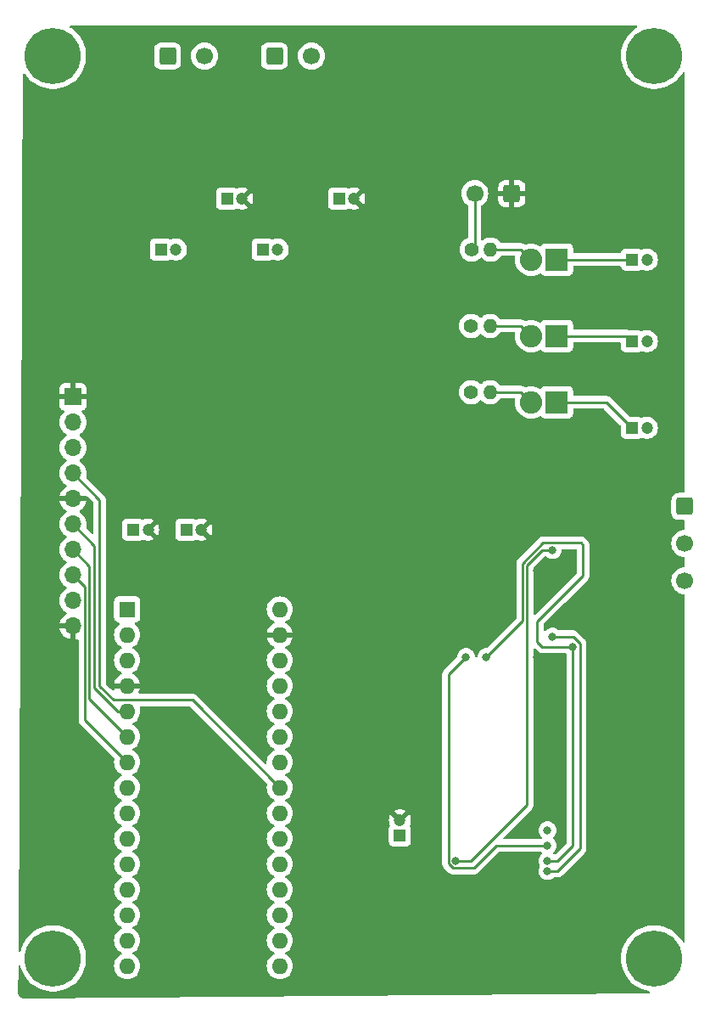
<source format=gbr>
%TF.GenerationSoftware,KiCad,Pcbnew,(7.0.0)*%
%TF.CreationDate,2023-04-05T08:28:23-04:00*%
%TF.ProjectId,BREAD_BLDC,42524541-445f-4424-9c44-432e6b696361,rev?*%
%TF.SameCoordinates,Original*%
%TF.FileFunction,Copper,L2,Bot*%
%TF.FilePolarity,Positive*%
%FSLAX46Y46*%
G04 Gerber Fmt 4.6, Leading zero omitted, Abs format (unit mm)*
G04 Created by KiCad (PCBNEW (7.0.0)) date 2023-04-05 08:28:23*
%MOMM*%
%LPD*%
G01*
G04 APERTURE LIST*
G04 Aperture macros list*
%AMRoundRect*
0 Rectangle with rounded corners*
0 $1 Rounding radius*
0 $2 $3 $4 $5 $6 $7 $8 $9 X,Y pos of 4 corners*
0 Add a 4 corners polygon primitive as box body*
4,1,4,$2,$3,$4,$5,$6,$7,$8,$9,$2,$3,0*
0 Add four circle primitives for the rounded corners*
1,1,$1+$1,$2,$3*
1,1,$1+$1,$4,$5*
1,1,$1+$1,$6,$7*
1,1,$1+$1,$8,$9*
0 Add four rect primitives between the rounded corners*
20,1,$1+$1,$2,$3,$4,$5,0*
20,1,$1+$1,$4,$5,$6,$7,0*
20,1,$1+$1,$6,$7,$8,$9,0*
20,1,$1+$1,$8,$9,$2,$3,0*%
G04 Aperture macros list end*
%TA.AperFunction,ComponentPad*%
%ADD10C,5.600000*%
%TD*%
%TA.AperFunction,ComponentPad*%
%ADD11R,1.600000X1.600000*%
%TD*%
%TA.AperFunction,ComponentPad*%
%ADD12O,1.600000X1.600000*%
%TD*%
%TA.AperFunction,ComponentPad*%
%ADD13R,1.200000X1.200000*%
%TD*%
%TA.AperFunction,ComponentPad*%
%ADD14C,1.200000*%
%TD*%
%TA.AperFunction,ComponentPad*%
%ADD15R,1.700000X1.700000*%
%TD*%
%TA.AperFunction,ComponentPad*%
%ADD16O,1.700000X1.700000*%
%TD*%
%TA.AperFunction,ComponentPad*%
%ADD17RoundRect,0.250000X-0.600000X0.600000X-0.600000X-0.600000X0.600000X-0.600000X0.600000X0.600000X0*%
%TD*%
%TA.AperFunction,ComponentPad*%
%ADD18C,1.700000*%
%TD*%
%TA.AperFunction,ComponentPad*%
%ADD19R,2.240000X2.240000*%
%TD*%
%TA.AperFunction,ComponentPad*%
%ADD20O,2.240000X2.240000*%
%TD*%
%TA.AperFunction,ComponentPad*%
%ADD21C,1.400000*%
%TD*%
%TA.AperFunction,ComponentPad*%
%ADD22O,1.400000X1.400000*%
%TD*%
%TA.AperFunction,ComponentPad*%
%ADD23RoundRect,0.250000X-0.600000X-0.600000X0.600000X-0.600000X0.600000X0.600000X-0.600000X0.600000X0*%
%TD*%
%TA.AperFunction,ComponentPad*%
%ADD24RoundRect,0.250000X0.600000X0.600000X-0.600000X0.600000X-0.600000X-0.600000X0.600000X-0.600000X0*%
%TD*%
%TA.AperFunction,ViaPad*%
%ADD25C,0.800000*%
%TD*%
%TA.AperFunction,Conductor*%
%ADD26C,0.250000*%
%TD*%
G04 APERTURE END LIST*
D10*
%TO.P,H1,1*%
%TO.N,N/C*%
X127600000Y-44800000D03*
%TD*%
%TO.P,H2,1*%
%TO.N,N/C*%
X187600000Y-44800000D03*
%TD*%
%TO.P,H3,1*%
%TO.N,N/C*%
X127600000Y-134800000D03*
%TD*%
%TO.P,H4,1*%
%TO.N,N/C*%
X187600000Y-134800000D03*
%TD*%
D11*
%TO.P,A1,1,D1/TX*%
%TO.N,unconnected-(A1-D1{slash}TX-Pad1)*%
X134999999Y-99999999D03*
D12*
%TO.P,A1,2,D0/RX*%
%TO.N,unconnected-(A1-D0{slash}RX-Pad2)*%
X134999999Y-102539999D03*
%TO.P,A1,3,~{RESET}*%
%TO.N,unconnected-(A1-~{RESET}-Pad3)*%
X134999999Y-105079999D03*
%TO.P,A1,4,GND*%
%TO.N,GND*%
X134999999Y-107619999D03*
%TO.P,A1,5,D2*%
%TO.N,/E_STOP*%
X134999999Y-110159999D03*
%TO.P,A1,6,D3*%
%TO.N,/SYNC*%
X134999999Y-112699999D03*
%TO.P,A1,7,D4*%
%TO.N,/INT*%
X134999999Y-115239999D03*
%TO.P,A1,8,D5*%
%TO.N,unconnected-(A1-D5-Pad8)*%
X134999999Y-117779999D03*
%TO.P,A1,9,D6*%
%TO.N,unconnected-(A1-D6-Pad9)*%
X134999999Y-120319999D03*
%TO.P,A1,10,D7*%
%TO.N,unconnected-(A1-D7-Pad10)*%
X134999999Y-122859999D03*
%TO.P,A1,11,D8*%
%TO.N,D8*%
X134999999Y-125399999D03*
%TO.P,A1,12,D9*%
%TO.N,D9*%
X134999999Y-127939999D03*
%TO.P,A1,13,D10*%
%TO.N,D10*%
X134999999Y-130479999D03*
%TO.P,A1,14,D11*%
%TO.N,D11*%
X134999999Y-133019999D03*
%TO.P,A1,15,D12*%
%TO.N,D12*%
X134999999Y-135559999D03*
%TO.P,A1,16,D13*%
%TO.N,D13*%
X150239999Y-135559999D03*
%TO.P,A1,17,3V3*%
%TO.N,unconnected-(A1-3V3-Pad17)*%
X150239999Y-133019999D03*
%TO.P,A1,18,AREF*%
%TO.N,unconnected-(A1-AREF-Pad18)*%
X150239999Y-130479999D03*
%TO.P,A1,19,A0*%
%TO.N,A0*%
X150239999Y-127939999D03*
%TO.P,A1,20,A1*%
%TO.N,A1*%
X150239999Y-125399999D03*
%TO.P,A1,21,A2*%
%TO.N,unconnected-(A1-A2-Pad21)*%
X150239999Y-122859999D03*
%TO.P,A1,22,A3*%
%TO.N,unconnected-(A1-A3-Pad22)*%
X150239999Y-120319999D03*
%TO.P,A1,23,A4*%
%TO.N,/I2C_DAT*%
X150239999Y-117779999D03*
%TO.P,A1,24,A5*%
%TO.N,/I2C_CLK*%
X150239999Y-115239999D03*
%TO.P,A1,25,A6*%
%TO.N,unconnected-(A1-A6-Pad25)*%
X150239999Y-112699999D03*
%TO.P,A1,26,A7*%
%TO.N,unconnected-(A1-A7-Pad26)*%
X150239999Y-110159999D03*
%TO.P,A1,27,+5V*%
%TO.N,+5V*%
X150239999Y-107619999D03*
%TO.P,A1,28,~{RESET}*%
%TO.N,unconnected-(A1-~{RESET}-Pad28)*%
X150239999Y-105079999D03*
%TO.P,A1,29,GND*%
%TO.N,GND*%
X150239999Y-102539999D03*
%TO.P,A1,30,VIN*%
%TO.N,+12V*%
X150239999Y-99999999D03*
%TD*%
D13*
%TO.P,C2,1*%
%TO.N,+5V*%
X140911999Y-92047999D03*
D14*
%TO.P,C2,2*%
%TO.N,GND*%
X142412000Y-92048000D03*
%TD*%
D15*
%TO.P,J1,1,Pin_1*%
%TO.N,GND*%
X129599999Y-78799999D03*
D16*
%TO.P,J1,2,Pin_2*%
%TO.N,+12V*%
X129599999Y-81339999D03*
%TO.P,J1,3,Pin_3*%
%TO.N,/I2C_CLK*%
X129599999Y-83879999D03*
%TO.P,J1,4,Pin_4*%
%TO.N,/I2C_DAT*%
X129599999Y-86419999D03*
%TO.P,J1,5,Pin_5*%
%TO.N,GND*%
X129599999Y-88959999D03*
%TO.P,J1,6,Pin_6*%
%TO.N,/E_STOP*%
X129599999Y-91499999D03*
%TO.P,J1,7,Pin_7*%
%TO.N,/SYNC*%
X129599999Y-94039999D03*
%TO.P,J1,8,Pin_8*%
%TO.N,/INT*%
X129599999Y-96579999D03*
%TO.P,J1,9,Pin_9*%
%TO.N,+12V*%
X129599999Y-99119999D03*
%TO.P,J1,10,Pin_10*%
%TO.N,GND*%
X129599999Y-101659999D03*
%TD*%
D13*
%TO.P,C1,1*%
%TO.N,+12V*%
X135593400Y-92047999D03*
D14*
%TO.P,C1,2*%
%TO.N,GND*%
X137093401Y-92048000D03*
%TD*%
D13*
%TO.P,C5,1*%
%TO.N,Net-(a2-FILTER)*%
X144975999Y-59027999D03*
D14*
%TO.P,C5,2*%
%TO.N,GND*%
X146476000Y-59028000D03*
%TD*%
D17*
%TO.P,J5,1,Pin_1*%
%TO.N,Net-(J5-Pin_1)*%
X190672000Y-89728000D03*
D18*
%TO.P,J5,2,Pin_2*%
%TO.N,Net-(J5-Pin_2)*%
X190672000Y-93428000D03*
%TO.P,J5,3,Pin_3*%
%TO.N,Net-(J5-Pin_3)*%
X190672000Y-97128000D03*
%TD*%
D19*
%TO.P,D3,1,K*%
%TO.N,Net-(D3-K)*%
X177885999Y-79347999D03*
D20*
%TO.P,D3,2,A*%
%TO.N,Net-(D3-A)*%
X175345999Y-79347999D03*
%TD*%
D19*
%TO.P,D2,1,K*%
%TO.N,Net-(D2-K)*%
X177885999Y-72743999D03*
D20*
%TO.P,D2,2,A*%
%TO.N,Net-(D2-A)*%
X175345999Y-72743999D03*
%TD*%
D13*
%TO.P,C4,1*%
%TO.N,+5V*%
X148531999Y-64107999D03*
D14*
%TO.P,C4,2*%
%TO.N,Net-(b1-FILTER)*%
X150032000Y-64108000D03*
%TD*%
D13*
%TO.P,C6,1*%
%TO.N,Net-(b1-FILTER)*%
X156151999Y-59027999D03*
D14*
%TO.P,C6,2*%
%TO.N,GND*%
X157652000Y-59028000D03*
%TD*%
D19*
%TO.P,D1,1,K*%
%TO.N,Net-(D1-K)*%
X177885999Y-65123999D03*
D20*
%TO.P,D1,2,A*%
%TO.N,Net-(D1-A)*%
X175345999Y-65123999D03*
%TD*%
D13*
%TO.P,C10,1*%
%TO.N,Net-(D3-K)*%
X185377400Y-81887999D03*
D14*
%TO.P,C10,2*%
%TO.N,Net-(J5-Pin_3)*%
X186877401Y-81888000D03*
%TD*%
D13*
%TO.P,C7,1*%
%TO.N,+15V*%
X162223999Y-122527999D03*
D14*
%TO.P,C7,2*%
%TO.N,GND*%
X162224000Y-121028000D03*
%TD*%
D21*
%TO.P,R1,1*%
%TO.N,+15V*%
X169382000Y-64108000D03*
D22*
%TO.P,R1,2*%
%TO.N,Net-(D1-A)*%
X171281999Y-64107999D03*
%TD*%
D23*
%TO.P,J3,1,Pin_1*%
%TO.N,Net-(J3-Pin_1)*%
X149706000Y-44804000D03*
D18*
%TO.P,J3,2,Pin_2*%
%TO.N,Net-(J3-Pin_2)*%
X153406000Y-44804000D03*
%TD*%
D24*
%TO.P,J4,1,Pin_1*%
%TO.N,GND*%
X173400000Y-58520000D03*
D18*
%TO.P,J4,2,Pin_2*%
%TO.N,+15V*%
X169700000Y-58520000D03*
%TD*%
D21*
%TO.P,R3,1*%
%TO.N,+15V*%
X169340000Y-78332000D03*
D22*
%TO.P,R3,2*%
%TO.N,Net-(D3-A)*%
X171239999Y-78331999D03*
%TD*%
D23*
%TO.P,J2,1,Pin_1*%
%TO.N,Net-(J2-Pin_1)*%
X139038000Y-44804000D03*
D18*
%TO.P,J2,2,Pin_2*%
%TO.N,Net-(J2-Pin_2)*%
X142738000Y-44804000D03*
%TD*%
D13*
%TO.P,C9,1*%
%TO.N,Net-(D2-K)*%
X185377400Y-73251999D03*
D14*
%TO.P,C9,2*%
%TO.N,Net-(J5-Pin_2)*%
X186877401Y-73252000D03*
%TD*%
D21*
%TO.P,R2,1*%
%TO.N,+15V*%
X169340000Y-71728000D03*
D22*
%TO.P,R2,2*%
%TO.N,Net-(D2-A)*%
X171239999Y-71727999D03*
%TD*%
D13*
%TO.P,C8,1*%
%TO.N,Net-(D1-K)*%
X185377400Y-65123999D03*
D14*
%TO.P,C8,2*%
%TO.N,Net-(J5-Pin_1)*%
X186877401Y-65124000D03*
%TD*%
D13*
%TO.P,C3,1*%
%TO.N,+5V*%
X138371999Y-64107999D03*
D14*
%TO.P,C3,2*%
%TO.N,Net-(a2-FILTER)*%
X139872000Y-64108000D03*
%TD*%
D25*
%TO.N,GND*%
X175940000Y-87476000D03*
X175940000Y-104748000D03*
X175940000Y-96112000D03*
%TO.N,Net-(D3-K)*%
X176956000Y-122020000D03*
%TO.N,Net-(J5-Pin_3)*%
X170860000Y-104748000D03*
X176956000Y-125068000D03*
X179496000Y-103732000D03*
%TO.N,Net-(Q4-G)*%
X177464000Y-94080000D03*
X167812000Y-125068000D03*
%TO.N,Net-(Q5-G)*%
X176956000Y-123544000D03*
X168828000Y-104748000D03*
%TO.N,Net-(Q6-G)*%
X176956000Y-126084000D03*
X177464000Y-102716000D03*
%TD*%
D26*
%TO.N,/I2C_DAT*%
X141495000Y-109035000D02*
X133619396Y-109035000D01*
X133619396Y-109035000D02*
X132252000Y-107667604D01*
X132252000Y-89072000D02*
X129600000Y-86420000D01*
X132252000Y-107667604D02*
X132252000Y-89072000D01*
X150240000Y-117780000D02*
X141495000Y-109035000D01*
%TO.N,/SYNC*%
X135000000Y-112700000D02*
X131236000Y-108936000D01*
X131236000Y-108936000D02*
X131236000Y-95676000D01*
X131236000Y-95676000D02*
X129600000Y-94040000D01*
%TO.N,/E_STOP*%
X131744000Y-93644000D02*
X129600000Y-91500000D01*
X134108000Y-110160000D02*
X131744000Y-107796000D01*
X131744000Y-107796000D02*
X131744000Y-93644000D01*
X135000000Y-110160000D02*
X134108000Y-110160000D01*
%TO.N,/INT*%
X135000000Y-115240000D02*
X130775000Y-111015000D01*
X130775000Y-111015000D02*
X130775000Y-97755000D01*
X130775000Y-97755000D02*
X129600000Y-96580000D01*
%TO.N,+15V*%
X169700000Y-58520000D02*
X169700000Y-63790000D01*
X169700000Y-63790000D02*
X169382000Y-64108000D01*
X169382000Y-71686000D02*
X169340000Y-71728000D01*
%TO.N,Net-(D1-K)*%
X177886000Y-65124000D02*
X185377401Y-65124000D01*
%TO.N,Net-(D2-K)*%
X177886000Y-72744000D02*
X184869401Y-72744000D01*
X184869401Y-72744000D02*
X185377401Y-73252000D01*
%TO.N,Net-(D3-K)*%
X182837401Y-79348000D02*
X185377401Y-81888000D01*
X177886000Y-79348000D02*
X182837401Y-79348000D01*
%TO.N,Net-(J5-Pin_3)*%
X175940000Y-101192000D02*
X175940000Y-103224000D01*
X175940000Y-103224000D02*
X176448000Y-103732000D01*
X179496000Y-103732000D02*
X179496000Y-123544000D01*
X179496000Y-123544000D02*
X177972000Y-125068000D01*
X170860000Y-104748000D02*
X174474000Y-101134000D01*
X180512000Y-93572000D02*
X180512000Y-96620000D01*
X174474000Y-101134000D02*
X174474000Y-95417604D01*
X176448000Y-103732000D02*
X179496000Y-103732000D01*
X180512000Y-96620000D02*
X175940000Y-101192000D01*
X176536604Y-93355000D02*
X180295000Y-93355000D01*
X174474000Y-95417604D02*
X176536604Y-93355000D01*
X180295000Y-93355000D02*
X180512000Y-93572000D01*
X177972000Y-125068000D02*
X176956000Y-125068000D01*
%TO.N,Net-(D1-A)*%
X171282000Y-64108000D02*
X174330000Y-64108000D01*
X174330000Y-64108000D02*
X175346000Y-65124000D01*
%TO.N,Net-(D2-A)*%
X174330000Y-71728000D02*
X175346000Y-72744000D01*
X171240000Y-71728000D02*
X174330000Y-71728000D01*
%TO.N,Net-(D3-A)*%
X171240000Y-78332000D02*
X174330000Y-78332000D01*
X174330000Y-78332000D02*
X175346000Y-79348000D01*
%TO.N,Net-(Q4-G)*%
X174924000Y-95604000D02*
X174924000Y-119480000D01*
X169336000Y-125068000D02*
X167812000Y-125068000D01*
X174924000Y-119480000D02*
X169336000Y-125068000D01*
X176448000Y-94080000D02*
X174924000Y-95604000D01*
X177464000Y-94080000D02*
X176448000Y-94080000D01*
%TO.N,Net-(Q5-G)*%
X167511695Y-125793000D02*
X169627000Y-125793000D01*
X171876000Y-123544000D02*
X176956000Y-123544000D01*
X167087000Y-125368305D02*
X167511695Y-125793000D01*
X169627000Y-125793000D02*
X171876000Y-123544000D01*
X167087000Y-106489000D02*
X167087000Y-125368305D01*
X168828000Y-104748000D02*
X167087000Y-106489000D01*
%TO.N,Net-(Q6-G)*%
X179505305Y-102716000D02*
X180221000Y-103431695D01*
X177972000Y-126084000D02*
X176956000Y-126084000D01*
X177464000Y-102716000D02*
X179505305Y-102716000D01*
X180221000Y-103431695D02*
X180221000Y-123835000D01*
X180221000Y-123835000D02*
X177972000Y-126084000D01*
%TD*%
%TA.AperFunction,Conductor*%
%TO.N,GND*%
G36*
X175711818Y-103899521D02*
G01*
X175761181Y-103929771D01*
X175950706Y-104119296D01*
X175958158Y-104127485D01*
X175962214Y-104133877D01*
X175967898Y-104139215D01*
X175967900Y-104139217D01*
X176011223Y-104179900D01*
X176014019Y-104182610D01*
X176033529Y-104202120D01*
X176036709Y-104204587D01*
X176045571Y-104212155D01*
X176049435Y-104215784D01*
X176071732Y-104236723D01*
X176071734Y-104236724D01*
X176077418Y-104242062D01*
X176084251Y-104245818D01*
X176084252Y-104245819D01*
X176094973Y-104251713D01*
X176111234Y-104262394D01*
X176127064Y-104274673D01*
X176167155Y-104292021D01*
X176177635Y-104297155D01*
X176215908Y-104318197D01*
X176235316Y-104323180D01*
X176253719Y-104329481D01*
X176264944Y-104334339D01*
X176264946Y-104334339D01*
X176272104Y-104337437D01*
X176315258Y-104344271D01*
X176326644Y-104346629D01*
X176368981Y-104357500D01*
X176389017Y-104357500D01*
X176408415Y-104359027D01*
X176428196Y-104362160D01*
X176471671Y-104358049D01*
X176483342Y-104357500D01*
X178746500Y-104357500D01*
X178808500Y-104374113D01*
X178853887Y-104419500D01*
X178870500Y-104481500D01*
X178870500Y-123233547D01*
X178861061Y-123281000D01*
X178834181Y-123321228D01*
X177749228Y-124406181D01*
X177709000Y-124433061D01*
X177661547Y-124442500D01*
X177659748Y-124442500D01*
X177609315Y-124431781D01*
X177571222Y-124404107D01*
X177571054Y-124404295D01*
X177569267Y-124402687D01*
X177567601Y-124401476D01*
X177561874Y-124395115D01*
X177562168Y-124394850D01*
X177528005Y-124340181D01*
X177528005Y-124271819D01*
X177562166Y-124217153D01*
X177561871Y-124216888D01*
X177561875Y-124216884D01*
X177688533Y-124076216D01*
X177783179Y-123912284D01*
X177841674Y-123732256D01*
X177861460Y-123544000D01*
X177841674Y-123355744D01*
X177783179Y-123175716D01*
X177688533Y-123011784D01*
X177561871Y-122871112D01*
X177561871Y-122871111D01*
X177562166Y-122870846D01*
X177528005Y-122816181D01*
X177528005Y-122747819D01*
X177562166Y-122693153D01*
X177561871Y-122692888D01*
X177561871Y-122692887D01*
X177688533Y-122552216D01*
X177783179Y-122388284D01*
X177841674Y-122208256D01*
X177861460Y-122020000D01*
X177841674Y-121831744D01*
X177783179Y-121651716D01*
X177688533Y-121487784D01*
X177679379Y-121477618D01*
X177566220Y-121351942D01*
X177566219Y-121351941D01*
X177561871Y-121347112D01*
X177556613Y-121343292D01*
X177556611Y-121343290D01*
X177413988Y-121239669D01*
X177413987Y-121239668D01*
X177408730Y-121235849D01*
X177402792Y-121233205D01*
X177241745Y-121161501D01*
X177241740Y-121161499D01*
X177235803Y-121158856D01*
X177229444Y-121157504D01*
X177229440Y-121157503D01*
X177057008Y-121120852D01*
X177057005Y-121120851D01*
X177050646Y-121119500D01*
X176861354Y-121119500D01*
X176854995Y-121120851D01*
X176854991Y-121120852D01*
X176682559Y-121157503D01*
X176682552Y-121157505D01*
X176676197Y-121158856D01*
X176670262Y-121161498D01*
X176670254Y-121161501D01*
X176509207Y-121233205D01*
X176509202Y-121233207D01*
X176503270Y-121235849D01*
X176498016Y-121239665D01*
X176498011Y-121239669D01*
X176355388Y-121343290D01*
X176355381Y-121343295D01*
X176350129Y-121347112D01*
X176345784Y-121351937D01*
X176345779Y-121351942D01*
X176227813Y-121482956D01*
X176227808Y-121482962D01*
X176223467Y-121487784D01*
X176220222Y-121493404D01*
X176220218Y-121493410D01*
X176132069Y-121646089D01*
X176132066Y-121646094D01*
X176128821Y-121651716D01*
X176126815Y-121657888D01*
X176126813Y-121657894D01*
X176072333Y-121825564D01*
X176072331Y-121825573D01*
X176070326Y-121831744D01*
X176069648Y-121838194D01*
X176069646Y-121838204D01*
X176051962Y-122006464D01*
X176050540Y-122020000D01*
X176051219Y-122026460D01*
X176069646Y-122201795D01*
X176069647Y-122201803D01*
X176070326Y-122208256D01*
X176072331Y-122214428D01*
X176072333Y-122214435D01*
X176126813Y-122382105D01*
X176128821Y-122388284D01*
X176223467Y-122552216D01*
X176348623Y-122691215D01*
X176348624Y-122691217D01*
X176350129Y-122692888D01*
X176349834Y-122693153D01*
X176383995Y-122747821D01*
X176383995Y-122816179D01*
X176349831Y-122870851D01*
X176350125Y-122871115D01*
X176349331Y-122871997D01*
X176348623Y-122872784D01*
X176348621Y-122872785D01*
X176345786Y-122875935D01*
X176345782Y-122875939D01*
X176344399Y-122877476D01*
X176342727Y-122878690D01*
X176340952Y-122880289D01*
X176340783Y-122880102D01*
X176302685Y-122907781D01*
X176252252Y-122918500D01*
X172669452Y-122918500D01*
X172613157Y-122904985D01*
X172569134Y-122867385D01*
X172546979Y-122813898D01*
X172551521Y-122756182D01*
X172581771Y-122706819D01*
X173945300Y-121343290D01*
X175311311Y-119977278D01*
X175319481Y-119969844D01*
X175325877Y-119965786D01*
X175371918Y-119916756D01*
X175374535Y-119914054D01*
X175394120Y-119894471D01*
X175396585Y-119891292D01*
X175404167Y-119882416D01*
X175412536Y-119873504D01*
X175434062Y-119850582D01*
X175443713Y-119833023D01*
X175454390Y-119816770D01*
X175466673Y-119800936D01*
X175484018Y-119760852D01*
X175489151Y-119750371D01*
X175510197Y-119712092D01*
X175515179Y-119692684D01*
X175521482Y-119674276D01*
X175529437Y-119655896D01*
X175536271Y-119612744D01*
X175538633Y-119601338D01*
X175549500Y-119559019D01*
X175549500Y-119538983D01*
X175551027Y-119519585D01*
X175552939Y-119507513D01*
X175552938Y-119507513D01*
X175554160Y-119499804D01*
X175550050Y-119456324D01*
X175549500Y-119444655D01*
X175549500Y-104017452D01*
X175563015Y-103961157D01*
X175600615Y-103917134D01*
X175654102Y-103894979D01*
X175711818Y-103899521D01*
G37*
%TD.AperFunction*%
%TA.AperFunction,Conductor*%
G36*
X179824500Y-93997113D02*
G01*
X179869887Y-94042500D01*
X179886500Y-94104500D01*
X179886500Y-96309547D01*
X179877061Y-96357000D01*
X179850181Y-96397228D01*
X175761181Y-100486228D01*
X175711818Y-100516478D01*
X175654102Y-100521020D01*
X175600615Y-100498865D01*
X175563015Y-100454842D01*
X175549500Y-100398547D01*
X175549500Y-95914452D01*
X175558939Y-95866999D01*
X175585819Y-95826771D01*
X176670772Y-94741819D01*
X176711000Y-94714939D01*
X176758453Y-94705500D01*
X176760252Y-94705500D01*
X176810685Y-94716219D01*
X176848781Y-94743895D01*
X176848950Y-94743709D01*
X176850728Y-94745310D01*
X176852398Y-94746523D01*
X176858129Y-94752888D01*
X177011270Y-94864151D01*
X177184197Y-94941144D01*
X177369354Y-94980500D01*
X177552143Y-94980500D01*
X177558646Y-94980500D01*
X177743803Y-94941144D01*
X177916730Y-94864151D01*
X178069871Y-94752888D01*
X178196533Y-94612216D01*
X178291179Y-94448284D01*
X178349674Y-94268256D01*
X178368247Y-94091538D01*
X178388767Y-94035160D01*
X178433353Y-93995015D01*
X178491568Y-93980500D01*
X179762500Y-93980500D01*
X179824500Y-93997113D01*
G37*
%TD.AperFunction*%
%TA.AperFunction,Conductor*%
G36*
X185872318Y-41772390D02*
G01*
X185917643Y-41817226D01*
X185934699Y-41878657D01*
X185918977Y-41940443D01*
X185874635Y-41986250D01*
X185747958Y-42062468D01*
X185747945Y-42062476D01*
X185745081Y-42064200D01*
X185742423Y-42066220D01*
X185742412Y-42066228D01*
X185462822Y-42278767D01*
X185462814Y-42278773D01*
X185460163Y-42280789D01*
X185457739Y-42283084D01*
X185457732Y-42283091D01*
X185202769Y-42524604D01*
X185202754Y-42524619D01*
X185200332Y-42526914D01*
X185198169Y-42529459D01*
X185198158Y-42529472D01*
X184970808Y-42797130D01*
X184970802Y-42797137D01*
X184968635Y-42799689D01*
X184966755Y-42802461D01*
X184966748Y-42802471D01*
X184769679Y-43093126D01*
X184769671Y-43093138D01*
X184767789Y-43095915D01*
X184766214Y-43098885D01*
X184766212Y-43098889D01*
X184601722Y-43409148D01*
X184601717Y-43409157D01*
X184600147Y-43412120D01*
X184598906Y-43415232D01*
X184598902Y-43415243D01*
X184468924Y-43741464D01*
X184467676Y-43744597D01*
X184466775Y-43747841D01*
X184466773Y-43747848D01*
X184380677Y-44057940D01*
X184371929Y-44089448D01*
X184371388Y-44092747D01*
X184371384Y-44092766D01*
X184329940Y-44345569D01*
X184314028Y-44442629D01*
X184313846Y-44445979D01*
X184313845Y-44445992D01*
X184294834Y-44796643D01*
X184294652Y-44800000D01*
X184294834Y-44803357D01*
X184313845Y-45154007D01*
X184313846Y-45154018D01*
X184314028Y-45157371D01*
X184314572Y-45160692D01*
X184314573Y-45160697D01*
X184371384Y-45507233D01*
X184371387Y-45507248D01*
X184371929Y-45510552D01*
X184372827Y-45513789D01*
X184372828Y-45513790D01*
X184416467Y-45670966D01*
X184467676Y-45855403D01*
X184468924Y-45858535D01*
X184588902Y-46159659D01*
X184600147Y-46187880D01*
X184767789Y-46504085D01*
X184769676Y-46506868D01*
X184769679Y-46506873D01*
X184832907Y-46600127D01*
X184968635Y-46800311D01*
X185200332Y-47073086D01*
X185202763Y-47075389D01*
X185202769Y-47075395D01*
X185381622Y-47244813D01*
X185460163Y-47319211D01*
X185745081Y-47535800D01*
X186051747Y-47720315D01*
X186376565Y-47870591D01*
X186715726Y-47984868D01*
X187065254Y-48061805D01*
X187421052Y-48100500D01*
X187775590Y-48100500D01*
X187778948Y-48100500D01*
X188134746Y-48061805D01*
X188484274Y-47984868D01*
X188823435Y-47870591D01*
X189148253Y-47720315D01*
X189454919Y-47535800D01*
X189739837Y-47319211D01*
X189999668Y-47073086D01*
X190231365Y-46800311D01*
X190432211Y-46504085D01*
X190438444Y-46492327D01*
X190482923Y-46444858D01*
X190545312Y-46426438D01*
X190608442Y-46442137D01*
X190654936Y-46487635D01*
X190672000Y-46550409D01*
X190672000Y-88253501D01*
X190655387Y-88315501D01*
X190610000Y-88360888D01*
X190548001Y-88377500D01*
X190021992Y-88377501D01*
X190018860Y-88377820D01*
X190018858Y-88377821D01*
X189925938Y-88387312D01*
X189925928Y-88387313D01*
X189919203Y-88388001D01*
X189912781Y-88390128D01*
X189912776Y-88390130D01*
X189759521Y-88440914D01*
X189759517Y-88440915D01*
X189752666Y-88443186D01*
X189746522Y-88446975D01*
X189746519Y-88446977D01*
X189609488Y-88531497D01*
X189609480Y-88531503D01*
X189603344Y-88535288D01*
X189598242Y-88540389D01*
X189598238Y-88540393D01*
X189484393Y-88654238D01*
X189484389Y-88654242D01*
X189479288Y-88659344D01*
X189475503Y-88665480D01*
X189475497Y-88665488D01*
X189407626Y-88775527D01*
X189387186Y-88808666D01*
X189384915Y-88815517D01*
X189384914Y-88815521D01*
X189342087Y-88944765D01*
X189332001Y-88975203D01*
X189331313Y-88981933D01*
X189331312Y-88981940D01*
X189321819Y-89074859D01*
X189321818Y-89074877D01*
X189321500Y-89077991D01*
X189321500Y-89081138D01*
X189321500Y-89081139D01*
X189321500Y-90374859D01*
X189321500Y-90374878D01*
X189321501Y-90378008D01*
X189321820Y-90381140D01*
X189321821Y-90381141D01*
X189331312Y-90474061D01*
X189331313Y-90474069D01*
X189332001Y-90480797D01*
X189387186Y-90647334D01*
X189390977Y-90653480D01*
X189475497Y-90790511D01*
X189475500Y-90790515D01*
X189479288Y-90796656D01*
X189603344Y-90920712D01*
X189609485Y-90924500D01*
X189609488Y-90924502D01*
X189657165Y-90953909D01*
X189752666Y-91012814D01*
X189919203Y-91067999D01*
X190021991Y-91078500D01*
X190548002Y-91078499D01*
X190610000Y-91095112D01*
X190655387Y-91140499D01*
X190672000Y-91202499D01*
X190672000Y-91958716D01*
X190657145Y-92017566D01*
X190616139Y-92062316D01*
X190558808Y-92082244D01*
X190441982Y-92092465D01*
X190441977Y-92092465D01*
X190436592Y-92092937D01*
X190431371Y-92094335D01*
X190431365Y-92094337D01*
X190213569Y-92152694D01*
X190213557Y-92152698D01*
X190208337Y-92154097D01*
X190203432Y-92156383D01*
X190203427Y-92156386D01*
X189999081Y-92251675D01*
X189999077Y-92251677D01*
X189994171Y-92253965D01*
X189989738Y-92257068D01*
X189989731Y-92257073D01*
X189805034Y-92386399D01*
X189805029Y-92386402D01*
X189800599Y-92389505D01*
X189796775Y-92393328D01*
X189796769Y-92393334D01*
X189637334Y-92552769D01*
X189637328Y-92552775D01*
X189633505Y-92556599D01*
X189630402Y-92561029D01*
X189630399Y-92561034D01*
X189501073Y-92745731D01*
X189501068Y-92745738D01*
X189497965Y-92750171D01*
X189495677Y-92755077D01*
X189495675Y-92755081D01*
X189400386Y-92959427D01*
X189400383Y-92959432D01*
X189398097Y-92964337D01*
X189396698Y-92969557D01*
X189396694Y-92969569D01*
X189338337Y-93187365D01*
X189338335Y-93187371D01*
X189336937Y-93192592D01*
X189336465Y-93197977D01*
X189336465Y-93197982D01*
X189318095Y-93407953D01*
X189316341Y-93428000D01*
X189316813Y-93433395D01*
X189334980Y-93641049D01*
X189336937Y-93663408D01*
X189338336Y-93668630D01*
X189338337Y-93668634D01*
X189396694Y-93886430D01*
X189396697Y-93886438D01*
X189398097Y-93891663D01*
X189400385Y-93896570D01*
X189400386Y-93896572D01*
X189495678Y-94100927D01*
X189495681Y-94100933D01*
X189497965Y-94105830D01*
X189501064Y-94110257D01*
X189501066Y-94110259D01*
X189630399Y-94294966D01*
X189630402Y-94294970D01*
X189633505Y-94299401D01*
X189800599Y-94466495D01*
X189994170Y-94602035D01*
X190208337Y-94701903D01*
X190436592Y-94763063D01*
X190524170Y-94770725D01*
X190558808Y-94773756D01*
X190616139Y-94793684D01*
X190657145Y-94838434D01*
X190672000Y-94897284D01*
X190672000Y-95658716D01*
X190657145Y-95717566D01*
X190616139Y-95762316D01*
X190558808Y-95782244D01*
X190441982Y-95792465D01*
X190441977Y-95792465D01*
X190436592Y-95792937D01*
X190431371Y-95794335D01*
X190431365Y-95794337D01*
X190213569Y-95852694D01*
X190213557Y-95852698D01*
X190208337Y-95854097D01*
X190203432Y-95856383D01*
X190203427Y-95856386D01*
X189999081Y-95951675D01*
X189999077Y-95951677D01*
X189994171Y-95953965D01*
X189989738Y-95957068D01*
X189989731Y-95957073D01*
X189805034Y-96086399D01*
X189805029Y-96086402D01*
X189800599Y-96089505D01*
X189796775Y-96093328D01*
X189796769Y-96093334D01*
X189637334Y-96252769D01*
X189637328Y-96252775D01*
X189633505Y-96256599D01*
X189630402Y-96261029D01*
X189630399Y-96261034D01*
X189501073Y-96445731D01*
X189501068Y-96445738D01*
X189497965Y-96450171D01*
X189495677Y-96455077D01*
X189495675Y-96455081D01*
X189400386Y-96659427D01*
X189400383Y-96659432D01*
X189398097Y-96664337D01*
X189396698Y-96669557D01*
X189396694Y-96669569D01*
X189338337Y-96887365D01*
X189338335Y-96887371D01*
X189336937Y-96892592D01*
X189336465Y-96897977D01*
X189336465Y-96897982D01*
X189317966Y-97109424D01*
X189316341Y-97128000D01*
X189336937Y-97363408D01*
X189338336Y-97368630D01*
X189338337Y-97368634D01*
X189396694Y-97586430D01*
X189396697Y-97586438D01*
X189398097Y-97591663D01*
X189400385Y-97596570D01*
X189400386Y-97596572D01*
X189495678Y-97800927D01*
X189495681Y-97800933D01*
X189497965Y-97805830D01*
X189501064Y-97810257D01*
X189501066Y-97810259D01*
X189630399Y-97994966D01*
X189630402Y-97994970D01*
X189633505Y-97999401D01*
X189800599Y-98166495D01*
X189805031Y-98169598D01*
X189805033Y-98169600D01*
X189924189Y-98253034D01*
X189994170Y-98302035D01*
X190208337Y-98401903D01*
X190436592Y-98463063D01*
X190524170Y-98470725D01*
X190558808Y-98473756D01*
X190616139Y-98493684D01*
X190657145Y-98538434D01*
X190672000Y-98597284D01*
X190672000Y-133049591D01*
X190654936Y-133112365D01*
X190608442Y-133157863D01*
X190545312Y-133173562D01*
X190482923Y-133155142D01*
X190438444Y-133107672D01*
X190432211Y-133095915D01*
X190231365Y-132799689D01*
X189999668Y-132526914D01*
X189997235Y-132524609D01*
X189997230Y-132524604D01*
X189742267Y-132283091D01*
X189739837Y-132280789D01*
X189454919Y-132064200D01*
X189452045Y-132062471D01*
X189452041Y-132062468D01*
X189151135Y-131881419D01*
X189151134Y-131881418D01*
X189148253Y-131879685D01*
X189110853Y-131862382D01*
X188826490Y-131730822D01*
X188826483Y-131730819D01*
X188823435Y-131729409D01*
X188735005Y-131699613D01*
X188487457Y-131616204D01*
X188487448Y-131616201D01*
X188484274Y-131615132D01*
X188481006Y-131614412D01*
X188480993Y-131614409D01*
X188138033Y-131538918D01*
X188138023Y-131538916D01*
X188134746Y-131538195D01*
X187778948Y-131499500D01*
X187421052Y-131499500D01*
X187417715Y-131499862D01*
X187417713Y-131499863D01*
X187068600Y-131537831D01*
X187068598Y-131537831D01*
X187065254Y-131538195D01*
X187061979Y-131538915D01*
X187061966Y-131538918D01*
X186719006Y-131614409D01*
X186718988Y-131614413D01*
X186715726Y-131615132D01*
X186712555Y-131616200D01*
X186712542Y-131616204D01*
X186379752Y-131728335D01*
X186379749Y-131728336D01*
X186376565Y-131729409D01*
X186373522Y-131730816D01*
X186373509Y-131730822D01*
X186054802Y-131878271D01*
X186054792Y-131878275D01*
X186051747Y-131879685D01*
X186048873Y-131881414D01*
X186048864Y-131881419D01*
X185747958Y-132062468D01*
X185747945Y-132062476D01*
X185745081Y-132064200D01*
X185742423Y-132066220D01*
X185742412Y-132066228D01*
X185462822Y-132278767D01*
X185462814Y-132278773D01*
X185460163Y-132280789D01*
X185457739Y-132283084D01*
X185457732Y-132283091D01*
X185202769Y-132524604D01*
X185202754Y-132524619D01*
X185200332Y-132526914D01*
X185198169Y-132529459D01*
X185198158Y-132529472D01*
X184970808Y-132797130D01*
X184970802Y-132797137D01*
X184968635Y-132799689D01*
X184966755Y-132802461D01*
X184966748Y-132802471D01*
X184769679Y-133093126D01*
X184769671Y-133093138D01*
X184767789Y-133095915D01*
X184766214Y-133098885D01*
X184766212Y-133098889D01*
X184601722Y-133409148D01*
X184601717Y-133409157D01*
X184600147Y-133412120D01*
X184598906Y-133415232D01*
X184598902Y-133415243D01*
X184494540Y-133677173D01*
X184467676Y-133744597D01*
X184466775Y-133747841D01*
X184466773Y-133747848D01*
X184402013Y-133981093D01*
X184371929Y-134089448D01*
X184371388Y-134092747D01*
X184371384Y-134092766D01*
X184315682Y-134432540D01*
X184314028Y-134442629D01*
X184313846Y-134445979D01*
X184313845Y-134445992D01*
X184307459Y-134563782D01*
X184294652Y-134800000D01*
X184294834Y-134803357D01*
X184313845Y-135154007D01*
X184313846Y-135154018D01*
X184314028Y-135157371D01*
X184314572Y-135160692D01*
X184314573Y-135160697D01*
X184371384Y-135507233D01*
X184371387Y-135507248D01*
X184371929Y-135510552D01*
X184372827Y-135513789D01*
X184372828Y-135513790D01*
X184448598Y-135786692D01*
X184467676Y-135855403D01*
X184600147Y-136187880D01*
X184767789Y-136504085D01*
X184769676Y-136506868D01*
X184769679Y-136506873D01*
X184966748Y-136797528D01*
X184968635Y-136800311D01*
X185200332Y-137073086D01*
X185202763Y-137075389D01*
X185202769Y-137075395D01*
X185312671Y-137179499D01*
X185460163Y-137319211D01*
X185745081Y-137535800D01*
X186051747Y-137720315D01*
X186376565Y-137870591D01*
X186715726Y-137984868D01*
X186719005Y-137985589D01*
X186719006Y-137985590D01*
X187051320Y-138058738D01*
X187104820Y-138085229D01*
X187139740Y-138133649D01*
X187147987Y-138192775D01*
X187127650Y-138248903D01*
X187083442Y-138289023D01*
X187025611Y-138303835D01*
X124624535Y-138780178D01*
X124584178Y-138773753D01*
X124548102Y-138754558D01*
X124466062Y-138691607D01*
X124461407Y-138687853D01*
X124298801Y-138550133D01*
X124295169Y-138546933D01*
X124166564Y-138429088D01*
X124136708Y-138387309D01*
X124126339Y-138337020D01*
X124140736Y-135587316D01*
X124154908Y-135530399D01*
X124193658Y-135486361D01*
X124248315Y-135465062D01*
X124306645Y-135471268D01*
X124355596Y-135503591D01*
X124384213Y-135554796D01*
X124459805Y-135827057D01*
X124467676Y-135855403D01*
X124600147Y-136187880D01*
X124767789Y-136504085D01*
X124769676Y-136506868D01*
X124769679Y-136506873D01*
X124966748Y-136797528D01*
X124968635Y-136800311D01*
X125200332Y-137073086D01*
X125202763Y-137075389D01*
X125202769Y-137075395D01*
X125312671Y-137179499D01*
X125460163Y-137319211D01*
X125745081Y-137535800D01*
X126051747Y-137720315D01*
X126376565Y-137870591D01*
X126715726Y-137984868D01*
X127065254Y-138061805D01*
X127421052Y-138100500D01*
X127775590Y-138100500D01*
X127778948Y-138100500D01*
X128134746Y-138061805D01*
X128484274Y-137984868D01*
X128823435Y-137870591D01*
X129148253Y-137720315D01*
X129454919Y-137535800D01*
X129739837Y-137319211D01*
X129999668Y-137073086D01*
X130231365Y-136800311D01*
X130432211Y-136504085D01*
X130599853Y-136187880D01*
X130732324Y-135855403D01*
X130828071Y-135510552D01*
X130885972Y-135157371D01*
X130905348Y-134800000D01*
X130885972Y-134442629D01*
X130828071Y-134089448D01*
X130732324Y-133744597D01*
X130599853Y-133412120D01*
X130432211Y-133095915D01*
X130231365Y-132799689D01*
X129999668Y-132526914D01*
X129997235Y-132524609D01*
X129997230Y-132524604D01*
X129742267Y-132283091D01*
X129739837Y-132280789D01*
X129454919Y-132064200D01*
X129452045Y-132062471D01*
X129452041Y-132062468D01*
X129151135Y-131881419D01*
X129151134Y-131881418D01*
X129148253Y-131879685D01*
X129110853Y-131862382D01*
X128826490Y-131730822D01*
X128826483Y-131730819D01*
X128823435Y-131729409D01*
X128735005Y-131699613D01*
X128487457Y-131616204D01*
X128487448Y-131616201D01*
X128484274Y-131615132D01*
X128481006Y-131614412D01*
X128480993Y-131614409D01*
X128138033Y-131538918D01*
X128138023Y-131538916D01*
X128134746Y-131538195D01*
X127778948Y-131499500D01*
X127421052Y-131499500D01*
X127417715Y-131499862D01*
X127417713Y-131499863D01*
X127068600Y-131537831D01*
X127068598Y-131537831D01*
X127065254Y-131538195D01*
X127061979Y-131538915D01*
X127061966Y-131538918D01*
X126719006Y-131614409D01*
X126718988Y-131614413D01*
X126715726Y-131615132D01*
X126712555Y-131616200D01*
X126712542Y-131616204D01*
X126379752Y-131728335D01*
X126379749Y-131728336D01*
X126376565Y-131729409D01*
X126373522Y-131730816D01*
X126373509Y-131730822D01*
X126054802Y-131878271D01*
X126054792Y-131878275D01*
X126051747Y-131879685D01*
X126048873Y-131881414D01*
X126048864Y-131881419D01*
X125747958Y-132062468D01*
X125747945Y-132062476D01*
X125745081Y-132064200D01*
X125742423Y-132066220D01*
X125742412Y-132066228D01*
X125462822Y-132278767D01*
X125462814Y-132278773D01*
X125460163Y-132280789D01*
X125457739Y-132283084D01*
X125457732Y-132283091D01*
X125202769Y-132524604D01*
X125202754Y-132524619D01*
X125200332Y-132526914D01*
X125198169Y-132529459D01*
X125198158Y-132529472D01*
X124970808Y-132797130D01*
X124970802Y-132797137D01*
X124968635Y-132799689D01*
X124966755Y-132802461D01*
X124966748Y-132802471D01*
X124769679Y-133093126D01*
X124769671Y-133093138D01*
X124767789Y-133095915D01*
X124766214Y-133098885D01*
X124766212Y-133098889D01*
X124601722Y-133409148D01*
X124601717Y-133409157D01*
X124600147Y-133412120D01*
X124598906Y-133415232D01*
X124598902Y-133415243D01*
X124494540Y-133677173D01*
X124467676Y-133744597D01*
X124466778Y-133747830D01*
X124466774Y-133747843D01*
X124392623Y-134014914D01*
X124363859Y-134066278D01*
X124314648Y-134098588D01*
X124256081Y-134104561D01*
X124201361Y-134082850D01*
X124162820Y-134038350D01*
X124149145Y-133981093D01*
X124317043Y-101912551D01*
X128272688Y-101912551D01*
X128273056Y-101923780D01*
X128325168Y-102118263D01*
X128328856Y-102128397D01*
X128424113Y-102332676D01*
X128429501Y-102342008D01*
X128558784Y-102526643D01*
X128565721Y-102534909D01*
X128725090Y-102694278D01*
X128733356Y-102701215D01*
X128917991Y-102830498D01*
X128927323Y-102835886D01*
X129131602Y-102931143D01*
X129141736Y-102934831D01*
X129336219Y-102986943D01*
X129347448Y-102987311D01*
X129350000Y-102976369D01*
X129350000Y-101926326D01*
X129346549Y-101913450D01*
X129333674Y-101910000D01*
X128283631Y-101910000D01*
X128272688Y-101912551D01*
X124317043Y-101912551D01*
X124331664Y-99120000D01*
X128244341Y-99120000D01*
X128244813Y-99125395D01*
X128264224Y-99347266D01*
X128264937Y-99355408D01*
X128266336Y-99360630D01*
X128266337Y-99360634D01*
X128324694Y-99578430D01*
X128324697Y-99578438D01*
X128326097Y-99583663D01*
X128328385Y-99588570D01*
X128328386Y-99588572D01*
X128423678Y-99792927D01*
X128423681Y-99792933D01*
X128425965Y-99797830D01*
X128429064Y-99802257D01*
X128429066Y-99802259D01*
X128558399Y-99986966D01*
X128558402Y-99986970D01*
X128561505Y-99991401D01*
X128728599Y-100158495D01*
X128733031Y-100161598D01*
X128733033Y-100161600D01*
X128914595Y-100288731D01*
X128953460Y-100333049D01*
X128967471Y-100390306D01*
X128953460Y-100447563D01*
X128914595Y-100491881D01*
X128733352Y-100618788D01*
X128725092Y-100625719D01*
X128565719Y-100785092D01*
X128558784Y-100793357D01*
X128429508Y-100977982D01*
X128424110Y-100987332D01*
X128328856Y-101191602D01*
X128325168Y-101201736D01*
X128273056Y-101396219D01*
X128272688Y-101407448D01*
X128283631Y-101410000D01*
X129726000Y-101410000D01*
X129788000Y-101426613D01*
X129833387Y-101472000D01*
X129850000Y-101534000D01*
X129850000Y-102976369D01*
X129852551Y-102987311D01*
X129863780Y-102986943D01*
X129993406Y-102952210D01*
X130049691Y-102950368D01*
X130100986Y-102973609D01*
X130136712Y-103017141D01*
X130149500Y-103071985D01*
X130149500Y-110937225D01*
X130148978Y-110948280D01*
X130147327Y-110955667D01*
X130147571Y-110963453D01*
X130147571Y-110963461D01*
X130149439Y-111022873D01*
X130149500Y-111026768D01*
X130149500Y-111054350D01*
X130149988Y-111058219D01*
X130149989Y-111058225D01*
X130150004Y-111058343D01*
X130150918Y-111069966D01*
X130152045Y-111105830D01*
X130152046Y-111105837D01*
X130152291Y-111113627D01*
X130154467Y-111121119D01*
X130154468Y-111121121D01*
X130157879Y-111132862D01*
X130161825Y-111151915D01*
X130163244Y-111163152D01*
X130164336Y-111171792D01*
X130167206Y-111179042D01*
X130167208Y-111179048D01*
X130180414Y-111212404D01*
X130184197Y-111223451D01*
X130196382Y-111265390D01*
X130200353Y-111272105D01*
X130200354Y-111272107D01*
X130206581Y-111282637D01*
X130215136Y-111300099D01*
X130219642Y-111311480D01*
X130219643Y-111311483D01*
X130222514Y-111318732D01*
X130244440Y-111348912D01*
X130248181Y-111354060D01*
X130254593Y-111363822D01*
X130272856Y-111394702D01*
X130272859Y-111394707D01*
X130276830Y-111401420D01*
X130282345Y-111406935D01*
X130290990Y-111415580D01*
X130303626Y-111430374D01*
X130310819Y-111440275D01*
X130310823Y-111440279D01*
X130315406Y-111446587D01*
X130321415Y-111451558D01*
X130321416Y-111451559D01*
X130349058Y-111474426D01*
X130357699Y-111482289D01*
X133700586Y-114825177D01*
X133732680Y-114880763D01*
X133732680Y-114944950D01*
X133715765Y-115008079D01*
X133715762Y-115008090D01*
X133714365Y-115013308D01*
X133694532Y-115240000D01*
X133695004Y-115245395D01*
X133709710Y-115413492D01*
X133714365Y-115466692D01*
X133715762Y-115471907D01*
X133715764Y-115471916D01*
X133771858Y-115681263D01*
X133771861Y-115681271D01*
X133773261Y-115686496D01*
X133869432Y-115892734D01*
X133999953Y-116079139D01*
X134160861Y-116240047D01*
X134347266Y-116370568D01*
X134352172Y-116372855D01*
X134352176Y-116372858D01*
X134405274Y-116397618D01*
X134457450Y-116443375D01*
X134476869Y-116510000D01*
X134457450Y-116576625D01*
X134405274Y-116622382D01*
X134352176Y-116647141D01*
X134352163Y-116647148D01*
X134347266Y-116649432D01*
X134342833Y-116652535D01*
X134342826Y-116652540D01*
X134165296Y-116776847D01*
X134165291Y-116776850D01*
X134160861Y-116779953D01*
X134157037Y-116783776D01*
X134157031Y-116783782D01*
X134003782Y-116937031D01*
X134003776Y-116937037D01*
X133999953Y-116940861D01*
X133996850Y-116945291D01*
X133996847Y-116945296D01*
X133872540Y-117122826D01*
X133872535Y-117122833D01*
X133869432Y-117127266D01*
X133867144Y-117132172D01*
X133867142Y-117132176D01*
X133775550Y-117328594D01*
X133775547Y-117328599D01*
X133773261Y-117333504D01*
X133771862Y-117338724D01*
X133771858Y-117338736D01*
X133715764Y-117548083D01*
X133715762Y-117548094D01*
X133714365Y-117553308D01*
X133694532Y-117780000D01*
X133714365Y-118006692D01*
X133715762Y-118011907D01*
X133715764Y-118011916D01*
X133771858Y-118221263D01*
X133771861Y-118221271D01*
X133773261Y-118226496D01*
X133869432Y-118432734D01*
X133999953Y-118619139D01*
X134160861Y-118780047D01*
X134347266Y-118910568D01*
X134405276Y-118937618D01*
X134457449Y-118983373D01*
X134476869Y-119049997D01*
X134457451Y-119116622D01*
X134405276Y-119162380D01*
X134352178Y-119187141D01*
X134352173Y-119187143D01*
X134347266Y-119189432D01*
X134342833Y-119192535D01*
X134342826Y-119192540D01*
X134165296Y-119316847D01*
X134165291Y-119316850D01*
X134160861Y-119319953D01*
X134157037Y-119323776D01*
X134157031Y-119323782D01*
X134003782Y-119477031D01*
X134003776Y-119477037D01*
X133999953Y-119480861D01*
X133996850Y-119485291D01*
X133996847Y-119485296D01*
X133872540Y-119662826D01*
X133872535Y-119662833D01*
X133869432Y-119667266D01*
X133867144Y-119672172D01*
X133867142Y-119672176D01*
X133775550Y-119868594D01*
X133775547Y-119868599D01*
X133773261Y-119873504D01*
X133771862Y-119878724D01*
X133771858Y-119878736D01*
X133715764Y-120088083D01*
X133715762Y-120088094D01*
X133714365Y-120093308D01*
X133694532Y-120320000D01*
X133695004Y-120325395D01*
X133706488Y-120456665D01*
X133714365Y-120546692D01*
X133715762Y-120551907D01*
X133715764Y-120551916D01*
X133771858Y-120761263D01*
X133771861Y-120761271D01*
X133773261Y-120766496D01*
X133869432Y-120972734D01*
X133999953Y-121159139D01*
X134160861Y-121320047D01*
X134347266Y-121450568D01*
X134352172Y-121452855D01*
X134352176Y-121452858D01*
X134405274Y-121477618D01*
X134457450Y-121523375D01*
X134476869Y-121590000D01*
X134457450Y-121656625D01*
X134405274Y-121702382D01*
X134352176Y-121727141D01*
X134352163Y-121727148D01*
X134347266Y-121729432D01*
X134342833Y-121732535D01*
X134342826Y-121732540D01*
X134165296Y-121856847D01*
X134165291Y-121856850D01*
X134160861Y-121859953D01*
X134157037Y-121863776D01*
X134157031Y-121863782D01*
X134003782Y-122017031D01*
X134003776Y-122017037D01*
X133999953Y-122020861D01*
X133996850Y-122025291D01*
X133996847Y-122025296D01*
X133872540Y-122202826D01*
X133872535Y-122202833D01*
X133869432Y-122207266D01*
X133867144Y-122212172D01*
X133867142Y-122212176D01*
X133775550Y-122408594D01*
X133775547Y-122408599D01*
X133773261Y-122413504D01*
X133771862Y-122418724D01*
X133771858Y-122418736D01*
X133715764Y-122628083D01*
X133715762Y-122628094D01*
X133714365Y-122633308D01*
X133713893Y-122638693D01*
X133713893Y-122638698D01*
X133704346Y-122747821D01*
X133694532Y-122860000D01*
X133695004Y-122865395D01*
X133708303Y-123017410D01*
X133714365Y-123086692D01*
X133715762Y-123091907D01*
X133715764Y-123091916D01*
X133771858Y-123301263D01*
X133771861Y-123301271D01*
X133773261Y-123306496D01*
X133869432Y-123512734D01*
X133999953Y-123699139D01*
X134160861Y-123860047D01*
X134347266Y-123990568D01*
X134352172Y-123992855D01*
X134352176Y-123992858D01*
X134405274Y-124017618D01*
X134457450Y-124063375D01*
X134476869Y-124130000D01*
X134457450Y-124196625D01*
X134405274Y-124242382D01*
X134352176Y-124267141D01*
X134352163Y-124267148D01*
X134347266Y-124269432D01*
X134342833Y-124272535D01*
X134342826Y-124272540D01*
X134165296Y-124396847D01*
X134165291Y-124396850D01*
X134160861Y-124399953D01*
X134157037Y-124403776D01*
X134157031Y-124403782D01*
X134003782Y-124557031D01*
X134003776Y-124557037D01*
X133999953Y-124560861D01*
X133996850Y-124565291D01*
X133996847Y-124565296D01*
X133872540Y-124742826D01*
X133872535Y-124742833D01*
X133869432Y-124747266D01*
X133867144Y-124752172D01*
X133867142Y-124752176D01*
X133775550Y-124948594D01*
X133775547Y-124948599D01*
X133773261Y-124953504D01*
X133771862Y-124958724D01*
X133771858Y-124958736D01*
X133715764Y-125168083D01*
X133715762Y-125168094D01*
X133714365Y-125173308D01*
X133694532Y-125400000D01*
X133695004Y-125405395D01*
X133709029Y-125565709D01*
X133714365Y-125626692D01*
X133715762Y-125631907D01*
X133715764Y-125631916D01*
X133771858Y-125841263D01*
X133771861Y-125841271D01*
X133773261Y-125846496D01*
X133869432Y-126052734D01*
X133999953Y-126239139D01*
X134160861Y-126400047D01*
X134347266Y-126530568D01*
X134352172Y-126532855D01*
X134352176Y-126532858D01*
X134405274Y-126557618D01*
X134457450Y-126603375D01*
X134476869Y-126670000D01*
X134457450Y-126736625D01*
X134405274Y-126782382D01*
X134352176Y-126807141D01*
X134352163Y-126807148D01*
X134347266Y-126809432D01*
X134342833Y-126812535D01*
X134342826Y-126812540D01*
X134165296Y-126936847D01*
X134165291Y-126936850D01*
X134160861Y-126939953D01*
X134157037Y-126943776D01*
X134157031Y-126943782D01*
X134003782Y-127097031D01*
X134003776Y-127097037D01*
X133999953Y-127100861D01*
X133996850Y-127105291D01*
X133996847Y-127105296D01*
X133872540Y-127282826D01*
X133872535Y-127282833D01*
X133869432Y-127287266D01*
X133867144Y-127292172D01*
X133867142Y-127292176D01*
X133775550Y-127488594D01*
X133775547Y-127488599D01*
X133773261Y-127493504D01*
X133771862Y-127498724D01*
X133771858Y-127498736D01*
X133715764Y-127708083D01*
X133715762Y-127708094D01*
X133714365Y-127713308D01*
X133694532Y-127940000D01*
X133714365Y-128166692D01*
X133715762Y-128171907D01*
X133715764Y-128171916D01*
X133771858Y-128381263D01*
X133771861Y-128381271D01*
X133773261Y-128386496D01*
X133869432Y-128592734D01*
X133999953Y-128779139D01*
X134160861Y-128940047D01*
X134347266Y-129070568D01*
X134352172Y-129072855D01*
X134352176Y-129072858D01*
X134405274Y-129097618D01*
X134457450Y-129143375D01*
X134476869Y-129210000D01*
X134457450Y-129276625D01*
X134405274Y-129322382D01*
X134352176Y-129347141D01*
X134352163Y-129347148D01*
X134347266Y-129349432D01*
X134342833Y-129352535D01*
X134342826Y-129352540D01*
X134165296Y-129476847D01*
X134165291Y-129476850D01*
X134160861Y-129479953D01*
X134157037Y-129483776D01*
X134157031Y-129483782D01*
X134003782Y-129637031D01*
X134003776Y-129637037D01*
X133999953Y-129640861D01*
X133996850Y-129645291D01*
X133996847Y-129645296D01*
X133872540Y-129822826D01*
X133872535Y-129822833D01*
X133869432Y-129827266D01*
X133867144Y-129832172D01*
X133867142Y-129832176D01*
X133775550Y-130028594D01*
X133775547Y-130028599D01*
X133773261Y-130033504D01*
X133771862Y-130038724D01*
X133771858Y-130038736D01*
X133715764Y-130248083D01*
X133715762Y-130248094D01*
X133714365Y-130253308D01*
X133694532Y-130480000D01*
X133714365Y-130706692D01*
X133715762Y-130711907D01*
X133715764Y-130711916D01*
X133771858Y-130921263D01*
X133771861Y-130921271D01*
X133773261Y-130926496D01*
X133869432Y-131132734D01*
X133999953Y-131319139D01*
X134160861Y-131480047D01*
X134347266Y-131610568D01*
X134352172Y-131612855D01*
X134352176Y-131612858D01*
X134405274Y-131637618D01*
X134457450Y-131683375D01*
X134476869Y-131750000D01*
X134457450Y-131816625D01*
X134405274Y-131862382D01*
X134352176Y-131887141D01*
X134352163Y-131887148D01*
X134347266Y-131889432D01*
X134342833Y-131892535D01*
X134342826Y-131892540D01*
X134165296Y-132016847D01*
X134165291Y-132016850D01*
X134160861Y-132019953D01*
X134157037Y-132023776D01*
X134157031Y-132023782D01*
X134003782Y-132177031D01*
X134003776Y-132177037D01*
X133999953Y-132180861D01*
X133996850Y-132185291D01*
X133996847Y-132185296D01*
X133872540Y-132362826D01*
X133872535Y-132362833D01*
X133869432Y-132367266D01*
X133867144Y-132372172D01*
X133867142Y-132372176D01*
X133775550Y-132568594D01*
X133775547Y-132568599D01*
X133773261Y-132573504D01*
X133771862Y-132578724D01*
X133771858Y-132578736D01*
X133715764Y-132788083D01*
X133715762Y-132788094D01*
X133714365Y-132793308D01*
X133713893Y-132798693D01*
X133713893Y-132798698D01*
X133713563Y-132802471D01*
X133694532Y-133020000D01*
X133714365Y-133246692D01*
X133715762Y-133251907D01*
X133715764Y-133251916D01*
X133771858Y-133461263D01*
X133771861Y-133461271D01*
X133773261Y-133466496D01*
X133869432Y-133672734D01*
X133872539Y-133677171D01*
X133872540Y-133677173D01*
X133922023Y-133747843D01*
X133999953Y-133859139D01*
X134160861Y-134020047D01*
X134347266Y-134150568D01*
X134352172Y-134152855D01*
X134352176Y-134152858D01*
X134405274Y-134177618D01*
X134457450Y-134223375D01*
X134476869Y-134290000D01*
X134457450Y-134356625D01*
X134405274Y-134402382D01*
X134352176Y-134427141D01*
X134352163Y-134427148D01*
X134347266Y-134429432D01*
X134342833Y-134432535D01*
X134342826Y-134432540D01*
X134165296Y-134556847D01*
X134165291Y-134556850D01*
X134160861Y-134559953D01*
X134157037Y-134563776D01*
X134157031Y-134563782D01*
X134003782Y-134717031D01*
X134003776Y-134717037D01*
X133999953Y-134720861D01*
X133996850Y-134725291D01*
X133996847Y-134725296D01*
X133872540Y-134902826D01*
X133872535Y-134902833D01*
X133869432Y-134907266D01*
X133867144Y-134912172D01*
X133867142Y-134912176D01*
X133775550Y-135108594D01*
X133775547Y-135108599D01*
X133773261Y-135113504D01*
X133771862Y-135118724D01*
X133771858Y-135118736D01*
X133715764Y-135328083D01*
X133715762Y-135328094D01*
X133714365Y-135333308D01*
X133713893Y-135338693D01*
X133713893Y-135338698D01*
X133698858Y-135510552D01*
X133694532Y-135560000D01*
X133714365Y-135786692D01*
X133715762Y-135791907D01*
X133715764Y-135791916D01*
X133771858Y-136001263D01*
X133771861Y-136001271D01*
X133773261Y-136006496D01*
X133869432Y-136212734D01*
X133999953Y-136399139D01*
X134160861Y-136560047D01*
X134347266Y-136690568D01*
X134553504Y-136786739D01*
X134558734Y-136788140D01*
X134558736Y-136788141D01*
X134768083Y-136844235D01*
X134773308Y-136845635D01*
X135000000Y-136865468D01*
X135226692Y-136845635D01*
X135446496Y-136786739D01*
X135652734Y-136690568D01*
X135839139Y-136560047D01*
X136000047Y-136399139D01*
X136130568Y-136212734D01*
X136226739Y-136006496D01*
X136285635Y-135786692D01*
X136305468Y-135560000D01*
X136285635Y-135333308D01*
X136226739Y-135113504D01*
X136130568Y-134907266D01*
X136000047Y-134720861D01*
X135839139Y-134559953D01*
X135777224Y-134516600D01*
X135657173Y-134432540D01*
X135657171Y-134432539D01*
X135652734Y-134429432D01*
X135594724Y-134402381D01*
X135542549Y-134356625D01*
X135523130Y-134290000D01*
X135542549Y-134223375D01*
X135594725Y-134177618D01*
X135652734Y-134150568D01*
X135839139Y-134020047D01*
X136000047Y-133859139D01*
X136130568Y-133672734D01*
X136226739Y-133466496D01*
X136285635Y-133246692D01*
X136305468Y-133020000D01*
X136285635Y-132793308D01*
X136226739Y-132573504D01*
X136130568Y-132367266D01*
X136000047Y-132180861D01*
X135839139Y-132019953D01*
X135652734Y-131889432D01*
X135594724Y-131862381D01*
X135542549Y-131816625D01*
X135523130Y-131750000D01*
X135542549Y-131683375D01*
X135594725Y-131637618D01*
X135652734Y-131610568D01*
X135839139Y-131480047D01*
X136000047Y-131319139D01*
X136130568Y-131132734D01*
X136226739Y-130926496D01*
X136285635Y-130706692D01*
X136305468Y-130480000D01*
X136285635Y-130253308D01*
X136226739Y-130033504D01*
X136130568Y-129827266D01*
X136000047Y-129640861D01*
X135839139Y-129479953D01*
X135652734Y-129349432D01*
X135594724Y-129322381D01*
X135542549Y-129276625D01*
X135523130Y-129210000D01*
X135542549Y-129143375D01*
X135594725Y-129097618D01*
X135652734Y-129070568D01*
X135839139Y-128940047D01*
X136000047Y-128779139D01*
X136130568Y-128592734D01*
X136226739Y-128386496D01*
X136285635Y-128166692D01*
X136305468Y-127940000D01*
X136285635Y-127713308D01*
X136226739Y-127493504D01*
X136130568Y-127287266D01*
X136000047Y-127100861D01*
X135839139Y-126939953D01*
X135652734Y-126809432D01*
X135594724Y-126782381D01*
X135542549Y-126736625D01*
X135523130Y-126670000D01*
X135542549Y-126603375D01*
X135594725Y-126557618D01*
X135652734Y-126530568D01*
X135839139Y-126400047D01*
X136000047Y-126239139D01*
X136130568Y-126052734D01*
X136226739Y-125846496D01*
X136285635Y-125626692D01*
X136305468Y-125400000D01*
X136285635Y-125173308D01*
X136226739Y-124953504D01*
X136130568Y-124747266D01*
X136000047Y-124560861D01*
X135839139Y-124399953D01*
X135733695Y-124326121D01*
X135657173Y-124272540D01*
X135657171Y-124272539D01*
X135652734Y-124269432D01*
X135594724Y-124242381D01*
X135542549Y-124196625D01*
X135523130Y-124130000D01*
X135542549Y-124063375D01*
X135594725Y-124017618D01*
X135652734Y-123990568D01*
X135839139Y-123860047D01*
X136000047Y-123699139D01*
X136130568Y-123512734D01*
X136226739Y-123306496D01*
X136285635Y-123086692D01*
X136305468Y-122860000D01*
X136285635Y-122633308D01*
X136226739Y-122413504D01*
X136130568Y-122207266D01*
X136000047Y-122020861D01*
X135839139Y-121859953D01*
X135652734Y-121729432D01*
X135594724Y-121702381D01*
X135542549Y-121656625D01*
X135523130Y-121590000D01*
X135542549Y-121523375D01*
X135594725Y-121477618D01*
X135652734Y-121450568D01*
X135839139Y-121320047D01*
X136000047Y-121159139D01*
X136130568Y-120972734D01*
X136226739Y-120766496D01*
X136285635Y-120546692D01*
X136305468Y-120320000D01*
X136285635Y-120093308D01*
X136231509Y-119891307D01*
X136228141Y-119878736D01*
X136228140Y-119878734D01*
X136226739Y-119873504D01*
X136130568Y-119667266D01*
X136000047Y-119480861D01*
X135839139Y-119319953D01*
X135652734Y-119189432D01*
X135594724Y-119162381D01*
X135542549Y-119116625D01*
X135523130Y-119050000D01*
X135542549Y-118983375D01*
X135594725Y-118937618D01*
X135652734Y-118910568D01*
X135839139Y-118780047D01*
X136000047Y-118619139D01*
X136130568Y-118432734D01*
X136226739Y-118226496D01*
X136285635Y-118006692D01*
X136305468Y-117780000D01*
X136285635Y-117553308D01*
X136248790Y-117415799D01*
X136228141Y-117338736D01*
X136228140Y-117338734D01*
X136226739Y-117333504D01*
X136130568Y-117127266D01*
X136000047Y-116940861D01*
X135839139Y-116779953D01*
X135652734Y-116649432D01*
X135594724Y-116622381D01*
X135542549Y-116576625D01*
X135523130Y-116510000D01*
X135542549Y-116443375D01*
X135594725Y-116397618D01*
X135652734Y-116370568D01*
X135839139Y-116240047D01*
X136000047Y-116079139D01*
X136130568Y-115892734D01*
X136226739Y-115686496D01*
X136285635Y-115466692D01*
X136305468Y-115240000D01*
X136285635Y-115013308D01*
X136226739Y-114793504D01*
X136130568Y-114587266D01*
X136000047Y-114400861D01*
X135839139Y-114239953D01*
X135652734Y-114109432D01*
X135594724Y-114082381D01*
X135542549Y-114036625D01*
X135523130Y-113970000D01*
X135542549Y-113903375D01*
X135594725Y-113857618D01*
X135652734Y-113830568D01*
X135839139Y-113700047D01*
X136000047Y-113539139D01*
X136130568Y-113352734D01*
X136226739Y-113146496D01*
X136285635Y-112926692D01*
X136305468Y-112700000D01*
X136285635Y-112473308D01*
X136226739Y-112253504D01*
X136130568Y-112047266D01*
X136000047Y-111860861D01*
X135839139Y-111699953D01*
X135652734Y-111569432D01*
X135594724Y-111542381D01*
X135542549Y-111496625D01*
X135523130Y-111430000D01*
X135542549Y-111363375D01*
X135594725Y-111317618D01*
X135652734Y-111290568D01*
X135839139Y-111160047D01*
X136000047Y-110999139D01*
X136130568Y-110812734D01*
X136226739Y-110606496D01*
X136285635Y-110386692D01*
X136305468Y-110160000D01*
X136285635Y-109933308D01*
X136254360Y-109816590D01*
X136252519Y-109760309D01*
X136275760Y-109709014D01*
X136319292Y-109673288D01*
X136374136Y-109660500D01*
X141184548Y-109660500D01*
X141232001Y-109669939D01*
X141272229Y-109696819D01*
X148940586Y-117365176D01*
X148972679Y-117420762D01*
X148972681Y-117484948D01*
X148954365Y-117553308D01*
X148934532Y-117780000D01*
X148954365Y-118006692D01*
X148955762Y-118011907D01*
X148955764Y-118011916D01*
X149011858Y-118221263D01*
X149011861Y-118221271D01*
X149013261Y-118226496D01*
X149109432Y-118432734D01*
X149239953Y-118619139D01*
X149400861Y-118780047D01*
X149587266Y-118910568D01*
X149645276Y-118937618D01*
X149697449Y-118983373D01*
X149716869Y-119049997D01*
X149697451Y-119116622D01*
X149645276Y-119162380D01*
X149592178Y-119187141D01*
X149592173Y-119187143D01*
X149587266Y-119189432D01*
X149582833Y-119192535D01*
X149582826Y-119192540D01*
X149405296Y-119316847D01*
X149405291Y-119316850D01*
X149400861Y-119319953D01*
X149397037Y-119323776D01*
X149397031Y-119323782D01*
X149243782Y-119477031D01*
X149243776Y-119477037D01*
X149239953Y-119480861D01*
X149236850Y-119485291D01*
X149236847Y-119485296D01*
X149112540Y-119662826D01*
X149112535Y-119662833D01*
X149109432Y-119667266D01*
X149107144Y-119672172D01*
X149107142Y-119672176D01*
X149015550Y-119868594D01*
X149015547Y-119868599D01*
X149013261Y-119873504D01*
X149011862Y-119878724D01*
X149011858Y-119878736D01*
X148955764Y-120088083D01*
X148955762Y-120088094D01*
X148954365Y-120093308D01*
X148934532Y-120320000D01*
X148935004Y-120325395D01*
X148946488Y-120456665D01*
X148954365Y-120546692D01*
X148955762Y-120551907D01*
X148955764Y-120551916D01*
X149011858Y-120761263D01*
X149011861Y-120761271D01*
X149013261Y-120766496D01*
X149109432Y-120972734D01*
X149239953Y-121159139D01*
X149400861Y-121320047D01*
X149587266Y-121450568D01*
X149592172Y-121452855D01*
X149592176Y-121452858D01*
X149645274Y-121477618D01*
X149697450Y-121523375D01*
X149716869Y-121590000D01*
X149697450Y-121656625D01*
X149645274Y-121702382D01*
X149592176Y-121727141D01*
X149592163Y-121727148D01*
X149587266Y-121729432D01*
X149582833Y-121732535D01*
X149582826Y-121732540D01*
X149405296Y-121856847D01*
X149405291Y-121856850D01*
X149400861Y-121859953D01*
X149397037Y-121863776D01*
X149397031Y-121863782D01*
X149243782Y-122017031D01*
X149243776Y-122017037D01*
X149239953Y-122020861D01*
X149236850Y-122025291D01*
X149236847Y-122025296D01*
X149112540Y-122202826D01*
X149112535Y-122202833D01*
X149109432Y-122207266D01*
X149107144Y-122212172D01*
X149107142Y-122212176D01*
X149015550Y-122408594D01*
X149015547Y-122408599D01*
X149013261Y-122413504D01*
X149011862Y-122418724D01*
X149011858Y-122418736D01*
X148955764Y-122628083D01*
X148955762Y-122628094D01*
X148954365Y-122633308D01*
X148953893Y-122638693D01*
X148953893Y-122638698D01*
X148944346Y-122747821D01*
X148934532Y-122860000D01*
X148935004Y-122865395D01*
X148948303Y-123017410D01*
X148954365Y-123086692D01*
X148955762Y-123091907D01*
X148955764Y-123091916D01*
X149011858Y-123301263D01*
X149011861Y-123301271D01*
X149013261Y-123306496D01*
X149109432Y-123512734D01*
X149239953Y-123699139D01*
X149400861Y-123860047D01*
X149587266Y-123990568D01*
X149592172Y-123992855D01*
X149592176Y-123992858D01*
X149645274Y-124017618D01*
X149697450Y-124063375D01*
X149716869Y-124130000D01*
X149697450Y-124196625D01*
X149645274Y-124242382D01*
X149592176Y-124267141D01*
X149592163Y-124267148D01*
X149587266Y-124269432D01*
X149582833Y-124272535D01*
X149582826Y-124272540D01*
X149405296Y-124396847D01*
X149405291Y-124396850D01*
X149400861Y-124399953D01*
X149397037Y-124403776D01*
X149397031Y-124403782D01*
X149243782Y-124557031D01*
X149243776Y-124557037D01*
X149239953Y-124560861D01*
X149236850Y-124565291D01*
X149236847Y-124565296D01*
X149112540Y-124742826D01*
X149112535Y-124742833D01*
X149109432Y-124747266D01*
X149107144Y-124752172D01*
X149107142Y-124752176D01*
X149015550Y-124948594D01*
X149015547Y-124948599D01*
X149013261Y-124953504D01*
X149011862Y-124958724D01*
X149011858Y-124958736D01*
X148955764Y-125168083D01*
X148955762Y-125168094D01*
X148954365Y-125173308D01*
X148934532Y-125400000D01*
X148935004Y-125405395D01*
X148949029Y-125565709D01*
X148954365Y-125626692D01*
X148955762Y-125631907D01*
X148955764Y-125631916D01*
X149011858Y-125841263D01*
X149011861Y-125841271D01*
X149013261Y-125846496D01*
X149109432Y-126052734D01*
X149239953Y-126239139D01*
X149400861Y-126400047D01*
X149587266Y-126530568D01*
X149592172Y-126532855D01*
X149592176Y-126532858D01*
X149645274Y-126557618D01*
X149697450Y-126603375D01*
X149716869Y-126670000D01*
X149697450Y-126736625D01*
X149645274Y-126782382D01*
X149592176Y-126807141D01*
X149592163Y-126807148D01*
X149587266Y-126809432D01*
X149582833Y-126812535D01*
X149582826Y-126812540D01*
X149405296Y-126936847D01*
X149405291Y-126936850D01*
X149400861Y-126939953D01*
X149397037Y-126943776D01*
X149397031Y-126943782D01*
X149243782Y-127097031D01*
X149243776Y-127097037D01*
X149239953Y-127100861D01*
X149236850Y-127105291D01*
X149236847Y-127105296D01*
X149112540Y-127282826D01*
X149112535Y-127282833D01*
X149109432Y-127287266D01*
X149107144Y-127292172D01*
X149107142Y-127292176D01*
X149015550Y-127488594D01*
X149015547Y-127488599D01*
X149013261Y-127493504D01*
X149011862Y-127498724D01*
X149011858Y-127498736D01*
X148955764Y-127708083D01*
X148955762Y-127708094D01*
X148954365Y-127713308D01*
X148934532Y-127940000D01*
X148954365Y-128166692D01*
X148955762Y-128171907D01*
X148955764Y-128171916D01*
X149011858Y-128381263D01*
X149011861Y-128381271D01*
X149013261Y-128386496D01*
X149109432Y-128592734D01*
X149239953Y-128779139D01*
X149400861Y-128940047D01*
X149587266Y-129070568D01*
X149592172Y-129072855D01*
X149592176Y-129072858D01*
X149645274Y-129097618D01*
X149697450Y-129143375D01*
X149716869Y-129210000D01*
X149697450Y-129276625D01*
X149645274Y-129322382D01*
X149592176Y-129347141D01*
X149592163Y-129347148D01*
X149587266Y-129349432D01*
X149582833Y-129352535D01*
X149582826Y-129352540D01*
X149405296Y-129476847D01*
X149405291Y-129476850D01*
X149400861Y-129479953D01*
X149397037Y-129483776D01*
X149397031Y-129483782D01*
X149243782Y-129637031D01*
X149243776Y-129637037D01*
X149239953Y-129640861D01*
X149236850Y-129645291D01*
X149236847Y-129645296D01*
X149112540Y-129822826D01*
X149112535Y-129822833D01*
X149109432Y-129827266D01*
X149107144Y-129832172D01*
X149107142Y-129832176D01*
X149015550Y-130028594D01*
X149015547Y-130028599D01*
X149013261Y-130033504D01*
X149011862Y-130038724D01*
X149011858Y-130038736D01*
X148955764Y-130248083D01*
X148955762Y-130248094D01*
X148954365Y-130253308D01*
X148934532Y-130480000D01*
X148954365Y-130706692D01*
X148955762Y-130711907D01*
X148955764Y-130711916D01*
X149011858Y-130921263D01*
X149011861Y-130921271D01*
X149013261Y-130926496D01*
X149109432Y-131132734D01*
X149239953Y-131319139D01*
X149400861Y-131480047D01*
X149587266Y-131610568D01*
X149592172Y-131612855D01*
X149592176Y-131612858D01*
X149645274Y-131637618D01*
X149697450Y-131683375D01*
X149716869Y-131750000D01*
X149697450Y-131816625D01*
X149645274Y-131862382D01*
X149592176Y-131887141D01*
X149592163Y-131887148D01*
X149587266Y-131889432D01*
X149582833Y-131892535D01*
X149582826Y-131892540D01*
X149405296Y-132016847D01*
X149405291Y-132016850D01*
X149400861Y-132019953D01*
X149397037Y-132023776D01*
X149397031Y-132023782D01*
X149243782Y-132177031D01*
X149243776Y-132177037D01*
X149239953Y-132180861D01*
X149236850Y-132185291D01*
X149236847Y-132185296D01*
X149112540Y-132362826D01*
X149112535Y-132362833D01*
X149109432Y-132367266D01*
X149107144Y-132372172D01*
X149107142Y-132372176D01*
X149015550Y-132568594D01*
X149015547Y-132568599D01*
X149013261Y-132573504D01*
X149011862Y-132578724D01*
X149011858Y-132578736D01*
X148955764Y-132788083D01*
X148955762Y-132788094D01*
X148954365Y-132793308D01*
X148953893Y-132798693D01*
X148953893Y-132798698D01*
X148953563Y-132802471D01*
X148934532Y-133020000D01*
X148954365Y-133246692D01*
X148955762Y-133251907D01*
X148955764Y-133251916D01*
X149011858Y-133461263D01*
X149011861Y-133461271D01*
X149013261Y-133466496D01*
X149109432Y-133672734D01*
X149112539Y-133677171D01*
X149112540Y-133677173D01*
X149162023Y-133747843D01*
X149239953Y-133859139D01*
X149400861Y-134020047D01*
X149587266Y-134150568D01*
X149592172Y-134152855D01*
X149592176Y-134152858D01*
X149645274Y-134177618D01*
X149697450Y-134223375D01*
X149716869Y-134290000D01*
X149697450Y-134356625D01*
X149645274Y-134402382D01*
X149592176Y-134427141D01*
X149592163Y-134427148D01*
X149587266Y-134429432D01*
X149582833Y-134432535D01*
X149582826Y-134432540D01*
X149405296Y-134556847D01*
X149405291Y-134556850D01*
X149400861Y-134559953D01*
X149397037Y-134563776D01*
X149397031Y-134563782D01*
X149243782Y-134717031D01*
X149243776Y-134717037D01*
X149239953Y-134720861D01*
X149236850Y-134725291D01*
X149236847Y-134725296D01*
X149112540Y-134902826D01*
X149112535Y-134902833D01*
X149109432Y-134907266D01*
X149107144Y-134912172D01*
X149107142Y-134912176D01*
X149015550Y-135108594D01*
X149015547Y-135108599D01*
X149013261Y-135113504D01*
X149011862Y-135118724D01*
X149011858Y-135118736D01*
X148955764Y-135328083D01*
X148955762Y-135328094D01*
X148954365Y-135333308D01*
X148953893Y-135338693D01*
X148953893Y-135338698D01*
X148938858Y-135510552D01*
X148934532Y-135560000D01*
X148954365Y-135786692D01*
X148955762Y-135791907D01*
X148955764Y-135791916D01*
X149011858Y-136001263D01*
X149011861Y-136001271D01*
X149013261Y-136006496D01*
X149109432Y-136212734D01*
X149239953Y-136399139D01*
X149400861Y-136560047D01*
X149587266Y-136690568D01*
X149793504Y-136786739D01*
X149798734Y-136788140D01*
X149798736Y-136788141D01*
X150008083Y-136844235D01*
X150013308Y-136845635D01*
X150240000Y-136865468D01*
X150466692Y-136845635D01*
X150686496Y-136786739D01*
X150892734Y-136690568D01*
X151079139Y-136560047D01*
X151240047Y-136399139D01*
X151370568Y-136212734D01*
X151466739Y-136006496D01*
X151525635Y-135786692D01*
X151545468Y-135560000D01*
X151525635Y-135333308D01*
X151466739Y-135113504D01*
X151370568Y-134907266D01*
X151240047Y-134720861D01*
X151079139Y-134559953D01*
X151017224Y-134516600D01*
X150897173Y-134432540D01*
X150897171Y-134432539D01*
X150892734Y-134429432D01*
X150834724Y-134402381D01*
X150782549Y-134356625D01*
X150763130Y-134290000D01*
X150782549Y-134223375D01*
X150834725Y-134177618D01*
X150892734Y-134150568D01*
X151079139Y-134020047D01*
X151240047Y-133859139D01*
X151370568Y-133672734D01*
X151466739Y-133466496D01*
X151525635Y-133246692D01*
X151545468Y-133020000D01*
X151525635Y-132793308D01*
X151466739Y-132573504D01*
X151370568Y-132367266D01*
X151240047Y-132180861D01*
X151079139Y-132019953D01*
X150892734Y-131889432D01*
X150834724Y-131862381D01*
X150782549Y-131816625D01*
X150763130Y-131750000D01*
X150782549Y-131683375D01*
X150834725Y-131637618D01*
X150892734Y-131610568D01*
X151079139Y-131480047D01*
X151240047Y-131319139D01*
X151370568Y-131132734D01*
X151466739Y-130926496D01*
X151525635Y-130706692D01*
X151545468Y-130480000D01*
X151525635Y-130253308D01*
X151466739Y-130033504D01*
X151370568Y-129827266D01*
X151240047Y-129640861D01*
X151079139Y-129479953D01*
X150892734Y-129349432D01*
X150834724Y-129322381D01*
X150782549Y-129276625D01*
X150763130Y-129210000D01*
X150782549Y-129143375D01*
X150834725Y-129097618D01*
X150892734Y-129070568D01*
X151079139Y-128940047D01*
X151240047Y-128779139D01*
X151370568Y-128592734D01*
X151466739Y-128386496D01*
X151525635Y-128166692D01*
X151545468Y-127940000D01*
X151525635Y-127713308D01*
X151466739Y-127493504D01*
X151370568Y-127287266D01*
X151240047Y-127100861D01*
X151079139Y-126939953D01*
X150892734Y-126809432D01*
X150834724Y-126782381D01*
X150782549Y-126736625D01*
X150763130Y-126670000D01*
X150782549Y-126603375D01*
X150834725Y-126557618D01*
X150892734Y-126530568D01*
X151079139Y-126400047D01*
X151240047Y-126239139D01*
X151370568Y-126052734D01*
X151466739Y-125846496D01*
X151525635Y-125626692D01*
X151545468Y-125400000D01*
X151525635Y-125173308D01*
X151466739Y-124953504D01*
X151370568Y-124747266D01*
X151240047Y-124560861D01*
X151079139Y-124399953D01*
X150973695Y-124326121D01*
X150897173Y-124272540D01*
X150897171Y-124272539D01*
X150892734Y-124269432D01*
X150834724Y-124242381D01*
X150782549Y-124196625D01*
X150763130Y-124130000D01*
X150782549Y-124063375D01*
X150834725Y-124017618D01*
X150892734Y-123990568D01*
X151079139Y-123860047D01*
X151240047Y-123699139D01*
X151370568Y-123512734D01*
X151466739Y-123306496D01*
X151525635Y-123086692D01*
X151545468Y-122860000D01*
X151525635Y-122633308D01*
X151466739Y-122413504D01*
X151370568Y-122207266D01*
X151240047Y-122020861D01*
X151079139Y-121859953D01*
X150892734Y-121729432D01*
X150834724Y-121702381D01*
X150782549Y-121656625D01*
X150763130Y-121590000D01*
X150782549Y-121523375D01*
X150834725Y-121477618D01*
X150892734Y-121450568D01*
X151079139Y-121320047D01*
X151240047Y-121159139D01*
X151327873Y-121033709D01*
X161119816Y-121033709D01*
X161137568Y-121225282D01*
X161139666Y-121236504D01*
X161192316Y-121421553D01*
X161196440Y-121432198D01*
X161231688Y-121502984D01*
X161244183Y-121569437D01*
X161219956Y-121632566D01*
X161205621Y-121651716D01*
X161180204Y-121685669D01*
X161177104Y-121693978D01*
X161177104Y-121693980D01*
X161132620Y-121813247D01*
X161132619Y-121813250D01*
X161129909Y-121820517D01*
X161129079Y-121828227D01*
X161129079Y-121828232D01*
X161123855Y-121876819D01*
X161123854Y-121876831D01*
X161123500Y-121880127D01*
X161123500Y-121883448D01*
X161123500Y-121883449D01*
X161123500Y-123172560D01*
X161123500Y-123172578D01*
X161123501Y-123175872D01*
X161123853Y-123179150D01*
X161123854Y-123179161D01*
X161129079Y-123227768D01*
X161129080Y-123227773D01*
X161129909Y-123235483D01*
X161132619Y-123242749D01*
X161132620Y-123242753D01*
X161154443Y-123301263D01*
X161180204Y-123370331D01*
X161266454Y-123485546D01*
X161381669Y-123571796D01*
X161516517Y-123622091D01*
X161576127Y-123628500D01*
X162871872Y-123628499D01*
X162931483Y-123622091D01*
X163066331Y-123571796D01*
X163181546Y-123485546D01*
X163267796Y-123370331D01*
X163318091Y-123235483D01*
X163324500Y-123175873D01*
X163324499Y-121880128D01*
X163318091Y-121820517D01*
X163267796Y-121685669D01*
X163238166Y-121646089D01*
X163228044Y-121632567D01*
X163203816Y-121569437D01*
X163216312Y-121502983D01*
X163251557Y-121432202D01*
X163255683Y-121421553D01*
X163308333Y-121236504D01*
X163310431Y-121225282D01*
X163328184Y-121033709D01*
X163328184Y-121022291D01*
X163310431Y-120830717D01*
X163308333Y-120819495D01*
X163255685Y-120634454D01*
X163251554Y-120623791D01*
X163167352Y-120454690D01*
X163161054Y-120450009D01*
X163148889Y-120456662D01*
X162311680Y-121293871D01*
X162256093Y-121325965D01*
X162191905Y-121325965D01*
X162136318Y-121293871D01*
X161299112Y-120456665D01*
X161286945Y-120450011D01*
X161280643Y-120454698D01*
X161196445Y-120623791D01*
X161192314Y-120634454D01*
X161139666Y-120819495D01*
X161137568Y-120830717D01*
X161119816Y-121022291D01*
X161119816Y-121033709D01*
X151327873Y-121033709D01*
X151370568Y-120972734D01*
X151466739Y-120766496D01*
X151525635Y-120546692D01*
X151545468Y-120320000D01*
X151525715Y-120094220D01*
X161647298Y-120094220D01*
X161653228Y-120103675D01*
X162212457Y-120662904D01*
X162223999Y-120669568D01*
X162235542Y-120662904D01*
X162794770Y-120103675D01*
X162800700Y-120094220D01*
X162792763Y-120086374D01*
X162721287Y-120042119D01*
X162711070Y-120037031D01*
X162531666Y-119967530D01*
X162520681Y-119964405D01*
X162331559Y-119929052D01*
X162320201Y-119928000D01*
X162127799Y-119928000D01*
X162116440Y-119929052D01*
X161927318Y-119964405D01*
X161916333Y-119967530D01*
X161736927Y-120037032D01*
X161726718Y-120042115D01*
X161655233Y-120086376D01*
X161647298Y-120094220D01*
X151525715Y-120094220D01*
X151525635Y-120093308D01*
X151471509Y-119891307D01*
X151468141Y-119878736D01*
X151468140Y-119878734D01*
X151466739Y-119873504D01*
X151370568Y-119667266D01*
X151240047Y-119480861D01*
X151079139Y-119319953D01*
X150892734Y-119189432D01*
X150834724Y-119162381D01*
X150782549Y-119116625D01*
X150763130Y-119050000D01*
X150782549Y-118983375D01*
X150834725Y-118937618D01*
X150892734Y-118910568D01*
X151079139Y-118780047D01*
X151240047Y-118619139D01*
X151370568Y-118432734D01*
X151466739Y-118226496D01*
X151525635Y-118006692D01*
X151545468Y-117780000D01*
X151525635Y-117553308D01*
X151488790Y-117415799D01*
X151468141Y-117338736D01*
X151468140Y-117338734D01*
X151466739Y-117333504D01*
X151370568Y-117127266D01*
X151240047Y-116940861D01*
X151079139Y-116779953D01*
X150892734Y-116649432D01*
X150834724Y-116622381D01*
X150782549Y-116576625D01*
X150763130Y-116510000D01*
X150782549Y-116443375D01*
X150834725Y-116397618D01*
X150892734Y-116370568D01*
X151079139Y-116240047D01*
X151240047Y-116079139D01*
X151370568Y-115892734D01*
X151466739Y-115686496D01*
X151525635Y-115466692D01*
X151545468Y-115240000D01*
X151525635Y-115013308D01*
X151466739Y-114793504D01*
X151370568Y-114587266D01*
X151240047Y-114400861D01*
X151079139Y-114239953D01*
X150892734Y-114109432D01*
X150834724Y-114082381D01*
X150782549Y-114036625D01*
X150763130Y-113970000D01*
X150782549Y-113903375D01*
X150834725Y-113857618D01*
X150892734Y-113830568D01*
X151079139Y-113700047D01*
X151240047Y-113539139D01*
X151370568Y-113352734D01*
X151466739Y-113146496D01*
X151525635Y-112926692D01*
X151545468Y-112700000D01*
X151525635Y-112473308D01*
X151466739Y-112253504D01*
X151370568Y-112047266D01*
X151240047Y-111860861D01*
X151079139Y-111699953D01*
X150892734Y-111569432D01*
X150834724Y-111542381D01*
X150782549Y-111496625D01*
X150763130Y-111430000D01*
X150782549Y-111363375D01*
X150834725Y-111317618D01*
X150892734Y-111290568D01*
X151079139Y-111160047D01*
X151240047Y-110999139D01*
X151370568Y-110812734D01*
X151466739Y-110606496D01*
X151525635Y-110386692D01*
X151545468Y-110160000D01*
X151525635Y-109933308D01*
X151466739Y-109713504D01*
X151370568Y-109507266D01*
X151240047Y-109320861D01*
X151079139Y-109159953D01*
X150892734Y-109029432D01*
X150834724Y-109002381D01*
X150782549Y-108956625D01*
X150763130Y-108890000D01*
X150782549Y-108823375D01*
X150834725Y-108777618D01*
X150892734Y-108750568D01*
X151079139Y-108620047D01*
X151240047Y-108459139D01*
X151370568Y-108272734D01*
X151466739Y-108066496D01*
X151525635Y-107846692D01*
X151545468Y-107620000D01*
X151525635Y-107393308D01*
X151466739Y-107173504D01*
X151370568Y-106967266D01*
X151240047Y-106780861D01*
X151079139Y-106619953D01*
X151017224Y-106576600D01*
X150897173Y-106492540D01*
X150897171Y-106492539D01*
X150892734Y-106489432D01*
X150849339Y-106469196D01*
X166456840Y-106469196D01*
X166457574Y-106476961D01*
X166457574Y-106476964D01*
X166460950Y-106512676D01*
X166461500Y-106524345D01*
X166461500Y-125290530D01*
X166460978Y-125301585D01*
X166459327Y-125308972D01*
X166459571Y-125316758D01*
X166459571Y-125316766D01*
X166461439Y-125376178D01*
X166461500Y-125380073D01*
X166461500Y-125407655D01*
X166461988Y-125411524D01*
X166461989Y-125411530D01*
X166462004Y-125411648D01*
X166462918Y-125423271D01*
X166464045Y-125459135D01*
X166464046Y-125459142D01*
X166464291Y-125466932D01*
X166466467Y-125474424D01*
X166466468Y-125474426D01*
X166469879Y-125486167D01*
X166473825Y-125505220D01*
X166476336Y-125525097D01*
X166479206Y-125532347D01*
X166479208Y-125532353D01*
X166492414Y-125565709D01*
X166496197Y-125576756D01*
X166508382Y-125618695D01*
X166512353Y-125625410D01*
X166512354Y-125625412D01*
X166518581Y-125635942D01*
X166527136Y-125653404D01*
X166531642Y-125664785D01*
X166531643Y-125664788D01*
X166534514Y-125672037D01*
X166556440Y-125702217D01*
X166560181Y-125707365D01*
X166566593Y-125717127D01*
X166584856Y-125748007D01*
X166584859Y-125748012D01*
X166588830Y-125754725D01*
X166594345Y-125760240D01*
X166602990Y-125768885D01*
X166615626Y-125783679D01*
X166622819Y-125793580D01*
X166622823Y-125793584D01*
X166627406Y-125799892D01*
X166633415Y-125804863D01*
X166633416Y-125804864D01*
X166661058Y-125827731D01*
X166669699Y-125835594D01*
X167014401Y-126180296D01*
X167021853Y-126188485D01*
X167025909Y-126194877D01*
X167031593Y-126200215D01*
X167031595Y-126200217D01*
X167074918Y-126240900D01*
X167077714Y-126243610D01*
X167097224Y-126263120D01*
X167100404Y-126265587D01*
X167109266Y-126273155D01*
X167114888Y-126278435D01*
X167135427Y-126297723D01*
X167135429Y-126297724D01*
X167141113Y-126303062D01*
X167147946Y-126306818D01*
X167147947Y-126306819D01*
X167158668Y-126312713D01*
X167174929Y-126323394D01*
X167190759Y-126335673D01*
X167230850Y-126353021D01*
X167241330Y-126358155D01*
X167279603Y-126379197D01*
X167299011Y-126384180D01*
X167317414Y-126390481D01*
X167328639Y-126395339D01*
X167328641Y-126395339D01*
X167335799Y-126398437D01*
X167378953Y-126405271D01*
X167390339Y-126407629D01*
X167432676Y-126418500D01*
X167452712Y-126418500D01*
X167472110Y-126420027D01*
X167484181Y-126421939D01*
X167484182Y-126421939D01*
X167491891Y-126423160D01*
X167529971Y-126419560D01*
X167535371Y-126419050D01*
X167547040Y-126418500D01*
X169549225Y-126418500D01*
X169560280Y-126419021D01*
X169567667Y-126420673D01*
X169634872Y-126418561D01*
X169638768Y-126418500D01*
X169662448Y-126418500D01*
X169666350Y-126418500D01*
X169670313Y-126417999D01*
X169681963Y-126417080D01*
X169725627Y-126415709D01*
X169744861Y-126410119D01*
X169763917Y-126406174D01*
X169783792Y-126403664D01*
X169824395Y-126387587D01*
X169835450Y-126383802D01*
X169877390Y-126371618D01*
X169894629Y-126361422D01*
X169912103Y-126352862D01*
X169923474Y-126348360D01*
X169923476Y-126348358D01*
X169930732Y-126345486D01*
X169966069Y-126319811D01*
X169975824Y-126313403D01*
X170013420Y-126291170D01*
X170027584Y-126277005D01*
X170042379Y-126264368D01*
X170058587Y-126252594D01*
X170086428Y-126218938D01*
X170094279Y-126210309D01*
X172098771Y-124205819D01*
X172139000Y-124178939D01*
X172186453Y-124169500D01*
X176252252Y-124169500D01*
X176302685Y-124180219D01*
X176340783Y-124207897D01*
X176340952Y-124207711D01*
X176342727Y-124209309D01*
X176344398Y-124210523D01*
X176350125Y-124216884D01*
X176349831Y-124217148D01*
X176383995Y-124271821D01*
X176383995Y-124340179D01*
X176349834Y-124394846D01*
X176350129Y-124395112D01*
X176348624Y-124396782D01*
X176348621Y-124396786D01*
X176345785Y-124399936D01*
X176345781Y-124399940D01*
X176227813Y-124530956D01*
X176227808Y-124530962D01*
X176223467Y-124535784D01*
X176220222Y-124541404D01*
X176220218Y-124541410D01*
X176132069Y-124694089D01*
X176132066Y-124694094D01*
X176128821Y-124699716D01*
X176126815Y-124705888D01*
X176126813Y-124705894D01*
X176072333Y-124873564D01*
X176072331Y-124873573D01*
X176070326Y-124879744D01*
X176069648Y-124886194D01*
X176069646Y-124886204D01*
X176051962Y-125054464D01*
X176050540Y-125068000D01*
X176051219Y-125074460D01*
X176069646Y-125249795D01*
X176069647Y-125249803D01*
X176070326Y-125256256D01*
X176072331Y-125262428D01*
X176072333Y-125262435D01*
X176126813Y-125430105D01*
X176128821Y-125436284D01*
X176132068Y-125441908D01*
X176173690Y-125514001D01*
X176190302Y-125576000D01*
X176173690Y-125637999D01*
X176132068Y-125710091D01*
X176132066Y-125710095D01*
X176128821Y-125715716D01*
X176126815Y-125721888D01*
X176126813Y-125721894D01*
X176072333Y-125889564D01*
X176072331Y-125889573D01*
X176070326Y-125895744D01*
X176069648Y-125902194D01*
X176069646Y-125902204D01*
X176051962Y-126070464D01*
X176050540Y-126084000D01*
X176051219Y-126090460D01*
X176069646Y-126265795D01*
X176069647Y-126265803D01*
X176070326Y-126272256D01*
X176072331Y-126278428D01*
X176072333Y-126278435D01*
X176118023Y-126419051D01*
X176128821Y-126452284D01*
X176132068Y-126457908D01*
X176132069Y-126457910D01*
X176203810Y-126582170D01*
X176223467Y-126616216D01*
X176227811Y-126621041D01*
X176227813Y-126621043D01*
X176309417Y-126711673D01*
X176350129Y-126756888D01*
X176503270Y-126868151D01*
X176676197Y-126945144D01*
X176861354Y-126984500D01*
X177044143Y-126984500D01*
X177050646Y-126984500D01*
X177235803Y-126945144D01*
X177408730Y-126868151D01*
X177561871Y-126756888D01*
X177567601Y-126750523D01*
X177569271Y-126749310D01*
X177571050Y-126747709D01*
X177571218Y-126747895D01*
X177609315Y-126720219D01*
X177659748Y-126709500D01*
X177894225Y-126709500D01*
X177905280Y-126710021D01*
X177912667Y-126711673D01*
X177979872Y-126709561D01*
X177983768Y-126709500D01*
X178007448Y-126709500D01*
X178011350Y-126709500D01*
X178015313Y-126708999D01*
X178026963Y-126708080D01*
X178070627Y-126706709D01*
X178089861Y-126701119D01*
X178108917Y-126697174D01*
X178128792Y-126694664D01*
X178169395Y-126678587D01*
X178180450Y-126674802D01*
X178222390Y-126662618D01*
X178239629Y-126652422D01*
X178257103Y-126643862D01*
X178268474Y-126639360D01*
X178268476Y-126639358D01*
X178275732Y-126636486D01*
X178311069Y-126610811D01*
X178320824Y-126604403D01*
X178358420Y-126582170D01*
X178372584Y-126568005D01*
X178387379Y-126555368D01*
X178403587Y-126543594D01*
X178431428Y-126509938D01*
X178439279Y-126501309D01*
X180608311Y-124332278D01*
X180616481Y-124324844D01*
X180622877Y-124320786D01*
X180668918Y-124271756D01*
X180671535Y-124269054D01*
X180691120Y-124249471D01*
X180693585Y-124246292D01*
X180701167Y-124237416D01*
X180731062Y-124205582D01*
X180740713Y-124188023D01*
X180751390Y-124171770D01*
X180763673Y-124155936D01*
X180781018Y-124115852D01*
X180786151Y-124105371D01*
X180807197Y-124067092D01*
X180812179Y-124047684D01*
X180818482Y-124029276D01*
X180826437Y-124010896D01*
X180833271Y-123967744D01*
X180835633Y-123956338D01*
X180846500Y-123914019D01*
X180846500Y-123893983D01*
X180848027Y-123874585D01*
X180849939Y-123862513D01*
X180849938Y-123862513D01*
X180851160Y-123854804D01*
X180847050Y-123811324D01*
X180846500Y-123799655D01*
X180846500Y-103509470D01*
X180847021Y-103498414D01*
X180848673Y-103491028D01*
X180846561Y-103423808D01*
X180846500Y-103419914D01*
X180846500Y-103396237D01*
X180846500Y-103392345D01*
X180845998Y-103388378D01*
X180845081Y-103376721D01*
X180845018Y-103374703D01*
X180843710Y-103333068D01*
X180838118Y-103313823D01*
X180834174Y-103294778D01*
X180831664Y-103274903D01*
X180815579Y-103234278D01*
X180811806Y-103223257D01*
X180799618Y-103181305D01*
X180789417Y-103164055D01*
X180780863Y-103146596D01*
X180773486Y-103127963D01*
X180747808Y-103092620D01*
X180741401Y-103082866D01*
X180723142Y-103051991D01*
X180723141Y-103051989D01*
X180719170Y-103045275D01*
X180705005Y-103031110D01*
X180692370Y-103016317D01*
X180680594Y-103000108D01*
X180674583Y-102995135D01*
X180674581Y-102995133D01*
X180646941Y-102972268D01*
X180638300Y-102964405D01*
X180002591Y-102328695D01*
X179995147Y-102320514D01*
X179991091Y-102314123D01*
X179942080Y-102268098D01*
X179939283Y-102265387D01*
X179922532Y-102248636D01*
X179922531Y-102248635D01*
X179919776Y-102245880D01*
X179916595Y-102243412D01*
X179907719Y-102235830D01*
X179881574Y-102211278D01*
X179881572Y-102211276D01*
X179875887Y-102205938D01*
X179869054Y-102202182D01*
X179869048Y-102202177D01*
X179858330Y-102196285D01*
X179842071Y-102185606D01*
X179832400Y-102178104D01*
X179832397Y-102178102D01*
X179826241Y-102173327D01*
X179819084Y-102170229D01*
X179819081Y-102170228D01*
X179786154Y-102155978D01*
X179775668Y-102150841D01*
X179744237Y-102133562D01*
X179744228Y-102133558D01*
X179737397Y-102129803D01*
X179729840Y-102127862D01*
X179729836Y-102127861D01*
X179717993Y-102124820D01*
X179699589Y-102118519D01*
X179688362Y-102113660D01*
X179688355Y-102113658D01*
X179681201Y-102110562D01*
X179673497Y-102109341D01*
X179673495Y-102109341D01*
X179638064Y-102103729D01*
X179626629Y-102101361D01*
X179591876Y-102092438D01*
X179591868Y-102092437D01*
X179584324Y-102090500D01*
X179576528Y-102090500D01*
X179564288Y-102090500D01*
X179544902Y-102088974D01*
X179525109Y-102085840D01*
X179517343Y-102086574D01*
X179517340Y-102086574D01*
X179481629Y-102089950D01*
X179469960Y-102090500D01*
X178167748Y-102090500D01*
X178117315Y-102079781D01*
X178079218Y-102052104D01*
X178079050Y-102052291D01*
X178077271Y-102050689D01*
X178075601Y-102049476D01*
X178069871Y-102043112D01*
X178064613Y-102039292D01*
X178064611Y-102039290D01*
X177921988Y-101935669D01*
X177921987Y-101935668D01*
X177916730Y-101931849D01*
X177910792Y-101929205D01*
X177749745Y-101857501D01*
X177749740Y-101857499D01*
X177743803Y-101854856D01*
X177737444Y-101853504D01*
X177737440Y-101853503D01*
X177565008Y-101816852D01*
X177565005Y-101816851D01*
X177558646Y-101815500D01*
X177369354Y-101815500D01*
X177362995Y-101816851D01*
X177362991Y-101816852D01*
X177190559Y-101853503D01*
X177190552Y-101853505D01*
X177184197Y-101854856D01*
X177178262Y-101857498D01*
X177178254Y-101857501D01*
X177017207Y-101929205D01*
X177017202Y-101929207D01*
X177011270Y-101931849D01*
X177006016Y-101935665D01*
X177006011Y-101935669D01*
X176863388Y-102039290D01*
X176863381Y-102039295D01*
X176858129Y-102043112D01*
X176853784Y-102047937D01*
X176853779Y-102047942D01*
X176781650Y-102128050D01*
X176732723Y-102161301D01*
X176673958Y-102168100D01*
X176618731Y-102146900D01*
X176579611Y-102102527D01*
X176565500Y-102045078D01*
X176565500Y-101502452D01*
X176574939Y-101454999D01*
X176601819Y-101414771D01*
X178673764Y-99342826D01*
X180899311Y-97117278D01*
X180907481Y-97109844D01*
X180913877Y-97105786D01*
X180959918Y-97056756D01*
X180962535Y-97054054D01*
X180982120Y-97034471D01*
X180984585Y-97031292D01*
X180992167Y-97022416D01*
X181022062Y-96990582D01*
X181031713Y-96973023D01*
X181042390Y-96956770D01*
X181054673Y-96940936D01*
X181072018Y-96900852D01*
X181077151Y-96890371D01*
X181098197Y-96852092D01*
X181103179Y-96832684D01*
X181109482Y-96814276D01*
X181117437Y-96795896D01*
X181124271Y-96752744D01*
X181126633Y-96741338D01*
X181137500Y-96699019D01*
X181137500Y-96678983D01*
X181139027Y-96659585D01*
X181140939Y-96647513D01*
X181140938Y-96647513D01*
X181142160Y-96639804D01*
X181138050Y-96596324D01*
X181137500Y-96584655D01*
X181137500Y-93649771D01*
X181138020Y-93638718D01*
X181139672Y-93631332D01*
X181137561Y-93564144D01*
X181137500Y-93560250D01*
X181137500Y-93536545D01*
X181137500Y-93532650D01*
X181136998Y-93528681D01*
X181136080Y-93517024D01*
X181134709Y-93473373D01*
X181129119Y-93454135D01*
X181125175Y-93435091D01*
X181122664Y-93415208D01*
X181106582Y-93374591D01*
X181102798Y-93363539D01*
X181092793Y-93329101D01*
X181090617Y-93321610D01*
X181086645Y-93314894D01*
X181086643Y-93314889D01*
X181080422Y-93304370D01*
X181071860Y-93286892D01*
X181067360Y-93275527D01*
X181067359Y-93275526D01*
X181064486Y-93268268D01*
X181038812Y-93232931D01*
X181032409Y-93223184D01*
X181010170Y-93185579D01*
X180996005Y-93171414D01*
X180983368Y-93156618D01*
X180976184Y-93146729D01*
X180976178Y-93146723D01*
X180971594Y-93140413D01*
X180937946Y-93112577D01*
X180929305Y-93104714D01*
X180792286Y-92967695D01*
X180784842Y-92959514D01*
X180780786Y-92953123D01*
X180731775Y-92907098D01*
X180728978Y-92904387D01*
X180712227Y-92887636D01*
X180712227Y-92887635D01*
X180709471Y-92884880D01*
X180706290Y-92882412D01*
X180697414Y-92874830D01*
X180671269Y-92850278D01*
X180671267Y-92850276D01*
X180665582Y-92844938D01*
X180658749Y-92841182D01*
X180658743Y-92841177D01*
X180648025Y-92835285D01*
X180631766Y-92824606D01*
X180622095Y-92817104D01*
X180622092Y-92817102D01*
X180615936Y-92812327D01*
X180608779Y-92809229D01*
X180608776Y-92809228D01*
X180575849Y-92794978D01*
X180565363Y-92789841D01*
X180533932Y-92772562D01*
X180533923Y-92772558D01*
X180527092Y-92768803D01*
X180519535Y-92766862D01*
X180519531Y-92766861D01*
X180507688Y-92763820D01*
X180489284Y-92757519D01*
X180478057Y-92752660D01*
X180478050Y-92752658D01*
X180470896Y-92749562D01*
X180463192Y-92748341D01*
X180463190Y-92748341D01*
X180427759Y-92742729D01*
X180416324Y-92740361D01*
X180381571Y-92731438D01*
X180381563Y-92731437D01*
X180374019Y-92729500D01*
X180366223Y-92729500D01*
X180353983Y-92729500D01*
X180334597Y-92727974D01*
X180314804Y-92724840D01*
X180307038Y-92725574D01*
X180307035Y-92725574D01*
X180271324Y-92728950D01*
X180259655Y-92729500D01*
X176614379Y-92729500D01*
X176603323Y-92728978D01*
X176595937Y-92727327D01*
X176588149Y-92727571D01*
X176588142Y-92727571D01*
X176528717Y-92729439D01*
X176524823Y-92729500D01*
X176497254Y-92729500D01*
X176493398Y-92729986D01*
X176493395Y-92729987D01*
X176493339Y-92729994D01*
X176493266Y-92730003D01*
X176481648Y-92730917D01*
X176445769Y-92732045D01*
X176445768Y-92732045D01*
X176437977Y-92732290D01*
X176430492Y-92734464D01*
X176430488Y-92734465D01*
X176418729Y-92737881D01*
X176399691Y-92741823D01*
X176387553Y-92743357D01*
X176387545Y-92743358D01*
X176379812Y-92744336D01*
X176372564Y-92747205D01*
X176372558Y-92747207D01*
X176339201Y-92760413D01*
X176328158Y-92764194D01*
X176293704Y-92774205D01*
X176293698Y-92774207D01*
X176286214Y-92776382D01*
X176279502Y-92780351D01*
X176279500Y-92780352D01*
X176268968Y-92786580D01*
X176251508Y-92795134D01*
X176240123Y-92799642D01*
X176240117Y-92799644D01*
X176232872Y-92802514D01*
X176226567Y-92807094D01*
X176226559Y-92807099D01*
X176197536Y-92828185D01*
X176187778Y-92834595D01*
X176156900Y-92852857D01*
X176156894Y-92852861D01*
X176150184Y-92856830D01*
X176144671Y-92862341D01*
X176144664Y-92862348D01*
X176136014Y-92870998D01*
X176121231Y-92883624D01*
X176111330Y-92890817D01*
X176111320Y-92890826D01*
X176105017Y-92895406D01*
X176100048Y-92901411D01*
X176100045Y-92901415D01*
X176077176Y-92929059D01*
X176069315Y-92937697D01*
X174086696Y-94920315D01*
X174078511Y-94927763D01*
X174072123Y-94931818D01*
X174066788Y-94937498D01*
X174066783Y-94937503D01*
X174026096Y-94980829D01*
X174023392Y-94983620D01*
X174006628Y-95000384D01*
X174006621Y-95000391D01*
X174003880Y-95003133D01*
X174001500Y-95006200D01*
X174001489Y-95006213D01*
X174001400Y-95006329D01*
X173993842Y-95015174D01*
X173969280Y-95041331D01*
X173969273Y-95041340D01*
X173963938Y-95047022D01*
X173960182Y-95053853D01*
X173960179Y-95053858D01*
X173954285Y-95064579D01*
X173943609Y-95080831D01*
X173936109Y-95090500D01*
X173936101Y-95090511D01*
X173931327Y-95096668D01*
X173928234Y-95103812D01*
X173928229Y-95103823D01*
X173913974Y-95136764D01*
X173908838Y-95147247D01*
X173887803Y-95185512D01*
X173885864Y-95193060D01*
X173885863Y-95193065D01*
X173882822Y-95204911D01*
X173876521Y-95223315D01*
X173871658Y-95234552D01*
X173871656Y-95234556D01*
X173868562Y-95241708D01*
X173867342Y-95249407D01*
X173867342Y-95249409D01*
X173861729Y-95284845D01*
X173859361Y-95296280D01*
X173850438Y-95331032D01*
X173850436Y-95331040D01*
X173848500Y-95338585D01*
X173848500Y-95346381D01*
X173848500Y-95358621D01*
X173846974Y-95378006D01*
X173843840Y-95397800D01*
X173844574Y-95405565D01*
X173844574Y-95405568D01*
X173847950Y-95441280D01*
X173848500Y-95452949D01*
X173848500Y-100823548D01*
X173839061Y-100871001D01*
X173812181Y-100911229D01*
X170912228Y-103811181D01*
X170872000Y-103838061D01*
X170824547Y-103847500D01*
X170765354Y-103847500D01*
X170758995Y-103848851D01*
X170758991Y-103848852D01*
X170586559Y-103885503D01*
X170586552Y-103885505D01*
X170580197Y-103886856D01*
X170574262Y-103889498D01*
X170574254Y-103889501D01*
X170413207Y-103961205D01*
X170413202Y-103961207D01*
X170407270Y-103963849D01*
X170402016Y-103967665D01*
X170402011Y-103967669D01*
X170259388Y-104071290D01*
X170259381Y-104071295D01*
X170254129Y-104075112D01*
X170249784Y-104079937D01*
X170249779Y-104079942D01*
X170131813Y-104210956D01*
X170131808Y-104210962D01*
X170127467Y-104215784D01*
X170124222Y-104221404D01*
X170124218Y-104221410D01*
X170036069Y-104374089D01*
X170036066Y-104374094D01*
X170032821Y-104379716D01*
X170030815Y-104385888D01*
X170030813Y-104385894D01*
X169976333Y-104553564D01*
X169976331Y-104553573D01*
X169974326Y-104559744D01*
X169973648Y-104566194D01*
X169973646Y-104566204D01*
X169967321Y-104626393D01*
X169946801Y-104682772D01*
X169902215Y-104722917D01*
X169844000Y-104737432D01*
X169785785Y-104722917D01*
X169741199Y-104682772D01*
X169720679Y-104626393D01*
X169714353Y-104566204D01*
X169714352Y-104566203D01*
X169713674Y-104559744D01*
X169655179Y-104379716D01*
X169560533Y-104215784D01*
X169433871Y-104075112D01*
X169428613Y-104071292D01*
X169428611Y-104071290D01*
X169285988Y-103967669D01*
X169285987Y-103967668D01*
X169280730Y-103963849D01*
X169255330Y-103952540D01*
X169113745Y-103889501D01*
X169113740Y-103889499D01*
X169107803Y-103886856D01*
X169101444Y-103885504D01*
X169101440Y-103885503D01*
X168929008Y-103848852D01*
X168929005Y-103848851D01*
X168922646Y-103847500D01*
X168733354Y-103847500D01*
X168726995Y-103848851D01*
X168726991Y-103848852D01*
X168554559Y-103885503D01*
X168554552Y-103885505D01*
X168548197Y-103886856D01*
X168542262Y-103889498D01*
X168542254Y-103889501D01*
X168381207Y-103961205D01*
X168381202Y-103961207D01*
X168375270Y-103963849D01*
X168370016Y-103967665D01*
X168370011Y-103967669D01*
X168227388Y-104071290D01*
X168227381Y-104071295D01*
X168222129Y-104075112D01*
X168217784Y-104079937D01*
X168217779Y-104079942D01*
X168099813Y-104210956D01*
X168099808Y-104210962D01*
X168095467Y-104215784D01*
X168092222Y-104221404D01*
X168092218Y-104221410D01*
X168004069Y-104374089D01*
X168004066Y-104374094D01*
X168000821Y-104379716D01*
X167998815Y-104385888D01*
X167998813Y-104385894D01*
X167944333Y-104553564D01*
X167944331Y-104553573D01*
X167942326Y-104559744D01*
X167941647Y-104566203D01*
X167941647Y-104566204D01*
X167924678Y-104727650D01*
X167913278Y-104768072D01*
X167889038Y-104802369D01*
X166699696Y-105991711D01*
X166691511Y-105999159D01*
X166685123Y-106003214D01*
X166679788Y-106008894D01*
X166679783Y-106008899D01*
X166639096Y-106052225D01*
X166636392Y-106055016D01*
X166619628Y-106071780D01*
X166619621Y-106071787D01*
X166616880Y-106074529D01*
X166614500Y-106077596D01*
X166614489Y-106077609D01*
X166614400Y-106077725D01*
X166606842Y-106086570D01*
X166582280Y-106112727D01*
X166582273Y-106112736D01*
X166576938Y-106118418D01*
X166573182Y-106125249D01*
X166573179Y-106125254D01*
X166567285Y-106135975D01*
X166556609Y-106152227D01*
X166549109Y-106161896D01*
X166549101Y-106161907D01*
X166544327Y-106168064D01*
X166541234Y-106175208D01*
X166541229Y-106175219D01*
X166526974Y-106208160D01*
X166521838Y-106218643D01*
X166511256Y-106237893D01*
X166500803Y-106256908D01*
X166498864Y-106264456D01*
X166498863Y-106264461D01*
X166495822Y-106276307D01*
X166489521Y-106294711D01*
X166484658Y-106305948D01*
X166484656Y-106305952D01*
X166481562Y-106313104D01*
X166480342Y-106320803D01*
X166480342Y-106320805D01*
X166474729Y-106356241D01*
X166472361Y-106367676D01*
X166463438Y-106402428D01*
X166463436Y-106402436D01*
X166461500Y-106409981D01*
X166461500Y-106417777D01*
X166461500Y-106430017D01*
X166459974Y-106449402D01*
X166456840Y-106469196D01*
X150849339Y-106469196D01*
X150834724Y-106462381D01*
X150782549Y-106416625D01*
X150763130Y-106350000D01*
X150782549Y-106283375D01*
X150834725Y-106237618D01*
X150892734Y-106210568D01*
X151079139Y-106080047D01*
X151240047Y-105919139D01*
X151370568Y-105732734D01*
X151466739Y-105526496D01*
X151525635Y-105306692D01*
X151545468Y-105080000D01*
X151525635Y-104853308D01*
X151494586Y-104737432D01*
X151468141Y-104638736D01*
X151468140Y-104638734D01*
X151466739Y-104633504D01*
X151370568Y-104427266D01*
X151240047Y-104240861D01*
X151079139Y-104079953D01*
X150989878Y-104017452D01*
X150897173Y-103952540D01*
X150897171Y-103952539D01*
X150892734Y-103949432D01*
X150887831Y-103947145D01*
X150887823Y-103947141D01*
X150834134Y-103922106D01*
X150781958Y-103876349D01*
X150762539Y-103809723D01*
X150781959Y-103743098D01*
X150834135Y-103697341D01*
X150887585Y-103672417D01*
X150896912Y-103667032D01*
X151074381Y-103542767D01*
X151082647Y-103535830D01*
X151235830Y-103382647D01*
X151242767Y-103374381D01*
X151367032Y-103196912D01*
X151372420Y-103187580D01*
X151463977Y-102991234D01*
X151467669Y-102981092D01*
X151515179Y-102803780D01*
X151515547Y-102792551D01*
X151504605Y-102790000D01*
X148975395Y-102790000D01*
X148964452Y-102792551D01*
X148964820Y-102803780D01*
X149012330Y-102981092D01*
X149016022Y-102991234D01*
X149107579Y-103187580D01*
X149112967Y-103196912D01*
X149237232Y-103374381D01*
X149244169Y-103382647D01*
X149397352Y-103535830D01*
X149405618Y-103542767D01*
X149583087Y-103667032D01*
X149592423Y-103672422D01*
X149645864Y-103697342D01*
X149698040Y-103743098D01*
X149717460Y-103809723D01*
X149698041Y-103876348D01*
X149645866Y-103922106D01*
X149629429Y-103929771D01*
X149587266Y-103949432D01*
X149582833Y-103952535D01*
X149582826Y-103952540D01*
X149405296Y-104076847D01*
X149405291Y-104076850D01*
X149400861Y-104079953D01*
X149397037Y-104083776D01*
X149397031Y-104083782D01*
X149243782Y-104237031D01*
X149243776Y-104237037D01*
X149239953Y-104240861D01*
X149236850Y-104245291D01*
X149236847Y-104245296D01*
X149112540Y-104422826D01*
X149112535Y-104422833D01*
X149109432Y-104427266D01*
X149107144Y-104432172D01*
X149107142Y-104432176D01*
X149015550Y-104628594D01*
X149015547Y-104628599D01*
X149013261Y-104633504D01*
X149011862Y-104638724D01*
X149011858Y-104638736D01*
X148955764Y-104848083D01*
X148955762Y-104848094D01*
X148954365Y-104853308D01*
X148934532Y-105080000D01*
X148935004Y-105085395D01*
X148952048Y-105280216D01*
X148954365Y-105306692D01*
X148955762Y-105311907D01*
X148955764Y-105311916D01*
X149011858Y-105521263D01*
X149011861Y-105521271D01*
X149013261Y-105526496D01*
X149109432Y-105732734D01*
X149239953Y-105919139D01*
X149400861Y-106080047D01*
X149587266Y-106210568D01*
X149592172Y-106212855D01*
X149592176Y-106212858D01*
X149645274Y-106237618D01*
X149697450Y-106283375D01*
X149716869Y-106350000D01*
X149697450Y-106416625D01*
X149645274Y-106462382D01*
X149592176Y-106487141D01*
X149592163Y-106487148D01*
X149587266Y-106489432D01*
X149582833Y-106492535D01*
X149582826Y-106492540D01*
X149405296Y-106616847D01*
X149405291Y-106616850D01*
X149400861Y-106619953D01*
X149397037Y-106623776D01*
X149397031Y-106623782D01*
X149243782Y-106777031D01*
X149243776Y-106777037D01*
X149239953Y-106780861D01*
X149236850Y-106785291D01*
X149236847Y-106785296D01*
X149112540Y-106962826D01*
X149112535Y-106962833D01*
X149109432Y-106967266D01*
X149107144Y-106972172D01*
X149107142Y-106972176D01*
X149015550Y-107168594D01*
X149015547Y-107168599D01*
X149013261Y-107173504D01*
X149011862Y-107178724D01*
X149011858Y-107178736D01*
X148955764Y-107388083D01*
X148955762Y-107388094D01*
X148954365Y-107393308D01*
X148953893Y-107398693D01*
X148953893Y-107398698D01*
X148949857Y-107444832D01*
X148934532Y-107620000D01*
X148954365Y-107846692D01*
X148955762Y-107851907D01*
X148955764Y-107851916D01*
X149011858Y-108061263D01*
X149011861Y-108061271D01*
X149013261Y-108066496D01*
X149109432Y-108272734D01*
X149239953Y-108459139D01*
X149400861Y-108620047D01*
X149587266Y-108750568D01*
X149645276Y-108777618D01*
X149697449Y-108823373D01*
X149716869Y-108889997D01*
X149697451Y-108956622D01*
X149645276Y-109002380D01*
X149592178Y-109027141D01*
X149592173Y-109027143D01*
X149587266Y-109029432D01*
X149582833Y-109032535D01*
X149582826Y-109032540D01*
X149405296Y-109156847D01*
X149405291Y-109156850D01*
X149400861Y-109159953D01*
X149397037Y-109163776D01*
X149397031Y-109163782D01*
X149243782Y-109317031D01*
X149243776Y-109317037D01*
X149239953Y-109320861D01*
X149236850Y-109325291D01*
X149236847Y-109325296D01*
X149112540Y-109502826D01*
X149112535Y-109502833D01*
X149109432Y-109507266D01*
X149107144Y-109512172D01*
X149107142Y-109512176D01*
X149015550Y-109708594D01*
X149015547Y-109708599D01*
X149013261Y-109713504D01*
X149011862Y-109718724D01*
X149011858Y-109718736D01*
X148955764Y-109928083D01*
X148955762Y-109928094D01*
X148954365Y-109933308D01*
X148953893Y-109938693D01*
X148953893Y-109938698D01*
X148935004Y-110154605D01*
X148934532Y-110160000D01*
X148954365Y-110386692D01*
X148955762Y-110391907D01*
X148955764Y-110391916D01*
X149011858Y-110601263D01*
X149011861Y-110601271D01*
X149013261Y-110606496D01*
X149109432Y-110812734D01*
X149239953Y-110999139D01*
X149400861Y-111160047D01*
X149587266Y-111290568D01*
X149592172Y-111292855D01*
X149592176Y-111292858D01*
X149645274Y-111317618D01*
X149697450Y-111363375D01*
X149716869Y-111430000D01*
X149697450Y-111496625D01*
X149645274Y-111542382D01*
X149592176Y-111567141D01*
X149592163Y-111567148D01*
X149587266Y-111569432D01*
X149582833Y-111572535D01*
X149582826Y-111572540D01*
X149405296Y-111696847D01*
X149405291Y-111696850D01*
X149400861Y-111699953D01*
X149397037Y-111703776D01*
X149397031Y-111703782D01*
X149243782Y-111857031D01*
X149243776Y-111857037D01*
X149239953Y-111860861D01*
X149236850Y-111865291D01*
X149236847Y-111865296D01*
X149112540Y-112042826D01*
X149112535Y-112042833D01*
X149109432Y-112047266D01*
X149107144Y-112052172D01*
X149107142Y-112052176D01*
X149015550Y-112248594D01*
X149015547Y-112248599D01*
X149013261Y-112253504D01*
X149011862Y-112258724D01*
X149011858Y-112258736D01*
X148955764Y-112468083D01*
X148955762Y-112468094D01*
X148954365Y-112473308D01*
X148934532Y-112700000D01*
X148935004Y-112705395D01*
X148949710Y-112873491D01*
X148954365Y-112926692D01*
X148955762Y-112931907D01*
X148955764Y-112931916D01*
X149011858Y-113141263D01*
X149011861Y-113141271D01*
X149013261Y-113146496D01*
X149109432Y-113352734D01*
X149239953Y-113539139D01*
X149400861Y-113700047D01*
X149587266Y-113830568D01*
X149592172Y-113832855D01*
X149592176Y-113832858D01*
X149645274Y-113857618D01*
X149697450Y-113903375D01*
X149716869Y-113970000D01*
X149697450Y-114036625D01*
X149645274Y-114082382D01*
X149592176Y-114107141D01*
X149592163Y-114107148D01*
X149587266Y-114109432D01*
X149582833Y-114112535D01*
X149582826Y-114112540D01*
X149405296Y-114236847D01*
X149405291Y-114236850D01*
X149400861Y-114239953D01*
X149397037Y-114243776D01*
X149397031Y-114243782D01*
X149243782Y-114397031D01*
X149243776Y-114397037D01*
X149239953Y-114400861D01*
X149236850Y-114405291D01*
X149236847Y-114405296D01*
X149112540Y-114582826D01*
X149112535Y-114582833D01*
X149109432Y-114587266D01*
X149107144Y-114592172D01*
X149107142Y-114592176D01*
X149015550Y-114788594D01*
X149015547Y-114788599D01*
X149013261Y-114793504D01*
X149011862Y-114798724D01*
X149011858Y-114798736D01*
X148955764Y-115008083D01*
X148955762Y-115008094D01*
X148954365Y-115013308D01*
X148934532Y-115240000D01*
X148935004Y-115245395D01*
X148935004Y-115245397D01*
X148938390Y-115284104D01*
X148929004Y-115343362D01*
X148892897Y-115391277D01*
X148838522Y-115416632D01*
X148778608Y-115413492D01*
X148727181Y-115382591D01*
X145396766Y-112052176D01*
X141992286Y-108647695D01*
X141984842Y-108639514D01*
X141980786Y-108633123D01*
X141931775Y-108587098D01*
X141928978Y-108584387D01*
X141912227Y-108567636D01*
X141912226Y-108567635D01*
X141909471Y-108564880D01*
X141906290Y-108562412D01*
X141897414Y-108554830D01*
X141871269Y-108530278D01*
X141871267Y-108530276D01*
X141865582Y-108524938D01*
X141858749Y-108521182D01*
X141858743Y-108521177D01*
X141848025Y-108515285D01*
X141831766Y-108504606D01*
X141822095Y-108497104D01*
X141822092Y-108497102D01*
X141815936Y-108492327D01*
X141808779Y-108489229D01*
X141808776Y-108489228D01*
X141775849Y-108474978D01*
X141765363Y-108469841D01*
X141733932Y-108452562D01*
X141733923Y-108452558D01*
X141727092Y-108448803D01*
X141719535Y-108446862D01*
X141719531Y-108446861D01*
X141707688Y-108443820D01*
X141689284Y-108437519D01*
X141678057Y-108432660D01*
X141678050Y-108432658D01*
X141670896Y-108429562D01*
X141663192Y-108428341D01*
X141663190Y-108428341D01*
X141627759Y-108422729D01*
X141616324Y-108420361D01*
X141581571Y-108411438D01*
X141581563Y-108411437D01*
X141574019Y-108409500D01*
X141566223Y-108409500D01*
X141553983Y-108409500D01*
X141534597Y-108407974D01*
X141514804Y-108404840D01*
X141507038Y-108405574D01*
X141507035Y-108405574D01*
X141471324Y-108408950D01*
X141459655Y-108409500D01*
X136260883Y-108409500D01*
X136201240Y-108394214D01*
X136156302Y-108352125D01*
X136137148Y-108293610D01*
X136148501Y-108233095D01*
X136223977Y-108071234D01*
X136227669Y-108061092D01*
X136275179Y-107883780D01*
X136275547Y-107872551D01*
X136264605Y-107870000D01*
X133735395Y-107870000D01*
X133724452Y-107872551D01*
X133724820Y-107883782D01*
X133741226Y-107945011D01*
X133741226Y-108009198D01*
X133709132Y-108064785D01*
X133653544Y-108096878D01*
X133589357Y-108096878D01*
X133533770Y-108064784D01*
X133352768Y-107883782D01*
X132913819Y-107444832D01*
X132886939Y-107404604D01*
X132877500Y-107357151D01*
X132877500Y-105080000D01*
X133694532Y-105080000D01*
X133695004Y-105085395D01*
X133712048Y-105280216D01*
X133714365Y-105306692D01*
X133715762Y-105311907D01*
X133715764Y-105311916D01*
X133771858Y-105521263D01*
X133771861Y-105521271D01*
X133773261Y-105526496D01*
X133869432Y-105732734D01*
X133999953Y-105919139D01*
X134160861Y-106080047D01*
X134347266Y-106210568D01*
X134352175Y-106212857D01*
X134352180Y-106212860D01*
X134405864Y-106237893D01*
X134458040Y-106283649D01*
X134477460Y-106350274D01*
X134458041Y-106416899D01*
X134405866Y-106462657D01*
X134352416Y-106487581D01*
X134343087Y-106492967D01*
X134165618Y-106617232D01*
X134157352Y-106624169D01*
X134004169Y-106777352D01*
X133997232Y-106785618D01*
X133872967Y-106963087D01*
X133867579Y-106972419D01*
X133776022Y-107168765D01*
X133772330Y-107178907D01*
X133724820Y-107356219D01*
X133724452Y-107367448D01*
X133735395Y-107370000D01*
X136264605Y-107370000D01*
X136275547Y-107367448D01*
X136275179Y-107356219D01*
X136227669Y-107178907D01*
X136223977Y-107168765D01*
X136132420Y-106972419D01*
X136127032Y-106963087D01*
X136002767Y-106785618D01*
X135995830Y-106777352D01*
X135842647Y-106624169D01*
X135834381Y-106617232D01*
X135656912Y-106492967D01*
X135647579Y-106487579D01*
X135594134Y-106462657D01*
X135541958Y-106416899D01*
X135522539Y-106350274D01*
X135541959Y-106283649D01*
X135594131Y-106237894D01*
X135652734Y-106210568D01*
X135839139Y-106080047D01*
X136000047Y-105919139D01*
X136130568Y-105732734D01*
X136226739Y-105526496D01*
X136285635Y-105306692D01*
X136305468Y-105080000D01*
X136285635Y-104853308D01*
X136254586Y-104737432D01*
X136228141Y-104638736D01*
X136228140Y-104638734D01*
X136226739Y-104633504D01*
X136130568Y-104427266D01*
X136000047Y-104240861D01*
X135839139Y-104079953D01*
X135749878Y-104017452D01*
X135657173Y-103952540D01*
X135657171Y-103952539D01*
X135652734Y-103949432D01*
X135594724Y-103922381D01*
X135542549Y-103876625D01*
X135523130Y-103810000D01*
X135542549Y-103743375D01*
X135594725Y-103697618D01*
X135595319Y-103697341D01*
X135652734Y-103670568D01*
X135839139Y-103540047D01*
X136000047Y-103379139D01*
X136130568Y-103192734D01*
X136226739Y-102986496D01*
X136285635Y-102766692D01*
X136305468Y-102540000D01*
X136285635Y-102313308D01*
X136258296Y-102211278D01*
X136228141Y-102098736D01*
X136228140Y-102098734D01*
X136226739Y-102093504D01*
X136130568Y-101887266D01*
X136000047Y-101700861D01*
X135839139Y-101539953D01*
X135814535Y-101522725D01*
X135775398Y-101477883D01*
X135761665Y-101419969D01*
X135776499Y-101362328D01*
X135816485Y-101318239D01*
X135872406Y-101297861D01*
X135907483Y-101294091D01*
X136042331Y-101243796D01*
X136157546Y-101157546D01*
X136243796Y-101042331D01*
X136294091Y-100907483D01*
X136300500Y-100847873D01*
X136300499Y-100000000D01*
X148934532Y-100000000D01*
X148935004Y-100005395D01*
X148948398Y-100158495D01*
X148954365Y-100226692D01*
X148955762Y-100231907D01*
X148955764Y-100231916D01*
X149011858Y-100441263D01*
X149011861Y-100441271D01*
X149013261Y-100446496D01*
X149015549Y-100451403D01*
X149015550Y-100451405D01*
X149037681Y-100498865D01*
X149109432Y-100652734D01*
X149112539Y-100657171D01*
X149112540Y-100657173D01*
X149196600Y-100777224D01*
X149239953Y-100839139D01*
X149400861Y-101000047D01*
X149587266Y-101130568D01*
X149592175Y-101132857D01*
X149592180Y-101132860D01*
X149645864Y-101157893D01*
X149698040Y-101203649D01*
X149717460Y-101270274D01*
X149698041Y-101336899D01*
X149645866Y-101382657D01*
X149592416Y-101407581D01*
X149583087Y-101412967D01*
X149405618Y-101537232D01*
X149397352Y-101544169D01*
X149244169Y-101697352D01*
X149237232Y-101705618D01*
X149112967Y-101883087D01*
X149107579Y-101892419D01*
X149016022Y-102088765D01*
X149012330Y-102098907D01*
X148964820Y-102276219D01*
X148964452Y-102287448D01*
X148975395Y-102290000D01*
X151504605Y-102290000D01*
X151515547Y-102287448D01*
X151515179Y-102276219D01*
X151467669Y-102098907D01*
X151463977Y-102088765D01*
X151372420Y-101892419D01*
X151367032Y-101883087D01*
X151242767Y-101705618D01*
X151235830Y-101697352D01*
X151082647Y-101544169D01*
X151074381Y-101537232D01*
X150896912Y-101412967D01*
X150887579Y-101407579D01*
X150834134Y-101382657D01*
X150781958Y-101336899D01*
X150762539Y-101270274D01*
X150781959Y-101203649D01*
X150834131Y-101157894D01*
X150892734Y-101130568D01*
X151079139Y-101000047D01*
X151240047Y-100839139D01*
X151370568Y-100652734D01*
X151466739Y-100446496D01*
X151525635Y-100226692D01*
X151545468Y-100000000D01*
X151525635Y-99773308D01*
X151466739Y-99553504D01*
X151370568Y-99347266D01*
X151240047Y-99160861D01*
X151079139Y-98999953D01*
X150892734Y-98869432D01*
X150686496Y-98773261D01*
X150681271Y-98771861D01*
X150681263Y-98771858D01*
X150471916Y-98715764D01*
X150471907Y-98715762D01*
X150466692Y-98714365D01*
X150461304Y-98713893D01*
X150461301Y-98713893D01*
X150245395Y-98695004D01*
X150240000Y-98694532D01*
X150234605Y-98695004D01*
X150018698Y-98713893D01*
X150018693Y-98713893D01*
X150013308Y-98714365D01*
X150008094Y-98715762D01*
X150008083Y-98715764D01*
X149798736Y-98771858D01*
X149798724Y-98771862D01*
X149793504Y-98773261D01*
X149788599Y-98775547D01*
X149788594Y-98775550D01*
X149592176Y-98867142D01*
X149592172Y-98867144D01*
X149587266Y-98869432D01*
X149582833Y-98872535D01*
X149582826Y-98872540D01*
X149405296Y-98996847D01*
X149405291Y-98996850D01*
X149400861Y-98999953D01*
X149397037Y-99003776D01*
X149397031Y-99003782D01*
X149243782Y-99157031D01*
X149243776Y-99157037D01*
X149239953Y-99160861D01*
X149236850Y-99165291D01*
X149236847Y-99165296D01*
X149112540Y-99342826D01*
X149112535Y-99342833D01*
X149109432Y-99347266D01*
X149107144Y-99352172D01*
X149107142Y-99352176D01*
X149015550Y-99548594D01*
X149015547Y-99548599D01*
X149013261Y-99553504D01*
X149011862Y-99558724D01*
X149011858Y-99558736D01*
X148955764Y-99768083D01*
X148955762Y-99768094D01*
X148954365Y-99773308D01*
X148953893Y-99778693D01*
X148953893Y-99778698D01*
X148951832Y-99802259D01*
X148934532Y-100000000D01*
X136300499Y-100000000D01*
X136300499Y-99152128D01*
X136294091Y-99092517D01*
X136243796Y-98957669D01*
X136157546Y-98842454D01*
X136042331Y-98756204D01*
X135930155Y-98714365D01*
X135914752Y-98708620D01*
X135914750Y-98708619D01*
X135907483Y-98705909D01*
X135899770Y-98705079D01*
X135899767Y-98705079D01*
X135851180Y-98699855D01*
X135851169Y-98699854D01*
X135847873Y-98699500D01*
X135844550Y-98699500D01*
X134155439Y-98699500D01*
X134155420Y-98699500D01*
X134152128Y-98699501D01*
X134148850Y-98699853D01*
X134148838Y-98699854D01*
X134100231Y-98705079D01*
X134100225Y-98705080D01*
X134092517Y-98705909D01*
X134085252Y-98708618D01*
X134085246Y-98708620D01*
X133965980Y-98753104D01*
X133965978Y-98753104D01*
X133957669Y-98756204D01*
X133950572Y-98761516D01*
X133950568Y-98761519D01*
X133849550Y-98837141D01*
X133849546Y-98837144D01*
X133842454Y-98842454D01*
X133837144Y-98849546D01*
X133837141Y-98849550D01*
X133761519Y-98950568D01*
X133761516Y-98950572D01*
X133756204Y-98957669D01*
X133753104Y-98965978D01*
X133753104Y-98965980D01*
X133708620Y-99085247D01*
X133708619Y-99085250D01*
X133705909Y-99092517D01*
X133705079Y-99100227D01*
X133705079Y-99100232D01*
X133699855Y-99148819D01*
X133699854Y-99148831D01*
X133699500Y-99152127D01*
X133699500Y-99155448D01*
X133699500Y-99155449D01*
X133699500Y-100844560D01*
X133699500Y-100844578D01*
X133699501Y-100847872D01*
X133699853Y-100851150D01*
X133699854Y-100851161D01*
X133705079Y-100899768D01*
X133705080Y-100899773D01*
X133705909Y-100907483D01*
X133708619Y-100914749D01*
X133708620Y-100914753D01*
X133732203Y-100977982D01*
X133756204Y-101042331D01*
X133761518Y-101049430D01*
X133761519Y-101049431D01*
X133823969Y-101132854D01*
X133842454Y-101157546D01*
X133957669Y-101243796D01*
X134092517Y-101294091D01*
X134127599Y-101297862D01*
X134183516Y-101318240D01*
X134223500Y-101362328D01*
X134238334Y-101419969D01*
X134224601Y-101477882D01*
X134185464Y-101522725D01*
X134160861Y-101539953D01*
X134157037Y-101543776D01*
X134157031Y-101543782D01*
X134003782Y-101697031D01*
X134003776Y-101697037D01*
X133999953Y-101700861D01*
X133996850Y-101705291D01*
X133996847Y-101705296D01*
X133872540Y-101882826D01*
X133872535Y-101882833D01*
X133869432Y-101887266D01*
X133867144Y-101892172D01*
X133867142Y-101892176D01*
X133775550Y-102088594D01*
X133775547Y-102088599D01*
X133773261Y-102093504D01*
X133771862Y-102098724D01*
X133771858Y-102098736D01*
X133715764Y-102308083D01*
X133715762Y-102308094D01*
X133714365Y-102313308D01*
X133713893Y-102318693D01*
X133713893Y-102318698D01*
X133698604Y-102493453D01*
X133694532Y-102540000D01*
X133695004Y-102545395D01*
X133708029Y-102694278D01*
X133714365Y-102766692D01*
X133715762Y-102771907D01*
X133715764Y-102771916D01*
X133771858Y-102981263D01*
X133771861Y-102981271D01*
X133773261Y-102986496D01*
X133775549Y-102991403D01*
X133775550Y-102991405D01*
X133779608Y-103000108D01*
X133869432Y-103192734D01*
X133872539Y-103197171D01*
X133872540Y-103197173D01*
X133926967Y-103274903D01*
X133999953Y-103379139D01*
X134160861Y-103540047D01*
X134347266Y-103670568D01*
X134352172Y-103672855D01*
X134352176Y-103672858D01*
X134405274Y-103697618D01*
X134457450Y-103743375D01*
X134476869Y-103810000D01*
X134457450Y-103876625D01*
X134405274Y-103922382D01*
X134352176Y-103947141D01*
X134352163Y-103947148D01*
X134347266Y-103949432D01*
X134342833Y-103952535D01*
X134342826Y-103952540D01*
X134165296Y-104076847D01*
X134165291Y-104076850D01*
X134160861Y-104079953D01*
X134157037Y-104083776D01*
X134157031Y-104083782D01*
X134003782Y-104237031D01*
X134003776Y-104237037D01*
X133999953Y-104240861D01*
X133996850Y-104245291D01*
X133996847Y-104245296D01*
X133872540Y-104422826D01*
X133872535Y-104422833D01*
X133869432Y-104427266D01*
X133867144Y-104432172D01*
X133867142Y-104432176D01*
X133775550Y-104628594D01*
X133775547Y-104628599D01*
X133773261Y-104633504D01*
X133771862Y-104638724D01*
X133771858Y-104638736D01*
X133715764Y-104848083D01*
X133715762Y-104848094D01*
X133714365Y-104853308D01*
X133694532Y-105080000D01*
X132877500Y-105080000D01*
X132877500Y-92692578D01*
X134492901Y-92692578D01*
X134492902Y-92695872D01*
X134493254Y-92699150D01*
X134493255Y-92699161D01*
X134498480Y-92747768D01*
X134498481Y-92747773D01*
X134499310Y-92755483D01*
X134502020Y-92762749D01*
X134502021Y-92762753D01*
X134534666Y-92850278D01*
X134549605Y-92890331D01*
X134554919Y-92897430D01*
X134554920Y-92897431D01*
X134608922Y-92969569D01*
X134635855Y-93005546D01*
X134751070Y-93091796D01*
X134885918Y-93142091D01*
X134945528Y-93148500D01*
X136241273Y-93148499D01*
X136300884Y-93142091D01*
X136435732Y-93091796D01*
X136485394Y-93054618D01*
X136542829Y-93031039D01*
X136604498Y-93038258D01*
X136785734Y-93108469D01*
X136796719Y-93111594D01*
X136985841Y-93146947D01*
X136997200Y-93148000D01*
X137189602Y-93148000D01*
X137200960Y-93146947D01*
X137390082Y-93111594D01*
X137401067Y-93108469D01*
X137580472Y-93038968D01*
X137590685Y-93033882D01*
X137662165Y-92989623D01*
X137670102Y-92981778D01*
X137664172Y-92972324D01*
X137384426Y-92692578D01*
X139811500Y-92692578D01*
X139811501Y-92695872D01*
X139811853Y-92699150D01*
X139811854Y-92699161D01*
X139817079Y-92747768D01*
X139817080Y-92747773D01*
X139817909Y-92755483D01*
X139820619Y-92762749D01*
X139820620Y-92762753D01*
X139853265Y-92850278D01*
X139868204Y-92890331D01*
X139873518Y-92897430D01*
X139873519Y-92897431D01*
X139927521Y-92969569D01*
X139954454Y-93005546D01*
X140069669Y-93091796D01*
X140204517Y-93142091D01*
X140264127Y-93148500D01*
X141559872Y-93148499D01*
X141619483Y-93142091D01*
X141754331Y-93091796D01*
X141803993Y-93054618D01*
X141861428Y-93031039D01*
X141923097Y-93038258D01*
X142104333Y-93108469D01*
X142115318Y-93111594D01*
X142304440Y-93146947D01*
X142315799Y-93148000D01*
X142508201Y-93148000D01*
X142519559Y-93146947D01*
X142708681Y-93111594D01*
X142719666Y-93108469D01*
X142899071Y-93038968D01*
X142909284Y-93033882D01*
X142980764Y-92989623D01*
X142988701Y-92981778D01*
X142982771Y-92972324D01*
X142146128Y-92135681D01*
X142114034Y-92080094D01*
X142114034Y-92048000D01*
X142770431Y-92048000D01*
X142777095Y-92059542D01*
X143336890Y-92619337D01*
X143349054Y-92625990D01*
X143355350Y-92621312D01*
X143439554Y-92452208D01*
X143443685Y-92441545D01*
X143496333Y-92256504D01*
X143498431Y-92245282D01*
X143516184Y-92053709D01*
X143516184Y-92042291D01*
X143498431Y-91850717D01*
X143496333Y-91839495D01*
X143443685Y-91654454D01*
X143439554Y-91643791D01*
X143355352Y-91474690D01*
X143349054Y-91470009D01*
X143336889Y-91476662D01*
X142777096Y-92036456D01*
X142770431Y-92048000D01*
X142114034Y-92048000D01*
X142114034Y-92015906D01*
X142146128Y-91960319D01*
X142412000Y-91694447D01*
X142982770Y-91123675D01*
X142988700Y-91114220D01*
X142980763Y-91106374D01*
X142909287Y-91062119D01*
X142899070Y-91057031D01*
X142719666Y-90987530D01*
X142708681Y-90984405D01*
X142519559Y-90949052D01*
X142508201Y-90948000D01*
X142315799Y-90948000D01*
X142304440Y-90949052D01*
X142115318Y-90984405D01*
X142104329Y-90987531D01*
X141923096Y-91057740D01*
X141861429Y-91064959D01*
X141803992Y-91041380D01*
X141761431Y-91009519D01*
X141761430Y-91009518D01*
X141754331Y-91004204D01*
X141619483Y-90953909D01*
X141611770Y-90953079D01*
X141611767Y-90953079D01*
X141563180Y-90947855D01*
X141563169Y-90947854D01*
X141559873Y-90947500D01*
X141556550Y-90947500D01*
X140267439Y-90947500D01*
X140267420Y-90947500D01*
X140264128Y-90947501D01*
X140260850Y-90947853D01*
X140260838Y-90947854D01*
X140212231Y-90953079D01*
X140212225Y-90953080D01*
X140204517Y-90953909D01*
X140197252Y-90956618D01*
X140197246Y-90956620D01*
X140077980Y-91001104D01*
X140077978Y-91001104D01*
X140069669Y-91004204D01*
X140062572Y-91009516D01*
X140062568Y-91009519D01*
X139961550Y-91085141D01*
X139961546Y-91085144D01*
X139954454Y-91090454D01*
X139949144Y-91097546D01*
X139949141Y-91097550D01*
X139873519Y-91198568D01*
X139873516Y-91198572D01*
X139868204Y-91205669D01*
X139865104Y-91213978D01*
X139865104Y-91213980D01*
X139820620Y-91333247D01*
X139820619Y-91333250D01*
X139817909Y-91340517D01*
X139817079Y-91348227D01*
X139817079Y-91348232D01*
X139811855Y-91396819D01*
X139811854Y-91396831D01*
X139811500Y-91400127D01*
X139811500Y-91403448D01*
X139811500Y-91403449D01*
X139811500Y-92692560D01*
X139811500Y-92692578D01*
X137384426Y-92692578D01*
X136827529Y-92135681D01*
X136795435Y-92080094D01*
X136795435Y-92048000D01*
X137451832Y-92048000D01*
X137458496Y-92059542D01*
X138018291Y-92619337D01*
X138030455Y-92625990D01*
X138036751Y-92621312D01*
X138120955Y-92452208D01*
X138125086Y-92441545D01*
X138177734Y-92256504D01*
X138179832Y-92245282D01*
X138197585Y-92053709D01*
X138197585Y-92042291D01*
X138179832Y-91850717D01*
X138177734Y-91839495D01*
X138125086Y-91654454D01*
X138120955Y-91643791D01*
X138036753Y-91474690D01*
X138030455Y-91470009D01*
X138018290Y-91476662D01*
X137458497Y-92036456D01*
X137451832Y-92048000D01*
X136795435Y-92048000D01*
X136795435Y-92015906D01*
X136827529Y-91960319D01*
X137093401Y-91694447D01*
X137664171Y-91123675D01*
X137670101Y-91114220D01*
X137662164Y-91106374D01*
X137590688Y-91062119D01*
X137580471Y-91057031D01*
X137401067Y-90987530D01*
X137390082Y-90984405D01*
X137200960Y-90949052D01*
X137189602Y-90948000D01*
X136997200Y-90948000D01*
X136985841Y-90949052D01*
X136796719Y-90984405D01*
X136785730Y-90987531D01*
X136604497Y-91057740D01*
X136542830Y-91064959D01*
X136485393Y-91041380D01*
X136442832Y-91009519D01*
X136442831Y-91009518D01*
X136435732Y-91004204D01*
X136300884Y-90953909D01*
X136293171Y-90953079D01*
X136293168Y-90953079D01*
X136244581Y-90947855D01*
X136244570Y-90947854D01*
X136241274Y-90947500D01*
X136237951Y-90947500D01*
X134948840Y-90947500D01*
X134948821Y-90947500D01*
X134945529Y-90947501D01*
X134942251Y-90947853D01*
X134942239Y-90947854D01*
X134893632Y-90953079D01*
X134893626Y-90953080D01*
X134885918Y-90953909D01*
X134878653Y-90956618D01*
X134878647Y-90956620D01*
X134759381Y-91001104D01*
X134759379Y-91001104D01*
X134751070Y-91004204D01*
X134743973Y-91009516D01*
X134743969Y-91009519D01*
X134642951Y-91085141D01*
X134642947Y-91085144D01*
X134635855Y-91090454D01*
X134630545Y-91097546D01*
X134630542Y-91097550D01*
X134554920Y-91198568D01*
X134554917Y-91198572D01*
X134549605Y-91205669D01*
X134546505Y-91213978D01*
X134546505Y-91213980D01*
X134502021Y-91333247D01*
X134502020Y-91333250D01*
X134499310Y-91340517D01*
X134498480Y-91348227D01*
X134498480Y-91348232D01*
X134493256Y-91396819D01*
X134493255Y-91396831D01*
X134492901Y-91400127D01*
X134492901Y-91403448D01*
X134492901Y-91403449D01*
X134492901Y-92692560D01*
X134492901Y-92692578D01*
X132877500Y-92692578D01*
X132877500Y-89149771D01*
X132878020Y-89138718D01*
X132879672Y-89131332D01*
X132877561Y-89064144D01*
X132877500Y-89060250D01*
X132877500Y-89036545D01*
X132877500Y-89032650D01*
X132876998Y-89028681D01*
X132876080Y-89017024D01*
X132874954Y-88981172D01*
X132874709Y-88973372D01*
X132869120Y-88954139D01*
X132865174Y-88935082D01*
X132863641Y-88922946D01*
X132862664Y-88915208D01*
X132846581Y-88874587D01*
X132842799Y-88863540D01*
X132832793Y-88829101D01*
X132830617Y-88821610D01*
X132822962Y-88808666D01*
X132820422Y-88804370D01*
X132811860Y-88786892D01*
X132807360Y-88775527D01*
X132807359Y-88775526D01*
X132804486Y-88768268D01*
X132778812Y-88732931D01*
X132772409Y-88723184D01*
X132750170Y-88685579D01*
X132736005Y-88671414D01*
X132723368Y-88656618D01*
X132716184Y-88646729D01*
X132716178Y-88646723D01*
X132711594Y-88640413D01*
X132677946Y-88612577D01*
X132669305Y-88604714D01*
X130940237Y-86875646D01*
X130908143Y-86820058D01*
X130908143Y-86755876D01*
X130935063Y-86655408D01*
X130955659Y-86420000D01*
X130935063Y-86184592D01*
X130873903Y-85956337D01*
X130774035Y-85742171D01*
X130638495Y-85548599D01*
X130471401Y-85381505D01*
X130466968Y-85378401D01*
X130466961Y-85378395D01*
X130285842Y-85251575D01*
X130246976Y-85207257D01*
X130232965Y-85150000D01*
X130246976Y-85092743D01*
X130285842Y-85048425D01*
X130466961Y-84921604D01*
X130466961Y-84921603D01*
X130471401Y-84918495D01*
X130638495Y-84751401D01*
X130774035Y-84557830D01*
X130873903Y-84343663D01*
X130935063Y-84115408D01*
X130955659Y-83880000D01*
X130935063Y-83644592D01*
X130873903Y-83416337D01*
X130774035Y-83202171D01*
X130638495Y-83008599D01*
X130471401Y-82841505D01*
X130466970Y-82838402D01*
X130466966Y-82838399D01*
X130285841Y-82711574D01*
X130246976Y-82667256D01*
X130232965Y-82609999D01*
X130246976Y-82552742D01*
X130285839Y-82508426D01*
X130471401Y-82378495D01*
X130638495Y-82211401D01*
X130774035Y-82017830D01*
X130873903Y-81803663D01*
X130935063Y-81575408D01*
X130955659Y-81340000D01*
X130935063Y-81104592D01*
X130873903Y-80876337D01*
X130774035Y-80662171D01*
X130638495Y-80468599D01*
X130516181Y-80346285D01*
X130484885Y-80293539D01*
X130482696Y-80232246D01*
X130510149Y-80177401D01*
X130560529Y-80142422D01*
X130683777Y-80096452D01*
X130699189Y-80088037D01*
X130800092Y-80012501D01*
X130812501Y-80000092D01*
X130888037Y-79899189D01*
X130896452Y-79883777D01*
X130940888Y-79764641D01*
X130944426Y-79749667D01*
X130949646Y-79701114D01*
X130950000Y-79694518D01*
X130950000Y-79066326D01*
X130946549Y-79053450D01*
X130933674Y-79050000D01*
X128266326Y-79050000D01*
X128253450Y-79053450D01*
X128250000Y-79066326D01*
X128250000Y-79694518D01*
X128250353Y-79701114D01*
X128255573Y-79749667D01*
X128259111Y-79764641D01*
X128303547Y-79883777D01*
X128311962Y-79899189D01*
X128387498Y-80000092D01*
X128399907Y-80012501D01*
X128500810Y-80088037D01*
X128516220Y-80096451D01*
X128639471Y-80142422D01*
X128689850Y-80177401D01*
X128717303Y-80232246D01*
X128715114Y-80293538D01*
X128683819Y-80346284D01*
X128561505Y-80468599D01*
X128558402Y-80473029D01*
X128558399Y-80473034D01*
X128429073Y-80657731D01*
X128429068Y-80657738D01*
X128425965Y-80662171D01*
X128423677Y-80667077D01*
X128423675Y-80667081D01*
X128328386Y-80871427D01*
X128328383Y-80871432D01*
X128326097Y-80876337D01*
X128324698Y-80881557D01*
X128324694Y-80881569D01*
X128266337Y-81099365D01*
X128266335Y-81099371D01*
X128264937Y-81104592D01*
X128264465Y-81109977D01*
X128264465Y-81109982D01*
X128261139Y-81147998D01*
X128244341Y-81340000D01*
X128244813Y-81345395D01*
X128256905Y-81483612D01*
X128264937Y-81575408D01*
X128266336Y-81580630D01*
X128266337Y-81580634D01*
X128324694Y-81798430D01*
X128324697Y-81798438D01*
X128326097Y-81803663D01*
X128328385Y-81808570D01*
X128328386Y-81808572D01*
X128423678Y-82012927D01*
X128423681Y-82012933D01*
X128425965Y-82017830D01*
X128429064Y-82022257D01*
X128429066Y-82022259D01*
X128558399Y-82206966D01*
X128558402Y-82206970D01*
X128561505Y-82211401D01*
X128728599Y-82378495D01*
X128733032Y-82381599D01*
X128733038Y-82381604D01*
X128914158Y-82508425D01*
X128953024Y-82552743D01*
X128967035Y-82610000D01*
X128953024Y-82667257D01*
X128914160Y-82711574D01*
X128728599Y-82841505D01*
X128724775Y-82845328D01*
X128724769Y-82845334D01*
X128565334Y-83004769D01*
X128565328Y-83004775D01*
X128561505Y-83008599D01*
X128558402Y-83013029D01*
X128558399Y-83013034D01*
X128429073Y-83197731D01*
X128429068Y-83197738D01*
X128425965Y-83202171D01*
X128423677Y-83207077D01*
X128423675Y-83207081D01*
X128328386Y-83411427D01*
X128328383Y-83411432D01*
X128326097Y-83416337D01*
X128324698Y-83421557D01*
X128324694Y-83421569D01*
X128266337Y-83639365D01*
X128266335Y-83639371D01*
X128264937Y-83644592D01*
X128244341Y-83880000D01*
X128264937Y-84115408D01*
X128266336Y-84120630D01*
X128266337Y-84120634D01*
X128324694Y-84338430D01*
X128324697Y-84338438D01*
X128326097Y-84343663D01*
X128328385Y-84348570D01*
X128328386Y-84348572D01*
X128423678Y-84552927D01*
X128423681Y-84552933D01*
X128425965Y-84557830D01*
X128429064Y-84562257D01*
X128429066Y-84562259D01*
X128558399Y-84746966D01*
X128558402Y-84746970D01*
X128561505Y-84751401D01*
X128728599Y-84918495D01*
X128733032Y-84921599D01*
X128733038Y-84921604D01*
X128914158Y-85048425D01*
X128953024Y-85092743D01*
X128967035Y-85150000D01*
X128953024Y-85207257D01*
X128914159Y-85251575D01*
X128733041Y-85378395D01*
X128728599Y-85381505D01*
X128724775Y-85385328D01*
X128724769Y-85385334D01*
X128565334Y-85544769D01*
X128565328Y-85544775D01*
X128561505Y-85548599D01*
X128558402Y-85553029D01*
X128558399Y-85553034D01*
X128429073Y-85737731D01*
X128429068Y-85737738D01*
X128425965Y-85742171D01*
X128423677Y-85747077D01*
X128423675Y-85747081D01*
X128328386Y-85951427D01*
X128328383Y-85951432D01*
X128326097Y-85956337D01*
X128324698Y-85961557D01*
X128324694Y-85961569D01*
X128266337Y-86179365D01*
X128266335Y-86179371D01*
X128264937Y-86184592D01*
X128244341Y-86420000D01*
X128264937Y-86655408D01*
X128266336Y-86660630D01*
X128266337Y-86660634D01*
X128324694Y-86878430D01*
X128324697Y-86878438D01*
X128326097Y-86883663D01*
X128328385Y-86888570D01*
X128328386Y-86888572D01*
X128423678Y-87092927D01*
X128423681Y-87092933D01*
X128425965Y-87097830D01*
X128429064Y-87102257D01*
X128429066Y-87102259D01*
X128558399Y-87286966D01*
X128558402Y-87286970D01*
X128561505Y-87291401D01*
X128728599Y-87458495D01*
X128733031Y-87461598D01*
X128733033Y-87461600D01*
X128914595Y-87588731D01*
X128953460Y-87633049D01*
X128967471Y-87690306D01*
X128953460Y-87747563D01*
X128914595Y-87791881D01*
X128733352Y-87918788D01*
X128725092Y-87925719D01*
X128565719Y-88085092D01*
X128558784Y-88093357D01*
X128429508Y-88277982D01*
X128424110Y-88287332D01*
X128328856Y-88491602D01*
X128325168Y-88501736D01*
X128273056Y-88696219D01*
X128272688Y-88707448D01*
X128283631Y-88710000D01*
X130916369Y-88710000D01*
X130921459Y-88708813D01*
X130983667Y-88710339D01*
X131037301Y-88741892D01*
X131590181Y-89294772D01*
X131617061Y-89335000D01*
X131626500Y-89382453D01*
X131626500Y-92342548D01*
X131612985Y-92398843D01*
X131575385Y-92442866D01*
X131521898Y-92465021D01*
X131464182Y-92460479D01*
X131414819Y-92430229D01*
X130940237Y-91955647D01*
X130908143Y-91900059D01*
X130908143Y-91835872D01*
X130935063Y-91735408D01*
X130955659Y-91500000D01*
X130935063Y-91264592D01*
X130873903Y-91036337D01*
X130774035Y-90822171D01*
X130638495Y-90628599D01*
X130471401Y-90461505D01*
X130466970Y-90458402D01*
X130466966Y-90458399D01*
X130285405Y-90331269D01*
X130246540Y-90286951D01*
X130232529Y-90229694D01*
X130246540Y-90172437D01*
X130285406Y-90128119D01*
X130466638Y-90001219D01*
X130474909Y-89994278D01*
X130634278Y-89834909D01*
X130641215Y-89826643D01*
X130770498Y-89642008D01*
X130775886Y-89632676D01*
X130871143Y-89428397D01*
X130874831Y-89418263D01*
X130926943Y-89223780D01*
X130927311Y-89212551D01*
X130916369Y-89210000D01*
X128283631Y-89210000D01*
X128272688Y-89212551D01*
X128273056Y-89223780D01*
X128325168Y-89418263D01*
X128328856Y-89428397D01*
X128424113Y-89632676D01*
X128429501Y-89642008D01*
X128558784Y-89826643D01*
X128565721Y-89834909D01*
X128725090Y-89994278D01*
X128733356Y-90001215D01*
X128914595Y-90128120D01*
X128953460Y-90172438D01*
X128967471Y-90229695D01*
X128953460Y-90286952D01*
X128914594Y-90331270D01*
X128733034Y-90458399D01*
X128733029Y-90458402D01*
X128728599Y-90461505D01*
X128724775Y-90465328D01*
X128724769Y-90465334D01*
X128565334Y-90624769D01*
X128565328Y-90624775D01*
X128561505Y-90628599D01*
X128558402Y-90633029D01*
X128558399Y-90633034D01*
X128429073Y-90817731D01*
X128429068Y-90817738D01*
X128425965Y-90822171D01*
X128423677Y-90827077D01*
X128423675Y-90827081D01*
X128328386Y-91031427D01*
X128328383Y-91031432D01*
X128326097Y-91036337D01*
X128324698Y-91041557D01*
X128324694Y-91041569D01*
X128266337Y-91259365D01*
X128266335Y-91259371D01*
X128264937Y-91264592D01*
X128244341Y-91500000D01*
X128244813Y-91505395D01*
X128264465Y-91730017D01*
X128264465Y-91730020D01*
X128264937Y-91735408D01*
X128266336Y-91740630D01*
X128266337Y-91740634D01*
X128324694Y-91958430D01*
X128324697Y-91958438D01*
X128326097Y-91963663D01*
X128328385Y-91968570D01*
X128328386Y-91968572D01*
X128423678Y-92172927D01*
X128423681Y-92172933D01*
X128425965Y-92177830D01*
X128429064Y-92182257D01*
X128429066Y-92182259D01*
X128558399Y-92366966D01*
X128558402Y-92366970D01*
X128561505Y-92371401D01*
X128728599Y-92538495D01*
X128733032Y-92541599D01*
X128733038Y-92541604D01*
X128914158Y-92668425D01*
X128953024Y-92712743D01*
X128967035Y-92770000D01*
X128953024Y-92827257D01*
X128914159Y-92871575D01*
X128774209Y-92969569D01*
X128728599Y-93001505D01*
X128724775Y-93005328D01*
X128724769Y-93005334D01*
X128565334Y-93164769D01*
X128565328Y-93164775D01*
X128561505Y-93168599D01*
X128558402Y-93173029D01*
X128558399Y-93173034D01*
X128429073Y-93357731D01*
X128429068Y-93357738D01*
X128425965Y-93362171D01*
X128423677Y-93367077D01*
X128423675Y-93367081D01*
X128328386Y-93571427D01*
X128328383Y-93571432D01*
X128326097Y-93576337D01*
X128324698Y-93581557D01*
X128324694Y-93581569D01*
X128266337Y-93799365D01*
X128266335Y-93799371D01*
X128264937Y-93804592D01*
X128264465Y-93809977D01*
X128264465Y-93809982D01*
X128256319Y-93903091D01*
X128244341Y-94040000D01*
X128244813Y-94045395D01*
X128250100Y-94105830D01*
X128264937Y-94275408D01*
X128266336Y-94280630D01*
X128266337Y-94280634D01*
X128324694Y-94498430D01*
X128324697Y-94498438D01*
X128326097Y-94503663D01*
X128328385Y-94508570D01*
X128328386Y-94508572D01*
X128423678Y-94712927D01*
X128423681Y-94712933D01*
X128425965Y-94717830D01*
X128429064Y-94722257D01*
X128429066Y-94722259D01*
X128558399Y-94906966D01*
X128558402Y-94906970D01*
X128561505Y-94911401D01*
X128728599Y-95078495D01*
X128733032Y-95081599D01*
X128733038Y-95081604D01*
X128914158Y-95208425D01*
X128953024Y-95252743D01*
X128967035Y-95310000D01*
X128953024Y-95367257D01*
X128914158Y-95411575D01*
X128728599Y-95541505D01*
X128724775Y-95545328D01*
X128724769Y-95545334D01*
X128565334Y-95704769D01*
X128565328Y-95704775D01*
X128561505Y-95708599D01*
X128558402Y-95713029D01*
X128558399Y-95713034D01*
X128429073Y-95897731D01*
X128429068Y-95897738D01*
X128425965Y-95902171D01*
X128423677Y-95907077D01*
X128423675Y-95907081D01*
X128328386Y-96111427D01*
X128328383Y-96111432D01*
X128326097Y-96116337D01*
X128324698Y-96121557D01*
X128324694Y-96121569D01*
X128266337Y-96339365D01*
X128266335Y-96339371D01*
X128264937Y-96344592D01*
X128244341Y-96580000D01*
X128244813Y-96585395D01*
X128258455Y-96741327D01*
X128264937Y-96815408D01*
X128266336Y-96820630D01*
X128266337Y-96820634D01*
X128324694Y-97038430D01*
X128324697Y-97038438D01*
X128326097Y-97043663D01*
X128328385Y-97048570D01*
X128328386Y-97048572D01*
X128423678Y-97252927D01*
X128423681Y-97252933D01*
X128425965Y-97257830D01*
X128429064Y-97262257D01*
X128429066Y-97262259D01*
X128558399Y-97446966D01*
X128558402Y-97446970D01*
X128561505Y-97451401D01*
X128728599Y-97618495D01*
X128733032Y-97621599D01*
X128733038Y-97621604D01*
X128914158Y-97748425D01*
X128953024Y-97792743D01*
X128967035Y-97850000D01*
X128953024Y-97907257D01*
X128914158Y-97951575D01*
X128728599Y-98081505D01*
X128724775Y-98085328D01*
X128724769Y-98085334D01*
X128565334Y-98244769D01*
X128565328Y-98244775D01*
X128561505Y-98248599D01*
X128558402Y-98253029D01*
X128558399Y-98253034D01*
X128429073Y-98437731D01*
X128429068Y-98437738D01*
X128425965Y-98442171D01*
X128423677Y-98447077D01*
X128423675Y-98447081D01*
X128328386Y-98651427D01*
X128328383Y-98651432D01*
X128326097Y-98656337D01*
X128324698Y-98661557D01*
X128324694Y-98661569D01*
X128266337Y-98879365D01*
X128266335Y-98879371D01*
X128264937Y-98884592D01*
X128264465Y-98889977D01*
X128264465Y-98889982D01*
X128244813Y-99114605D01*
X128244341Y-99120000D01*
X124331664Y-99120000D01*
X124439446Y-78533674D01*
X128250000Y-78533674D01*
X128253450Y-78546549D01*
X128266326Y-78550000D01*
X129333674Y-78550000D01*
X129346549Y-78546549D01*
X129350000Y-78533674D01*
X129850000Y-78533674D01*
X129853450Y-78546549D01*
X129866326Y-78550000D01*
X130933674Y-78550000D01*
X130946549Y-78546549D01*
X130950000Y-78533674D01*
X130950000Y-78332000D01*
X168134357Y-78332000D01*
X168134886Y-78337709D01*
X168154237Y-78546549D01*
X168154885Y-78553536D01*
X168156454Y-78559050D01*
X168214201Y-78762013D01*
X168214204Y-78762021D01*
X168215771Y-78767528D01*
X168218323Y-78772653D01*
X168218325Y-78772658D01*
X168312387Y-78961559D01*
X168312389Y-78961563D01*
X168314942Y-78966689D01*
X168318391Y-78971256D01*
X168318394Y-78971261D01*
X168445561Y-79139658D01*
X168445566Y-79139663D01*
X168449019Y-79144236D01*
X168453255Y-79148097D01*
X168453259Y-79148102D01*
X168565603Y-79250517D01*
X168613438Y-79294124D01*
X168802599Y-79411247D01*
X169010060Y-79491618D01*
X169228757Y-79532500D01*
X169445514Y-79532500D01*
X169451243Y-79532500D01*
X169669940Y-79491618D01*
X169877401Y-79411247D01*
X170066562Y-79294124D01*
X170206462Y-79166587D01*
X170259755Y-79137970D01*
X170320245Y-79137970D01*
X170373537Y-79166587D01*
X170513438Y-79294124D01*
X170702599Y-79411247D01*
X170910060Y-79491618D01*
X171128757Y-79532500D01*
X171345514Y-79532500D01*
X171351243Y-79532500D01*
X171569940Y-79491618D01*
X171777401Y-79411247D01*
X171966562Y-79294124D01*
X172130981Y-79144236D01*
X172234788Y-79006772D01*
X172278470Y-78970500D01*
X172333742Y-78957500D01*
X173617278Y-78957500D01*
X173669196Y-78968892D01*
X173711575Y-79000976D01*
X173736627Y-79047856D01*
X173739318Y-79093620D01*
X173740502Y-79093714D01*
X173720489Y-79348000D01*
X173740502Y-79602286D01*
X173741637Y-79607015D01*
X173741638Y-79607019D01*
X173798909Y-79845574D01*
X173798911Y-79845582D01*
X173800047Y-79850311D01*
X173897659Y-80085967D01*
X174030934Y-80303451D01*
X174034098Y-80307156D01*
X174034102Y-80307161D01*
X174168712Y-80464769D01*
X174196590Y-80497410D01*
X174200297Y-80500576D01*
X174386838Y-80659897D01*
X174386841Y-80659899D01*
X174390549Y-80663066D01*
X174608033Y-80796341D01*
X174843689Y-80893953D01*
X175091714Y-80953498D01*
X175346000Y-80973511D01*
X175600286Y-80953498D01*
X175848311Y-80893953D01*
X176083967Y-80796341D01*
X176195083Y-80728248D01*
X176252789Y-80710179D01*
X176312184Y-80721553D01*
X176359135Y-80759666D01*
X176403137Y-80818445D01*
X176403141Y-80818449D01*
X176408454Y-80825546D01*
X176523669Y-80911796D01*
X176658517Y-80962091D01*
X176718127Y-80968500D01*
X179053872Y-80968499D01*
X179113483Y-80962091D01*
X179248331Y-80911796D01*
X179363546Y-80825546D01*
X179449796Y-80710331D01*
X179500091Y-80575483D01*
X179506500Y-80515873D01*
X179506500Y-80097500D01*
X179523113Y-80035500D01*
X179568500Y-79990113D01*
X179630500Y-79973500D01*
X182526949Y-79973500D01*
X182574402Y-79982939D01*
X182614630Y-80009819D01*
X184240582Y-81635772D01*
X184267462Y-81676000D01*
X184276901Y-81723453D01*
X184276901Y-82532560D01*
X184276901Y-82532578D01*
X184276902Y-82535872D01*
X184277254Y-82539150D01*
X184277255Y-82539161D01*
X184282480Y-82587768D01*
X184282481Y-82587773D01*
X184283310Y-82595483D01*
X184286020Y-82602749D01*
X184286021Y-82602753D01*
X184310080Y-82667257D01*
X184333605Y-82730331D01*
X184419855Y-82845546D01*
X184535070Y-82931796D01*
X184669918Y-82982091D01*
X184729528Y-82988500D01*
X186025273Y-82988499D01*
X186084884Y-82982091D01*
X186219732Y-82931796D01*
X186268922Y-82894971D01*
X186326357Y-82871392D01*
X186388023Y-82878610D01*
X186574945Y-82951024D01*
X186775425Y-82988500D01*
X186973648Y-82988500D01*
X186979377Y-82988500D01*
X187179857Y-82951024D01*
X187370038Y-82877348D01*
X187543442Y-82769981D01*
X187694165Y-82632579D01*
X187817074Y-82469821D01*
X187907983Y-82287250D01*
X187963798Y-82091083D01*
X187982616Y-81888000D01*
X187963798Y-81684917D01*
X187907983Y-81488750D01*
X187817074Y-81306179D01*
X187768577Y-81241959D01*
X187697622Y-81147998D01*
X187697618Y-81147994D01*
X187694165Y-81143421D01*
X187689928Y-81139558D01*
X187689924Y-81139554D01*
X187547676Y-81009879D01*
X187547677Y-81009879D01*
X187543442Y-81006019D01*
X187538572Y-81003004D01*
X187538570Y-81003002D01*
X187391266Y-80911796D01*
X187370038Y-80898652D01*
X187364695Y-80896582D01*
X187185204Y-80827047D01*
X187185199Y-80827045D01*
X187179857Y-80824976D01*
X187174219Y-80823922D01*
X186985006Y-80788552D01*
X186985003Y-80788551D01*
X186979377Y-80787500D01*
X186775425Y-80787500D01*
X186769799Y-80788551D01*
X186769795Y-80788552D01*
X186580582Y-80823922D01*
X186580579Y-80823922D01*
X186574945Y-80824976D01*
X186569606Y-80827044D01*
X186569593Y-80827048D01*
X186388026Y-80897387D01*
X186326359Y-80904607D01*
X186268923Y-80881027D01*
X186226836Y-80849521D01*
X186226830Y-80849518D01*
X186219732Y-80844204D01*
X186084884Y-80793909D01*
X186077171Y-80793079D01*
X186077168Y-80793079D01*
X186028581Y-80787855D01*
X186028570Y-80787854D01*
X186025274Y-80787500D01*
X186021952Y-80787500D01*
X185212854Y-80787500D01*
X185165401Y-80778061D01*
X185125173Y-80751181D01*
X183334687Y-78960695D01*
X183327243Y-78952514D01*
X183323187Y-78946123D01*
X183274176Y-78900098D01*
X183271379Y-78897387D01*
X183254628Y-78880636D01*
X183251872Y-78877880D01*
X183248691Y-78875412D01*
X183239815Y-78867830D01*
X183213670Y-78843278D01*
X183213668Y-78843276D01*
X183207983Y-78837938D01*
X183201150Y-78834182D01*
X183201144Y-78834177D01*
X183190426Y-78828285D01*
X183174167Y-78817606D01*
X183164496Y-78810104D01*
X183164493Y-78810102D01*
X183158337Y-78805327D01*
X183151180Y-78802229D01*
X183151177Y-78802228D01*
X183118250Y-78787978D01*
X183107764Y-78782841D01*
X183076333Y-78765562D01*
X183076324Y-78765558D01*
X183069493Y-78761803D01*
X183061936Y-78759862D01*
X183061932Y-78759861D01*
X183050089Y-78756820D01*
X183031685Y-78750519D01*
X183020458Y-78745660D01*
X183020451Y-78745658D01*
X183013297Y-78742562D01*
X183005593Y-78741341D01*
X183005591Y-78741341D01*
X182970160Y-78735729D01*
X182958725Y-78733361D01*
X182923972Y-78724438D01*
X182923964Y-78724437D01*
X182916420Y-78722500D01*
X182908624Y-78722500D01*
X182896384Y-78722500D01*
X182876998Y-78720974D01*
X182857205Y-78717840D01*
X182849439Y-78718574D01*
X182849436Y-78718574D01*
X182813725Y-78721950D01*
X182802056Y-78722500D01*
X179630499Y-78722500D01*
X179568499Y-78705887D01*
X179523112Y-78660500D01*
X179506499Y-78598500D01*
X179506499Y-78183439D01*
X179506499Y-78180128D01*
X179500091Y-78120517D01*
X179449796Y-77985669D01*
X179363546Y-77870454D01*
X179248331Y-77784204D01*
X179155451Y-77749562D01*
X179120752Y-77736620D01*
X179120750Y-77736619D01*
X179113483Y-77733909D01*
X179105770Y-77733079D01*
X179105767Y-77733079D01*
X179057180Y-77727855D01*
X179057169Y-77727854D01*
X179053873Y-77727500D01*
X179050550Y-77727500D01*
X176721439Y-77727500D01*
X176721420Y-77727500D01*
X176718128Y-77727501D01*
X176714850Y-77727853D01*
X176714838Y-77727854D01*
X176666231Y-77733079D01*
X176666225Y-77733080D01*
X176658517Y-77733909D01*
X176651252Y-77736618D01*
X176651246Y-77736620D01*
X176531980Y-77781104D01*
X176531978Y-77781104D01*
X176523669Y-77784204D01*
X176516572Y-77789516D01*
X176516568Y-77789519D01*
X176415550Y-77865141D01*
X176415546Y-77865144D01*
X176408454Y-77870454D01*
X176403144Y-77877546D01*
X176403140Y-77877551D01*
X176359135Y-77936334D01*
X176312183Y-77974446D01*
X176252789Y-77985820D01*
X176195079Y-77967749D01*
X176088125Y-77902207D01*
X176088124Y-77902206D01*
X176083967Y-77899659D01*
X175848311Y-77802047D01*
X175843582Y-77800911D01*
X175843574Y-77800909D01*
X175605019Y-77743638D01*
X175605015Y-77743637D01*
X175600286Y-77742502D01*
X175595433Y-77742120D01*
X175350854Y-77722871D01*
X175346000Y-77722489D01*
X175341146Y-77722871D01*
X175096566Y-77742120D01*
X175096564Y-77742120D01*
X175091714Y-77742502D01*
X175086986Y-77743636D01*
X175086980Y-77743638D01*
X174848422Y-77800910D01*
X174848413Y-77800912D01*
X174843689Y-77802047D01*
X174839199Y-77803906D01*
X174839195Y-77803908D01*
X174796449Y-77821614D01*
X174742180Y-77830864D01*
X174689255Y-77815711D01*
X174683022Y-77812284D01*
X174666766Y-77801606D01*
X174657095Y-77794104D01*
X174657092Y-77794102D01*
X174650936Y-77789327D01*
X174643779Y-77786229D01*
X174643776Y-77786228D01*
X174610849Y-77771978D01*
X174600363Y-77766841D01*
X174568932Y-77749562D01*
X174568923Y-77749558D01*
X174562092Y-77745803D01*
X174554535Y-77743862D01*
X174554531Y-77743861D01*
X174542688Y-77740820D01*
X174524284Y-77734519D01*
X174513057Y-77729660D01*
X174513050Y-77729658D01*
X174505896Y-77726562D01*
X174498192Y-77725341D01*
X174498190Y-77725341D01*
X174462759Y-77719729D01*
X174451324Y-77717361D01*
X174416571Y-77708438D01*
X174416563Y-77708437D01*
X174409019Y-77706500D01*
X174401223Y-77706500D01*
X174388983Y-77706500D01*
X174369597Y-77704974D01*
X174349804Y-77701840D01*
X174342038Y-77702574D01*
X174342035Y-77702574D01*
X174306324Y-77705950D01*
X174294655Y-77706500D01*
X172333742Y-77706500D01*
X172278470Y-77693500D01*
X172234788Y-77657227D01*
X172134438Y-77524341D01*
X172134434Y-77524337D01*
X172130981Y-77519764D01*
X172126744Y-77515901D01*
X172126740Y-77515897D01*
X171970796Y-77373736D01*
X171970797Y-77373736D01*
X171966562Y-77369876D01*
X171961692Y-77366861D01*
X171961690Y-77366859D01*
X171782275Y-77255771D01*
X171782276Y-77255771D01*
X171777401Y-77252753D01*
X171569940Y-77172382D01*
X171564302Y-77171328D01*
X171356872Y-77132552D01*
X171356869Y-77132551D01*
X171351243Y-77131500D01*
X171128757Y-77131500D01*
X171123131Y-77132551D01*
X171123127Y-77132552D01*
X170915697Y-77171328D01*
X170915694Y-77171328D01*
X170910060Y-77172382D01*
X170904717Y-77174451D01*
X170904713Y-77174453D01*
X170707941Y-77250683D01*
X170707936Y-77250685D01*
X170702599Y-77252753D01*
X170697727Y-77255769D01*
X170697724Y-77255771D01*
X170518309Y-77366859D01*
X170518301Y-77366864D01*
X170513438Y-77369876D01*
X170509207Y-77373732D01*
X170509203Y-77373736D01*
X170373538Y-77497411D01*
X170320245Y-77526029D01*
X170259755Y-77526029D01*
X170206462Y-77497411D01*
X170070796Y-77373736D01*
X170070797Y-77373736D01*
X170066562Y-77369876D01*
X170061692Y-77366861D01*
X170061690Y-77366859D01*
X169882275Y-77255771D01*
X169882276Y-77255771D01*
X169877401Y-77252753D01*
X169669940Y-77172382D01*
X169664302Y-77171328D01*
X169456872Y-77132552D01*
X169456869Y-77132551D01*
X169451243Y-77131500D01*
X169228757Y-77131500D01*
X169223131Y-77132551D01*
X169223127Y-77132552D01*
X169015697Y-77171328D01*
X169015694Y-77171328D01*
X169010060Y-77172382D01*
X169004717Y-77174451D01*
X169004713Y-77174453D01*
X168807941Y-77250683D01*
X168807936Y-77250685D01*
X168802599Y-77252753D01*
X168797727Y-77255769D01*
X168797724Y-77255771D01*
X168618309Y-77366859D01*
X168618301Y-77366864D01*
X168613438Y-77369876D01*
X168609207Y-77373732D01*
X168609203Y-77373736D01*
X168453259Y-77515897D01*
X168453249Y-77515907D01*
X168449019Y-77519764D01*
X168445570Y-77524330D01*
X168445561Y-77524341D01*
X168318394Y-77692738D01*
X168318387Y-77692748D01*
X168314942Y-77697311D01*
X168312392Y-77702431D01*
X168312387Y-77702440D01*
X168218325Y-77891341D01*
X168218321Y-77891349D01*
X168215771Y-77896472D01*
X168214205Y-77901975D01*
X168214201Y-77901986D01*
X168156454Y-78104949D01*
X168154885Y-78110464D01*
X168134357Y-78332000D01*
X130950000Y-78332000D01*
X130950000Y-77905482D01*
X130949646Y-77898885D01*
X130944426Y-77850332D01*
X130940888Y-77835358D01*
X130896452Y-77716222D01*
X130888037Y-77700810D01*
X130812501Y-77599907D01*
X130800092Y-77587498D01*
X130699189Y-77511962D01*
X130683777Y-77503547D01*
X130564641Y-77459111D01*
X130549667Y-77455573D01*
X130501114Y-77450353D01*
X130494518Y-77450000D01*
X129866326Y-77450000D01*
X129853450Y-77453450D01*
X129850000Y-77466326D01*
X129850000Y-78533674D01*
X129350000Y-78533674D01*
X129350000Y-77466326D01*
X129346549Y-77453450D01*
X129333674Y-77450000D01*
X128705482Y-77450000D01*
X128698885Y-77450353D01*
X128650332Y-77455573D01*
X128635358Y-77459111D01*
X128516222Y-77503547D01*
X128500810Y-77511962D01*
X128399907Y-77587498D01*
X128387498Y-77599907D01*
X128311962Y-77700810D01*
X128303547Y-77716222D01*
X128259111Y-77835358D01*
X128255573Y-77850332D01*
X128250353Y-77898885D01*
X128250000Y-77905482D01*
X128250000Y-78533674D01*
X124439446Y-78533674D01*
X124475078Y-71728000D01*
X168134357Y-71728000D01*
X168154885Y-71949536D01*
X168156454Y-71955050D01*
X168214201Y-72158013D01*
X168214204Y-72158021D01*
X168215771Y-72163528D01*
X168218323Y-72168653D01*
X168218325Y-72168658D01*
X168312387Y-72357559D01*
X168312389Y-72357563D01*
X168314942Y-72362689D01*
X168318391Y-72367256D01*
X168318394Y-72367261D01*
X168445561Y-72535658D01*
X168445566Y-72535663D01*
X168449019Y-72540236D01*
X168453255Y-72544097D01*
X168453259Y-72544102D01*
X168565603Y-72646517D01*
X168613438Y-72690124D01*
X168802599Y-72807247D01*
X169010060Y-72887618D01*
X169228757Y-72928500D01*
X169445514Y-72928500D01*
X169451243Y-72928500D01*
X169669940Y-72887618D01*
X169877401Y-72807247D01*
X170066562Y-72690124D01*
X170206462Y-72562587D01*
X170259755Y-72533970D01*
X170320245Y-72533970D01*
X170373537Y-72562587D01*
X170513438Y-72690124D01*
X170702599Y-72807247D01*
X170910060Y-72887618D01*
X171128757Y-72928500D01*
X171345514Y-72928500D01*
X171351243Y-72928500D01*
X171569940Y-72887618D01*
X171777401Y-72807247D01*
X171966562Y-72690124D01*
X172130981Y-72540236D01*
X172234788Y-72402772D01*
X172278470Y-72366500D01*
X172333742Y-72353500D01*
X173617278Y-72353500D01*
X173669196Y-72364892D01*
X173711575Y-72396976D01*
X173736627Y-72443856D01*
X173739318Y-72489620D01*
X173740502Y-72489714D01*
X173720489Y-72744000D01*
X173740502Y-72998286D01*
X173741637Y-73003015D01*
X173741638Y-73003019D01*
X173798909Y-73241574D01*
X173798911Y-73241582D01*
X173800047Y-73246311D01*
X173897659Y-73481967D01*
X174030934Y-73699451D01*
X174034098Y-73703156D01*
X174034102Y-73703161D01*
X174141314Y-73828690D01*
X174196590Y-73893410D01*
X174200297Y-73896576D01*
X174386838Y-74055897D01*
X174386841Y-74055899D01*
X174390549Y-74059066D01*
X174608033Y-74192341D01*
X174843689Y-74289953D01*
X175091714Y-74349498D01*
X175346000Y-74369511D01*
X175600286Y-74349498D01*
X175848311Y-74289953D01*
X176083967Y-74192341D01*
X176195083Y-74124248D01*
X176252789Y-74106179D01*
X176312184Y-74117553D01*
X176359135Y-74155666D01*
X176403137Y-74214445D01*
X176403141Y-74214449D01*
X176408454Y-74221546D01*
X176523669Y-74307796D01*
X176658517Y-74358091D01*
X176718127Y-74364500D01*
X179053872Y-74364499D01*
X179113483Y-74358091D01*
X179248331Y-74307796D01*
X179363546Y-74221546D01*
X179449796Y-74106331D01*
X179500091Y-73971483D01*
X179506500Y-73911873D01*
X179506500Y-73493500D01*
X179523113Y-73431500D01*
X179568500Y-73386113D01*
X179630500Y-73369500D01*
X184152902Y-73369500D01*
X184214902Y-73386113D01*
X184260289Y-73431500D01*
X184276902Y-73493500D01*
X184276902Y-73899872D01*
X184277254Y-73903150D01*
X184277255Y-73903161D01*
X184282480Y-73951768D01*
X184282481Y-73951773D01*
X184283310Y-73959483D01*
X184286020Y-73966749D01*
X184286021Y-73966753D01*
X184319270Y-74055897D01*
X184333605Y-74094331D01*
X184419855Y-74209546D01*
X184535070Y-74295796D01*
X184669918Y-74346091D01*
X184729528Y-74352500D01*
X186025273Y-74352499D01*
X186084884Y-74346091D01*
X186219732Y-74295796D01*
X186268922Y-74258971D01*
X186326357Y-74235392D01*
X186388023Y-74242610D01*
X186574945Y-74315024D01*
X186775425Y-74352500D01*
X186973648Y-74352500D01*
X186979377Y-74352500D01*
X187179857Y-74315024D01*
X187370038Y-74241348D01*
X187543442Y-74133981D01*
X187694165Y-73996579D01*
X187817074Y-73833821D01*
X187907983Y-73651250D01*
X187963798Y-73455083D01*
X187982616Y-73252000D01*
X187963798Y-73048917D01*
X187907983Y-72852750D01*
X187817074Y-72670179D01*
X187735825Y-72562588D01*
X187697622Y-72511998D01*
X187697618Y-72511994D01*
X187694165Y-72507421D01*
X187689928Y-72503558D01*
X187689924Y-72503554D01*
X187547676Y-72373879D01*
X187547677Y-72373879D01*
X187543442Y-72370019D01*
X187538572Y-72367004D01*
X187538570Y-72367002D01*
X187420554Y-72293930D01*
X187370038Y-72262652D01*
X187364695Y-72260582D01*
X187185204Y-72191047D01*
X187185199Y-72191045D01*
X187179857Y-72188976D01*
X187174219Y-72187922D01*
X186985006Y-72152552D01*
X186985003Y-72152551D01*
X186979377Y-72151500D01*
X186775425Y-72151500D01*
X186769799Y-72152551D01*
X186769795Y-72152552D01*
X186580582Y-72187922D01*
X186580579Y-72187922D01*
X186574945Y-72188976D01*
X186569606Y-72191044D01*
X186569593Y-72191048D01*
X186388026Y-72261387D01*
X186326359Y-72268607D01*
X186268923Y-72245027D01*
X186226836Y-72213521D01*
X186226830Y-72213518D01*
X186219732Y-72208204D01*
X186113704Y-72168658D01*
X186092153Y-72160620D01*
X186092151Y-72160619D01*
X186084884Y-72157909D01*
X186077171Y-72157079D01*
X186077168Y-72157079D01*
X186028581Y-72151855D01*
X186028570Y-72151854D01*
X186025274Y-72151500D01*
X186021952Y-72151500D01*
X185100873Y-72151500D01*
X185060170Y-72143070D01*
X185059948Y-72143837D01*
X185052456Y-72141660D01*
X185045297Y-72138562D01*
X185037593Y-72137341D01*
X185037591Y-72137341D01*
X185002160Y-72131729D01*
X184990725Y-72129361D01*
X184955972Y-72120438D01*
X184955964Y-72120437D01*
X184948420Y-72118500D01*
X184940624Y-72118500D01*
X184928384Y-72118500D01*
X184908998Y-72116974D01*
X184889205Y-72113840D01*
X184881439Y-72114574D01*
X184881436Y-72114574D01*
X184845725Y-72117950D01*
X184834056Y-72118500D01*
X179630499Y-72118500D01*
X179568499Y-72101887D01*
X179523112Y-72056500D01*
X179506499Y-71994500D01*
X179506499Y-71579439D01*
X179506499Y-71576128D01*
X179500091Y-71516517D01*
X179449796Y-71381669D01*
X179363546Y-71266454D01*
X179248331Y-71180204D01*
X179155451Y-71145562D01*
X179120752Y-71132620D01*
X179120750Y-71132619D01*
X179113483Y-71129909D01*
X179105770Y-71129079D01*
X179105767Y-71129079D01*
X179057180Y-71123855D01*
X179057169Y-71123854D01*
X179053873Y-71123500D01*
X179050550Y-71123500D01*
X176721439Y-71123500D01*
X176721420Y-71123500D01*
X176718128Y-71123501D01*
X176714850Y-71123853D01*
X176714838Y-71123854D01*
X176666231Y-71129079D01*
X176666225Y-71129080D01*
X176658517Y-71129909D01*
X176651252Y-71132618D01*
X176651246Y-71132620D01*
X176531980Y-71177104D01*
X176531978Y-71177104D01*
X176523669Y-71180204D01*
X176516572Y-71185516D01*
X176516568Y-71185519D01*
X176415550Y-71261141D01*
X176415546Y-71261144D01*
X176408454Y-71266454D01*
X176403144Y-71273546D01*
X176403140Y-71273551D01*
X176359135Y-71332334D01*
X176312183Y-71370446D01*
X176252789Y-71381820D01*
X176195079Y-71363749D01*
X176088125Y-71298207D01*
X176088124Y-71298206D01*
X176083967Y-71295659D01*
X175848311Y-71198047D01*
X175843582Y-71196911D01*
X175843574Y-71196909D01*
X175605019Y-71139638D01*
X175605015Y-71139637D01*
X175600286Y-71138502D01*
X175595433Y-71138120D01*
X175350854Y-71118871D01*
X175346000Y-71118489D01*
X175341146Y-71118871D01*
X175096566Y-71138120D01*
X175096564Y-71138120D01*
X175091714Y-71138502D01*
X175086986Y-71139636D01*
X175086980Y-71139638D01*
X174848422Y-71196910D01*
X174848413Y-71196912D01*
X174843689Y-71198047D01*
X174839199Y-71199906D01*
X174839195Y-71199908D01*
X174796449Y-71217614D01*
X174742180Y-71226864D01*
X174689255Y-71211711D01*
X174683022Y-71208284D01*
X174666766Y-71197606D01*
X174657095Y-71190104D01*
X174657092Y-71190102D01*
X174650936Y-71185327D01*
X174643779Y-71182229D01*
X174643776Y-71182228D01*
X174610849Y-71167978D01*
X174600363Y-71162841D01*
X174568932Y-71145562D01*
X174568923Y-71145558D01*
X174562092Y-71141803D01*
X174554535Y-71139862D01*
X174554531Y-71139861D01*
X174542688Y-71136820D01*
X174524284Y-71130519D01*
X174513057Y-71125660D01*
X174513050Y-71125658D01*
X174505896Y-71122562D01*
X174498192Y-71121341D01*
X174498190Y-71121341D01*
X174462759Y-71115729D01*
X174451324Y-71113361D01*
X174416571Y-71104438D01*
X174416563Y-71104437D01*
X174409019Y-71102500D01*
X174401223Y-71102500D01*
X174388983Y-71102500D01*
X174369597Y-71100974D01*
X174349804Y-71097840D01*
X174342038Y-71098574D01*
X174342035Y-71098574D01*
X174306324Y-71101950D01*
X174294655Y-71102500D01*
X172333742Y-71102500D01*
X172278470Y-71089500D01*
X172234788Y-71053227D01*
X172134438Y-70920341D01*
X172134434Y-70920337D01*
X172130981Y-70915764D01*
X172126744Y-70911901D01*
X172126740Y-70911897D01*
X171970796Y-70769736D01*
X171970797Y-70769736D01*
X171966562Y-70765876D01*
X171961692Y-70762861D01*
X171961690Y-70762859D01*
X171782275Y-70651771D01*
X171782276Y-70651771D01*
X171777401Y-70648753D01*
X171569940Y-70568382D01*
X171564302Y-70567328D01*
X171356872Y-70528552D01*
X171356869Y-70528551D01*
X171351243Y-70527500D01*
X171128757Y-70527500D01*
X171123131Y-70528551D01*
X171123127Y-70528552D01*
X170915697Y-70567328D01*
X170915694Y-70567328D01*
X170910060Y-70568382D01*
X170904717Y-70570451D01*
X170904713Y-70570453D01*
X170707941Y-70646683D01*
X170707936Y-70646685D01*
X170702599Y-70648753D01*
X170697727Y-70651769D01*
X170697724Y-70651771D01*
X170518309Y-70762859D01*
X170518301Y-70762864D01*
X170513438Y-70765876D01*
X170509207Y-70769732D01*
X170509203Y-70769736D01*
X170373538Y-70893411D01*
X170320245Y-70922029D01*
X170259755Y-70922029D01*
X170206462Y-70893411D01*
X170070796Y-70769736D01*
X170070797Y-70769736D01*
X170066562Y-70765876D01*
X170061692Y-70762861D01*
X170061690Y-70762859D01*
X169882275Y-70651771D01*
X169882276Y-70651771D01*
X169877401Y-70648753D01*
X169669940Y-70568382D01*
X169664302Y-70567328D01*
X169456872Y-70528552D01*
X169456869Y-70528551D01*
X169451243Y-70527500D01*
X169228757Y-70527500D01*
X169223131Y-70528551D01*
X169223127Y-70528552D01*
X169015697Y-70567328D01*
X169015694Y-70567328D01*
X169010060Y-70568382D01*
X169004717Y-70570451D01*
X169004713Y-70570453D01*
X168807941Y-70646683D01*
X168807936Y-70646685D01*
X168802599Y-70648753D01*
X168797727Y-70651769D01*
X168797724Y-70651771D01*
X168618309Y-70762859D01*
X168618301Y-70762864D01*
X168613438Y-70765876D01*
X168609207Y-70769732D01*
X168609203Y-70769736D01*
X168453259Y-70911897D01*
X168453249Y-70911907D01*
X168449019Y-70915764D01*
X168445570Y-70920330D01*
X168445561Y-70920341D01*
X168318394Y-71088738D01*
X168318387Y-71088748D01*
X168314942Y-71093311D01*
X168312392Y-71098431D01*
X168312387Y-71098440D01*
X168218325Y-71287341D01*
X168218321Y-71287349D01*
X168215771Y-71292472D01*
X168214205Y-71297975D01*
X168214201Y-71297986D01*
X168156454Y-71500949D01*
X168154885Y-71506464D01*
X168134357Y-71728000D01*
X124475078Y-71728000D01*
X124511599Y-64752578D01*
X137271500Y-64752578D01*
X137271501Y-64755872D01*
X137271853Y-64759150D01*
X137271854Y-64759161D01*
X137277079Y-64807768D01*
X137277080Y-64807773D01*
X137277909Y-64815483D01*
X137280619Y-64822749D01*
X137280620Y-64822753D01*
X137298101Y-64869620D01*
X137328204Y-64950331D01*
X137414454Y-65065546D01*
X137529669Y-65151796D01*
X137664517Y-65202091D01*
X137724127Y-65208500D01*
X139019872Y-65208499D01*
X139079483Y-65202091D01*
X139214331Y-65151796D01*
X139263521Y-65114971D01*
X139320956Y-65091392D01*
X139382622Y-65098610D01*
X139569544Y-65171024D01*
X139770024Y-65208500D01*
X139968247Y-65208500D01*
X139973976Y-65208500D01*
X140174456Y-65171024D01*
X140364637Y-65097348D01*
X140538041Y-64989981D01*
X140688764Y-64852579D01*
X140764281Y-64752578D01*
X147431500Y-64752578D01*
X147431501Y-64755872D01*
X147431853Y-64759150D01*
X147431854Y-64759161D01*
X147437079Y-64807768D01*
X147437080Y-64807773D01*
X147437909Y-64815483D01*
X147440619Y-64822749D01*
X147440620Y-64822753D01*
X147458101Y-64869620D01*
X147488204Y-64950331D01*
X147574454Y-65065546D01*
X147689669Y-65151796D01*
X147824517Y-65202091D01*
X147884127Y-65208500D01*
X149179872Y-65208499D01*
X149239483Y-65202091D01*
X149374331Y-65151796D01*
X149423521Y-65114971D01*
X149480956Y-65091392D01*
X149542622Y-65098610D01*
X149729544Y-65171024D01*
X149930024Y-65208500D01*
X150128247Y-65208500D01*
X150133976Y-65208500D01*
X150334456Y-65171024D01*
X150524637Y-65097348D01*
X150698041Y-64989981D01*
X150848764Y-64852579D01*
X150971673Y-64689821D01*
X151062582Y-64507250D01*
X151118397Y-64311083D01*
X151137215Y-64108000D01*
X168176357Y-64108000D01*
X168176886Y-64113709D01*
X168192449Y-64281669D01*
X168196885Y-64329536D01*
X168198454Y-64335050D01*
X168256201Y-64538013D01*
X168256204Y-64538021D01*
X168257771Y-64543528D01*
X168260323Y-64548653D01*
X168260325Y-64548658D01*
X168354387Y-64737559D01*
X168354389Y-64737563D01*
X168356942Y-64742689D01*
X168360391Y-64747256D01*
X168360394Y-64747261D01*
X168487561Y-64915658D01*
X168487566Y-64915663D01*
X168491019Y-64920236D01*
X168495255Y-64924097D01*
X168495259Y-64924102D01*
X168563290Y-64986120D01*
X168655438Y-65070124D01*
X168844599Y-65187247D01*
X169052060Y-65267618D01*
X169270757Y-65308500D01*
X169487514Y-65308500D01*
X169493243Y-65308500D01*
X169711940Y-65267618D01*
X169919401Y-65187247D01*
X170108562Y-65070124D01*
X170248462Y-64942587D01*
X170301755Y-64913970D01*
X170362245Y-64913970D01*
X170415537Y-64942587D01*
X170555438Y-65070124D01*
X170744599Y-65187247D01*
X170952060Y-65267618D01*
X171170757Y-65308500D01*
X171387514Y-65308500D01*
X171393243Y-65308500D01*
X171611940Y-65267618D01*
X171819401Y-65187247D01*
X172008562Y-65070124D01*
X172172981Y-64920236D01*
X172276788Y-64782772D01*
X172320470Y-64746500D01*
X172375742Y-64733500D01*
X173617278Y-64733500D01*
X173669196Y-64744892D01*
X173711575Y-64776976D01*
X173736627Y-64823856D01*
X173739318Y-64869620D01*
X173740502Y-64869714D01*
X173720489Y-65124000D01*
X173720871Y-65128854D01*
X173727056Y-65207447D01*
X173740502Y-65378286D01*
X173741637Y-65383015D01*
X173741638Y-65383019D01*
X173798909Y-65621574D01*
X173798911Y-65621582D01*
X173800047Y-65626311D01*
X173897659Y-65861967D01*
X173900206Y-65866124D01*
X173900207Y-65866125D01*
X174027868Y-66074449D01*
X174030934Y-66079451D01*
X174034098Y-66083156D01*
X174034102Y-66083161D01*
X174123709Y-66188077D01*
X174196590Y-66273410D01*
X174200297Y-66276576D01*
X174386838Y-66435897D01*
X174386841Y-66435899D01*
X174390549Y-66439066D01*
X174608033Y-66572341D01*
X174843689Y-66669953D01*
X175091714Y-66729498D01*
X175346000Y-66749511D01*
X175600286Y-66729498D01*
X175848311Y-66669953D01*
X176083967Y-66572341D01*
X176195083Y-66504248D01*
X176252789Y-66486179D01*
X176312184Y-66497553D01*
X176359135Y-66535666D01*
X176403137Y-66594445D01*
X176403141Y-66594449D01*
X176408454Y-66601546D01*
X176523669Y-66687796D01*
X176658517Y-66738091D01*
X176718127Y-66744500D01*
X179053872Y-66744499D01*
X179113483Y-66738091D01*
X179248331Y-66687796D01*
X179363546Y-66601546D01*
X179449796Y-66486331D01*
X179500091Y-66351483D01*
X179506500Y-66291873D01*
X179506500Y-65873500D01*
X179523113Y-65811500D01*
X179568500Y-65766113D01*
X179630500Y-65749500D01*
X184166817Y-65749500D01*
X184220333Y-65761643D01*
X184263368Y-65795693D01*
X184281260Y-65832247D01*
X184283310Y-65831483D01*
X184333605Y-65966331D01*
X184419855Y-66081546D01*
X184535070Y-66167796D01*
X184669918Y-66218091D01*
X184729528Y-66224500D01*
X186025273Y-66224499D01*
X186084884Y-66218091D01*
X186219732Y-66167796D01*
X186268922Y-66130971D01*
X186326357Y-66107392D01*
X186388023Y-66114610D01*
X186574945Y-66187024D01*
X186775425Y-66224500D01*
X186973648Y-66224500D01*
X186979377Y-66224500D01*
X187179857Y-66187024D01*
X187370038Y-66113348D01*
X187543442Y-66005981D01*
X187694165Y-65868579D01*
X187817074Y-65705821D01*
X187907983Y-65523250D01*
X187963798Y-65327083D01*
X187982616Y-65124000D01*
X187963798Y-64920917D01*
X187961821Y-64913970D01*
X187909553Y-64730268D01*
X187907983Y-64724750D01*
X187817074Y-64542179D01*
X187721601Y-64415752D01*
X187697622Y-64383998D01*
X187697618Y-64383994D01*
X187694165Y-64379421D01*
X187689928Y-64375558D01*
X187689924Y-64375554D01*
X187547676Y-64245879D01*
X187547677Y-64245879D01*
X187543442Y-64242019D01*
X187538572Y-64239004D01*
X187538570Y-64239002D01*
X187412819Y-64161141D01*
X187370038Y-64134652D01*
X187364695Y-64132582D01*
X187185204Y-64063047D01*
X187185199Y-64063045D01*
X187179857Y-64060976D01*
X187174219Y-64059922D01*
X186985006Y-64024552D01*
X186985003Y-64024551D01*
X186979377Y-64023500D01*
X186775425Y-64023500D01*
X186769799Y-64024551D01*
X186769795Y-64024552D01*
X186580582Y-64059922D01*
X186580579Y-64059922D01*
X186574945Y-64060976D01*
X186569606Y-64063044D01*
X186569593Y-64063048D01*
X186388026Y-64133387D01*
X186326359Y-64140607D01*
X186268923Y-64117027D01*
X186226836Y-64085521D01*
X186226830Y-64085518D01*
X186219732Y-64080204D01*
X186084884Y-64029909D01*
X186077171Y-64029079D01*
X186077168Y-64029079D01*
X186028581Y-64023855D01*
X186028570Y-64023854D01*
X186025274Y-64023500D01*
X186021951Y-64023500D01*
X184732840Y-64023500D01*
X184732821Y-64023500D01*
X184729529Y-64023501D01*
X184726251Y-64023853D01*
X184726239Y-64023854D01*
X184677632Y-64029079D01*
X184677626Y-64029080D01*
X184669918Y-64029909D01*
X184662653Y-64032618D01*
X184662647Y-64032620D01*
X184543381Y-64077104D01*
X184543379Y-64077104D01*
X184535070Y-64080204D01*
X184527973Y-64085516D01*
X184527969Y-64085519D01*
X184426951Y-64161141D01*
X184426947Y-64161144D01*
X184419855Y-64166454D01*
X184414545Y-64173546D01*
X184414542Y-64173550D01*
X184338920Y-64274568D01*
X184338917Y-64274572D01*
X184333605Y-64281669D01*
X184330505Y-64289978D01*
X184330505Y-64289980D01*
X184283310Y-64416517D01*
X184281260Y-64415752D01*
X184263368Y-64452307D01*
X184220333Y-64486357D01*
X184166817Y-64498500D01*
X179630499Y-64498500D01*
X179568499Y-64481887D01*
X179523112Y-64436500D01*
X179506499Y-64374500D01*
X179506499Y-63959439D01*
X179506499Y-63956128D01*
X179500091Y-63896517D01*
X179449796Y-63761669D01*
X179363546Y-63646454D01*
X179248331Y-63560204D01*
X179155451Y-63525562D01*
X179120752Y-63512620D01*
X179120750Y-63512619D01*
X179113483Y-63509909D01*
X179105770Y-63509079D01*
X179105767Y-63509079D01*
X179057180Y-63503855D01*
X179057169Y-63503854D01*
X179053873Y-63503500D01*
X179050550Y-63503500D01*
X176721439Y-63503500D01*
X176721420Y-63503500D01*
X176718128Y-63503501D01*
X176714850Y-63503853D01*
X176714838Y-63503854D01*
X176666231Y-63509079D01*
X176666225Y-63509080D01*
X176658517Y-63509909D01*
X176651252Y-63512618D01*
X176651246Y-63512620D01*
X176531980Y-63557104D01*
X176531978Y-63557104D01*
X176523669Y-63560204D01*
X176516572Y-63565516D01*
X176516568Y-63565519D01*
X176415550Y-63641141D01*
X176415546Y-63641144D01*
X176408454Y-63646454D01*
X176403144Y-63653546D01*
X176403140Y-63653551D01*
X176359135Y-63712334D01*
X176312183Y-63750446D01*
X176252789Y-63761820D01*
X176195079Y-63743749D01*
X176088125Y-63678207D01*
X176088124Y-63678206D01*
X176083967Y-63675659D01*
X175848311Y-63578047D01*
X175843582Y-63576911D01*
X175843574Y-63576909D01*
X175605019Y-63519638D01*
X175605015Y-63519637D01*
X175600286Y-63518502D01*
X175595433Y-63518120D01*
X175350854Y-63498871D01*
X175346000Y-63498489D01*
X175341146Y-63498871D01*
X175096566Y-63518120D01*
X175096564Y-63518120D01*
X175091714Y-63518502D01*
X175086986Y-63519636D01*
X175086980Y-63519638D01*
X174848422Y-63576910D01*
X174848413Y-63576912D01*
X174843689Y-63578047D01*
X174839199Y-63579906D01*
X174839195Y-63579908D01*
X174796449Y-63597614D01*
X174742180Y-63606864D01*
X174689255Y-63591711D01*
X174683022Y-63588284D01*
X174666766Y-63577606D01*
X174657095Y-63570104D01*
X174657092Y-63570102D01*
X174650936Y-63565327D01*
X174643779Y-63562229D01*
X174643776Y-63562228D01*
X174610849Y-63547978D01*
X174600363Y-63542841D01*
X174568932Y-63525562D01*
X174568923Y-63525558D01*
X174562092Y-63521803D01*
X174554535Y-63519862D01*
X174554531Y-63519861D01*
X174542688Y-63516820D01*
X174524284Y-63510519D01*
X174513057Y-63505660D01*
X174513050Y-63505658D01*
X174505896Y-63502562D01*
X174498192Y-63501341D01*
X174498190Y-63501341D01*
X174462759Y-63495729D01*
X174451324Y-63493361D01*
X174416571Y-63484438D01*
X174416563Y-63484437D01*
X174409019Y-63482500D01*
X174401223Y-63482500D01*
X174388983Y-63482500D01*
X174369597Y-63480974D01*
X174349804Y-63477840D01*
X174342038Y-63478574D01*
X174342035Y-63478574D01*
X174306324Y-63481950D01*
X174294655Y-63482500D01*
X172375742Y-63482500D01*
X172320470Y-63469500D01*
X172276788Y-63433227D01*
X172176438Y-63300341D01*
X172176434Y-63300337D01*
X172172981Y-63295764D01*
X172168744Y-63291901D01*
X172168740Y-63291897D01*
X172012796Y-63149736D01*
X172012797Y-63149736D01*
X172008562Y-63145876D01*
X172003692Y-63142861D01*
X172003690Y-63142859D01*
X171871650Y-63061104D01*
X171819401Y-63028753D01*
X171781084Y-63013909D01*
X171617286Y-62950453D01*
X171617285Y-62950452D01*
X171611940Y-62948382D01*
X171589499Y-62944187D01*
X171398872Y-62908552D01*
X171398869Y-62908551D01*
X171393243Y-62907500D01*
X171170757Y-62907500D01*
X171165131Y-62908551D01*
X171165127Y-62908552D01*
X170957697Y-62947328D01*
X170957694Y-62947328D01*
X170952060Y-62948382D01*
X170946717Y-62950451D01*
X170946713Y-62950453D01*
X170749941Y-63026683D01*
X170749936Y-63026685D01*
X170744599Y-63028753D01*
X170739727Y-63031769D01*
X170739724Y-63031771D01*
X170560309Y-63142859D01*
X170560301Y-63142864D01*
X170555438Y-63145876D01*
X170533036Y-63166298D01*
X170483434Y-63193926D01*
X170426715Y-63196548D01*
X170374773Y-63173613D01*
X170338500Y-63129930D01*
X170325500Y-63074659D01*
X170325500Y-59795228D01*
X170339511Y-59737971D01*
X170378376Y-59693653D01*
X170510252Y-59601312D01*
X170571401Y-59558495D01*
X170738495Y-59391401D01*
X170874035Y-59197830D01*
X170888491Y-59166829D01*
X172050001Y-59166829D01*
X172050321Y-59173111D01*
X172059805Y-59265959D01*
X172062623Y-59279122D01*
X172113370Y-59432267D01*
X172119432Y-59445266D01*
X172203890Y-59582194D01*
X172212794Y-59593455D01*
X172326544Y-59707205D01*
X172337805Y-59716109D01*
X172474733Y-59800567D01*
X172487732Y-59806629D01*
X172640874Y-59857375D01*
X172654041Y-59860194D01*
X172746890Y-59869680D01*
X172753168Y-59870000D01*
X173133674Y-59870000D01*
X173146549Y-59866549D01*
X173150000Y-59853674D01*
X173150000Y-59853673D01*
X173650000Y-59853673D01*
X173653450Y-59866548D01*
X173666326Y-59869999D01*
X174046829Y-59869999D01*
X174053111Y-59869678D01*
X174145959Y-59860194D01*
X174159122Y-59857376D01*
X174312267Y-59806629D01*
X174325266Y-59800567D01*
X174462194Y-59716109D01*
X174473455Y-59707205D01*
X174587205Y-59593455D01*
X174596109Y-59582194D01*
X174680567Y-59445266D01*
X174686629Y-59432267D01*
X174737375Y-59279125D01*
X174740194Y-59265958D01*
X174749680Y-59173109D01*
X174750000Y-59166832D01*
X174750000Y-58786326D01*
X174746549Y-58773450D01*
X174733674Y-58770000D01*
X173666326Y-58770000D01*
X173653450Y-58773450D01*
X173650000Y-58786326D01*
X173650000Y-59853673D01*
X173150000Y-59853673D01*
X173150000Y-58786326D01*
X173146549Y-58773450D01*
X173133674Y-58770000D01*
X172066327Y-58770000D01*
X172053451Y-58773450D01*
X172050001Y-58786326D01*
X172050001Y-59166829D01*
X170888491Y-59166829D01*
X170973903Y-58983663D01*
X171035063Y-58755408D01*
X171055659Y-58520000D01*
X171035063Y-58284592D01*
X171026779Y-58253674D01*
X172050000Y-58253674D01*
X172053450Y-58266549D01*
X172066326Y-58270000D01*
X173133674Y-58270000D01*
X173146549Y-58266549D01*
X173150000Y-58253674D01*
X173650000Y-58253674D01*
X173653450Y-58266549D01*
X173666326Y-58270000D01*
X174733673Y-58270000D01*
X174746548Y-58266549D01*
X174749999Y-58253674D01*
X174749999Y-57873171D01*
X174749678Y-57866888D01*
X174740194Y-57774040D01*
X174737376Y-57760877D01*
X174686629Y-57607732D01*
X174680567Y-57594733D01*
X174596109Y-57457805D01*
X174587205Y-57446544D01*
X174473455Y-57332794D01*
X174462194Y-57323890D01*
X174325266Y-57239432D01*
X174312267Y-57233370D01*
X174159125Y-57182624D01*
X174145958Y-57179805D01*
X174053109Y-57170319D01*
X174046832Y-57170000D01*
X173666326Y-57170000D01*
X173653450Y-57173450D01*
X173650000Y-57186326D01*
X173650000Y-58253674D01*
X173150000Y-58253674D01*
X173150000Y-57186327D01*
X173146549Y-57173451D01*
X173133674Y-57170001D01*
X172753171Y-57170001D01*
X172746888Y-57170321D01*
X172654040Y-57179805D01*
X172640877Y-57182623D01*
X172487732Y-57233370D01*
X172474733Y-57239432D01*
X172337805Y-57323890D01*
X172326544Y-57332794D01*
X172212794Y-57446544D01*
X172203890Y-57457805D01*
X172119432Y-57594733D01*
X172113370Y-57607732D01*
X172062624Y-57760874D01*
X172059805Y-57774041D01*
X172050319Y-57866890D01*
X172050000Y-57873168D01*
X172050000Y-58253674D01*
X171026779Y-58253674D01*
X170973903Y-58056337D01*
X170874035Y-57842171D01*
X170738495Y-57648599D01*
X170571401Y-57481505D01*
X170566970Y-57478402D01*
X170566966Y-57478399D01*
X170382259Y-57349066D01*
X170382257Y-57349064D01*
X170377830Y-57345965D01*
X170372933Y-57343681D01*
X170372927Y-57343678D01*
X170168572Y-57248386D01*
X170168570Y-57248385D01*
X170163663Y-57246097D01*
X170158438Y-57244697D01*
X170158430Y-57244694D01*
X169940634Y-57186337D01*
X169940630Y-57186336D01*
X169935408Y-57184937D01*
X169930020Y-57184465D01*
X169930017Y-57184465D01*
X169705395Y-57164813D01*
X169700000Y-57164341D01*
X169694605Y-57164813D01*
X169469982Y-57184465D01*
X169469977Y-57184465D01*
X169464592Y-57184937D01*
X169459371Y-57186335D01*
X169459365Y-57186337D01*
X169241569Y-57244694D01*
X169241557Y-57244698D01*
X169236337Y-57246097D01*
X169231432Y-57248383D01*
X169231427Y-57248386D01*
X169027081Y-57343675D01*
X169027077Y-57343677D01*
X169022171Y-57345965D01*
X169017738Y-57349068D01*
X169017731Y-57349073D01*
X168833034Y-57478399D01*
X168833029Y-57478402D01*
X168828599Y-57481505D01*
X168824775Y-57485328D01*
X168824769Y-57485334D01*
X168665334Y-57644769D01*
X168665328Y-57644775D01*
X168661505Y-57648599D01*
X168658402Y-57653029D01*
X168658399Y-57653034D01*
X168529073Y-57837731D01*
X168529068Y-57837738D01*
X168525965Y-57842171D01*
X168523677Y-57847077D01*
X168523675Y-57847081D01*
X168428386Y-58051427D01*
X168428383Y-58051432D01*
X168426097Y-58056337D01*
X168424698Y-58061557D01*
X168424694Y-58061569D01*
X168366337Y-58279365D01*
X168366335Y-58279371D01*
X168364937Y-58284592D01*
X168364465Y-58289977D01*
X168364465Y-58289982D01*
X168350055Y-58454690D01*
X168344341Y-58520000D01*
X168344813Y-58525395D01*
X168357853Y-58674447D01*
X168364937Y-58755408D01*
X168366336Y-58760630D01*
X168366337Y-58760634D01*
X168424694Y-58978430D01*
X168424697Y-58978438D01*
X168426097Y-58983663D01*
X168428385Y-58988570D01*
X168428386Y-58988572D01*
X168523678Y-59192927D01*
X168523681Y-59192933D01*
X168525965Y-59197830D01*
X168529064Y-59202257D01*
X168529066Y-59202259D01*
X168658399Y-59386966D01*
X168658402Y-59386970D01*
X168661505Y-59391401D01*
X168828599Y-59558495D01*
X168833031Y-59561598D01*
X168833033Y-59561600D01*
X169021624Y-59693653D01*
X169060489Y-59737971D01*
X169074500Y-59795228D01*
X169074500Y-62854746D01*
X169064692Y-62903079D01*
X169036821Y-62943767D01*
X168995294Y-62970372D01*
X168849951Y-63026678D01*
X168849936Y-63026685D01*
X168844599Y-63028753D01*
X168839727Y-63031769D01*
X168839724Y-63031771D01*
X168660309Y-63142859D01*
X168660301Y-63142864D01*
X168655438Y-63145876D01*
X168651207Y-63149732D01*
X168651203Y-63149736D01*
X168495259Y-63291897D01*
X168495249Y-63291907D01*
X168491019Y-63295764D01*
X168487570Y-63300330D01*
X168487561Y-63300341D01*
X168360394Y-63468738D01*
X168360387Y-63468748D01*
X168356942Y-63473311D01*
X168354392Y-63478431D01*
X168354387Y-63478440D01*
X168260325Y-63667341D01*
X168260321Y-63667349D01*
X168257771Y-63672472D01*
X168256205Y-63677975D01*
X168256201Y-63677986D01*
X168198454Y-63880949D01*
X168196885Y-63886464D01*
X168196356Y-63892169D01*
X168196356Y-63892171D01*
X168190735Y-63952838D01*
X168176357Y-64108000D01*
X151137215Y-64108000D01*
X151118397Y-63904917D01*
X151114770Y-63892171D01*
X151064152Y-63714268D01*
X151062582Y-63708750D01*
X150971673Y-63526179D01*
X150871288Y-63393247D01*
X150852221Y-63367998D01*
X150852217Y-63367994D01*
X150848764Y-63363421D01*
X150844527Y-63359558D01*
X150844523Y-63359554D01*
X150702275Y-63229879D01*
X150702276Y-63229879D01*
X150698041Y-63226019D01*
X150693171Y-63223004D01*
X150693169Y-63223002D01*
X150563733Y-63142859D01*
X150524637Y-63118652D01*
X150519294Y-63116582D01*
X150339803Y-63047047D01*
X150339798Y-63047045D01*
X150334456Y-63044976D01*
X150328818Y-63043922D01*
X150139605Y-63008552D01*
X150139602Y-63008551D01*
X150133976Y-63007500D01*
X149930024Y-63007500D01*
X149924398Y-63008551D01*
X149924394Y-63008552D01*
X149735181Y-63043922D01*
X149735178Y-63043922D01*
X149729544Y-63044976D01*
X149724205Y-63047044D01*
X149724192Y-63047048D01*
X149542625Y-63117387D01*
X149480958Y-63124607D01*
X149423522Y-63101027D01*
X149381435Y-63069521D01*
X149381429Y-63069518D01*
X149374331Y-63064204D01*
X149273732Y-63026683D01*
X149246752Y-63016620D01*
X149246750Y-63016619D01*
X149239483Y-63013909D01*
X149231770Y-63013079D01*
X149231767Y-63013079D01*
X149183180Y-63007855D01*
X149183169Y-63007854D01*
X149179873Y-63007500D01*
X149176550Y-63007500D01*
X147887439Y-63007500D01*
X147887420Y-63007500D01*
X147884128Y-63007501D01*
X147880850Y-63007853D01*
X147880838Y-63007854D01*
X147832231Y-63013079D01*
X147832225Y-63013080D01*
X147824517Y-63013909D01*
X147817252Y-63016618D01*
X147817246Y-63016620D01*
X147697980Y-63061104D01*
X147697978Y-63061104D01*
X147689669Y-63064204D01*
X147682572Y-63069516D01*
X147682568Y-63069519D01*
X147581550Y-63145141D01*
X147581546Y-63145144D01*
X147574454Y-63150454D01*
X147569144Y-63157546D01*
X147569141Y-63157550D01*
X147493519Y-63258568D01*
X147493516Y-63258572D01*
X147488204Y-63265669D01*
X147485104Y-63273978D01*
X147485104Y-63273980D01*
X147440620Y-63393247D01*
X147440619Y-63393250D01*
X147437909Y-63400517D01*
X147437079Y-63408227D01*
X147437079Y-63408232D01*
X147431855Y-63456819D01*
X147431854Y-63456831D01*
X147431500Y-63460127D01*
X147431500Y-63463448D01*
X147431500Y-63463449D01*
X147431500Y-64752560D01*
X147431500Y-64752578D01*
X140764281Y-64752578D01*
X140811673Y-64689821D01*
X140902582Y-64507250D01*
X140958397Y-64311083D01*
X140977215Y-64108000D01*
X140958397Y-63904917D01*
X140954770Y-63892171D01*
X140904152Y-63714268D01*
X140902582Y-63708750D01*
X140811673Y-63526179D01*
X140711288Y-63393247D01*
X140692221Y-63367998D01*
X140692217Y-63367994D01*
X140688764Y-63363421D01*
X140684527Y-63359558D01*
X140684523Y-63359554D01*
X140542275Y-63229879D01*
X140542276Y-63229879D01*
X140538041Y-63226019D01*
X140533171Y-63223004D01*
X140533169Y-63223002D01*
X140403733Y-63142859D01*
X140364637Y-63118652D01*
X140359294Y-63116582D01*
X140179803Y-63047047D01*
X140179798Y-63047045D01*
X140174456Y-63044976D01*
X140168818Y-63043922D01*
X139979605Y-63008552D01*
X139979602Y-63008551D01*
X139973976Y-63007500D01*
X139770024Y-63007500D01*
X139764398Y-63008551D01*
X139764394Y-63008552D01*
X139575181Y-63043922D01*
X139575178Y-63043922D01*
X139569544Y-63044976D01*
X139564205Y-63047044D01*
X139564192Y-63047048D01*
X139382625Y-63117387D01*
X139320958Y-63124607D01*
X139263522Y-63101027D01*
X139221435Y-63069521D01*
X139221429Y-63069518D01*
X139214331Y-63064204D01*
X139113732Y-63026683D01*
X139086752Y-63016620D01*
X139086750Y-63016619D01*
X139079483Y-63013909D01*
X139071770Y-63013079D01*
X139071767Y-63013079D01*
X139023180Y-63007855D01*
X139023169Y-63007854D01*
X139019873Y-63007500D01*
X139016550Y-63007500D01*
X137727439Y-63007500D01*
X137727420Y-63007500D01*
X137724128Y-63007501D01*
X137720850Y-63007853D01*
X137720838Y-63007854D01*
X137672231Y-63013079D01*
X137672225Y-63013080D01*
X137664517Y-63013909D01*
X137657252Y-63016618D01*
X137657246Y-63016620D01*
X137537980Y-63061104D01*
X137537978Y-63061104D01*
X137529669Y-63064204D01*
X137522572Y-63069516D01*
X137522568Y-63069519D01*
X137421550Y-63145141D01*
X137421546Y-63145144D01*
X137414454Y-63150454D01*
X137409144Y-63157546D01*
X137409141Y-63157550D01*
X137333519Y-63258568D01*
X137333516Y-63258572D01*
X137328204Y-63265669D01*
X137325104Y-63273978D01*
X137325104Y-63273980D01*
X137280620Y-63393247D01*
X137280619Y-63393250D01*
X137277909Y-63400517D01*
X137277079Y-63408227D01*
X137277079Y-63408232D01*
X137271855Y-63456819D01*
X137271854Y-63456831D01*
X137271500Y-63460127D01*
X137271500Y-63463448D01*
X137271500Y-63463449D01*
X137271500Y-64752560D01*
X137271500Y-64752578D01*
X124511599Y-64752578D01*
X124538196Y-59672578D01*
X143875500Y-59672578D01*
X143875501Y-59675872D01*
X143875853Y-59679150D01*
X143875854Y-59679161D01*
X143881079Y-59727768D01*
X143881080Y-59727773D01*
X143881909Y-59735483D01*
X143884619Y-59742749D01*
X143884620Y-59742753D01*
X143904192Y-59795228D01*
X143932204Y-59870331D01*
X144018454Y-59985546D01*
X144133669Y-60071796D01*
X144268517Y-60122091D01*
X144328127Y-60128500D01*
X145623872Y-60128499D01*
X145683483Y-60122091D01*
X145818331Y-60071796D01*
X145867993Y-60034618D01*
X145925428Y-60011039D01*
X145987097Y-60018258D01*
X146168333Y-60088469D01*
X146179318Y-60091594D01*
X146368440Y-60126947D01*
X146379799Y-60128000D01*
X146572201Y-60128000D01*
X146583559Y-60126947D01*
X146772681Y-60091594D01*
X146783666Y-60088469D01*
X146963071Y-60018968D01*
X146973284Y-60013882D01*
X147044764Y-59969623D01*
X147052701Y-59961778D01*
X147046771Y-59952324D01*
X146767025Y-59672578D01*
X155051500Y-59672578D01*
X155051501Y-59675872D01*
X155051853Y-59679150D01*
X155051854Y-59679161D01*
X155057079Y-59727768D01*
X155057080Y-59727773D01*
X155057909Y-59735483D01*
X155060619Y-59742749D01*
X155060620Y-59742753D01*
X155080192Y-59795228D01*
X155108204Y-59870331D01*
X155194454Y-59985546D01*
X155309669Y-60071796D01*
X155444517Y-60122091D01*
X155504127Y-60128500D01*
X156799872Y-60128499D01*
X156859483Y-60122091D01*
X156994331Y-60071796D01*
X157043993Y-60034618D01*
X157101428Y-60011039D01*
X157163097Y-60018258D01*
X157344333Y-60088469D01*
X157355318Y-60091594D01*
X157544440Y-60126947D01*
X157555799Y-60128000D01*
X157748201Y-60128000D01*
X157759559Y-60126947D01*
X157948681Y-60091594D01*
X157959666Y-60088469D01*
X158139071Y-60018968D01*
X158149284Y-60013882D01*
X158220764Y-59969623D01*
X158228701Y-59961778D01*
X158222771Y-59952324D01*
X157386128Y-59115681D01*
X157354034Y-59060094D01*
X157354034Y-59028000D01*
X158010431Y-59028000D01*
X158017095Y-59039542D01*
X158576890Y-59599337D01*
X158589054Y-59605990D01*
X158595350Y-59601312D01*
X158679554Y-59432208D01*
X158683685Y-59421545D01*
X158736333Y-59236504D01*
X158738431Y-59225282D01*
X158756184Y-59033709D01*
X158756184Y-59022291D01*
X158738431Y-58830717D01*
X158736333Y-58819495D01*
X158683685Y-58634454D01*
X158679554Y-58623791D01*
X158595352Y-58454690D01*
X158589054Y-58450009D01*
X158576889Y-58456662D01*
X158017096Y-59016456D01*
X158010431Y-59028000D01*
X157354034Y-59028000D01*
X157354034Y-58995906D01*
X157386128Y-58940319D01*
X157652000Y-58674447D01*
X158222770Y-58103675D01*
X158228700Y-58094220D01*
X158220763Y-58086374D01*
X158149287Y-58042119D01*
X158139070Y-58037031D01*
X157959666Y-57967530D01*
X157948681Y-57964405D01*
X157759559Y-57929052D01*
X157748201Y-57928000D01*
X157555799Y-57928000D01*
X157544440Y-57929052D01*
X157355318Y-57964405D01*
X157344329Y-57967531D01*
X157163096Y-58037740D01*
X157101429Y-58044959D01*
X157043992Y-58021380D01*
X157001431Y-57989519D01*
X157001430Y-57989518D01*
X156994331Y-57984204D01*
X156859483Y-57933909D01*
X156851770Y-57933079D01*
X156851767Y-57933079D01*
X156803180Y-57927855D01*
X156803169Y-57927854D01*
X156799873Y-57927500D01*
X156796550Y-57927500D01*
X155507439Y-57927500D01*
X155507420Y-57927500D01*
X155504128Y-57927501D01*
X155500850Y-57927853D01*
X155500838Y-57927854D01*
X155452231Y-57933079D01*
X155452225Y-57933080D01*
X155444517Y-57933909D01*
X155437252Y-57936618D01*
X155437246Y-57936620D01*
X155317980Y-57981104D01*
X155317978Y-57981104D01*
X155309669Y-57984204D01*
X155302572Y-57989516D01*
X155302568Y-57989519D01*
X155201550Y-58065141D01*
X155201546Y-58065144D01*
X155194454Y-58070454D01*
X155189144Y-58077546D01*
X155189141Y-58077550D01*
X155113519Y-58178568D01*
X155113516Y-58178572D01*
X155108204Y-58185669D01*
X155105104Y-58193978D01*
X155105104Y-58193980D01*
X155060620Y-58313247D01*
X155060619Y-58313250D01*
X155057909Y-58320517D01*
X155057079Y-58328227D01*
X155057079Y-58328232D01*
X155051855Y-58376819D01*
X155051854Y-58376831D01*
X155051500Y-58380127D01*
X155051500Y-58383448D01*
X155051500Y-58383449D01*
X155051500Y-59672560D01*
X155051500Y-59672578D01*
X146767025Y-59672578D01*
X146210128Y-59115681D01*
X146178034Y-59060094D01*
X146178034Y-59028000D01*
X146834431Y-59028000D01*
X146841095Y-59039542D01*
X147400890Y-59599337D01*
X147413054Y-59605990D01*
X147419350Y-59601312D01*
X147503554Y-59432208D01*
X147507685Y-59421545D01*
X147560333Y-59236504D01*
X147562431Y-59225282D01*
X147580184Y-59033709D01*
X147580184Y-59022291D01*
X147562431Y-58830717D01*
X147560333Y-58819495D01*
X147507685Y-58634454D01*
X147503554Y-58623791D01*
X147419352Y-58454690D01*
X147413054Y-58450009D01*
X147400889Y-58456662D01*
X146841096Y-59016456D01*
X146834431Y-59028000D01*
X146178034Y-59028000D01*
X146178034Y-58995906D01*
X146210128Y-58940319D01*
X146476000Y-58674447D01*
X147046770Y-58103675D01*
X147052700Y-58094220D01*
X147044763Y-58086374D01*
X146973287Y-58042119D01*
X146963070Y-58037031D01*
X146783666Y-57967530D01*
X146772681Y-57964405D01*
X146583559Y-57929052D01*
X146572201Y-57928000D01*
X146379799Y-57928000D01*
X146368440Y-57929052D01*
X146179318Y-57964405D01*
X146168329Y-57967531D01*
X145987096Y-58037740D01*
X145925429Y-58044959D01*
X145867992Y-58021380D01*
X145825431Y-57989519D01*
X145825430Y-57989518D01*
X145818331Y-57984204D01*
X145683483Y-57933909D01*
X145675770Y-57933079D01*
X145675767Y-57933079D01*
X145627180Y-57927855D01*
X145627169Y-57927854D01*
X145623873Y-57927500D01*
X145620550Y-57927500D01*
X144331439Y-57927500D01*
X144331420Y-57927500D01*
X144328128Y-57927501D01*
X144324850Y-57927853D01*
X144324838Y-57927854D01*
X144276231Y-57933079D01*
X144276225Y-57933080D01*
X144268517Y-57933909D01*
X144261252Y-57936618D01*
X144261246Y-57936620D01*
X144141980Y-57981104D01*
X144141978Y-57981104D01*
X144133669Y-57984204D01*
X144126572Y-57989516D01*
X144126568Y-57989519D01*
X144025550Y-58065141D01*
X144025546Y-58065144D01*
X144018454Y-58070454D01*
X144013144Y-58077546D01*
X144013141Y-58077550D01*
X143937519Y-58178568D01*
X143937516Y-58178572D01*
X143932204Y-58185669D01*
X143929104Y-58193978D01*
X143929104Y-58193980D01*
X143884620Y-58313247D01*
X143884619Y-58313250D01*
X143881909Y-58320517D01*
X143881079Y-58328227D01*
X143881079Y-58328232D01*
X143875855Y-58376819D01*
X143875854Y-58376831D01*
X143875500Y-58380127D01*
X143875500Y-58383448D01*
X143875500Y-58383449D01*
X143875500Y-59672560D01*
X143875500Y-59672578D01*
X124538196Y-59672578D01*
X124606277Y-46669060D01*
X124622257Y-46608819D01*
X124665530Y-46563959D01*
X124725162Y-46545819D01*
X124786086Y-46558984D01*
X124832907Y-46600127D01*
X124968635Y-46800311D01*
X125200332Y-47073086D01*
X125202763Y-47075389D01*
X125202769Y-47075395D01*
X125381622Y-47244813D01*
X125460163Y-47319211D01*
X125745081Y-47535800D01*
X126051747Y-47720315D01*
X126376565Y-47870591D01*
X126715726Y-47984868D01*
X127065254Y-48061805D01*
X127421052Y-48100500D01*
X127775590Y-48100500D01*
X127778948Y-48100500D01*
X128134746Y-48061805D01*
X128484274Y-47984868D01*
X128823435Y-47870591D01*
X129148253Y-47720315D01*
X129454919Y-47535800D01*
X129739837Y-47319211D01*
X129999668Y-47073086D01*
X130231365Y-46800311D01*
X130432211Y-46504085D01*
X130599853Y-46187880D01*
X130732324Y-45855403D01*
X130828071Y-45510552D01*
X130837854Y-45450878D01*
X137687500Y-45450878D01*
X137687501Y-45454008D01*
X137687820Y-45457140D01*
X137687821Y-45457141D01*
X137697312Y-45550061D01*
X137697313Y-45550069D01*
X137698001Y-45556797D01*
X137700129Y-45563219D01*
X137700130Y-45563223D01*
X137738572Y-45679232D01*
X137753186Y-45723334D01*
X137756977Y-45729480D01*
X137841497Y-45866511D01*
X137841500Y-45866515D01*
X137845288Y-45872656D01*
X137969344Y-45996712D01*
X137975485Y-46000500D01*
X137975488Y-46000502D01*
X138032558Y-46035702D01*
X138118666Y-46088814D01*
X138285203Y-46143999D01*
X138387991Y-46154500D01*
X139688008Y-46154499D01*
X139790797Y-46143999D01*
X139957334Y-46088814D01*
X140106656Y-45996712D01*
X140230712Y-45872656D01*
X140322814Y-45723334D01*
X140377999Y-45556797D01*
X140388500Y-45454009D01*
X140388499Y-44804000D01*
X141382341Y-44804000D01*
X141402937Y-45039408D01*
X141404336Y-45044630D01*
X141404337Y-45044634D01*
X141462694Y-45262430D01*
X141462697Y-45262438D01*
X141464097Y-45267663D01*
X141466385Y-45272570D01*
X141466386Y-45272572D01*
X141561678Y-45476927D01*
X141561681Y-45476933D01*
X141563965Y-45481830D01*
X141567064Y-45486257D01*
X141567066Y-45486259D01*
X141696399Y-45670966D01*
X141696402Y-45670970D01*
X141699505Y-45675401D01*
X141866599Y-45842495D01*
X141871031Y-45845598D01*
X141871033Y-45845600D01*
X141889506Y-45858535D01*
X142060170Y-45978035D01*
X142274337Y-46077903D01*
X142502592Y-46139063D01*
X142738000Y-46159659D01*
X142973408Y-46139063D01*
X143201663Y-46077903D01*
X143415830Y-45978035D01*
X143609401Y-45842495D01*
X143776495Y-45675401D01*
X143912035Y-45481830D01*
X143926468Y-45450878D01*
X148355500Y-45450878D01*
X148355501Y-45454008D01*
X148355820Y-45457140D01*
X148355821Y-45457141D01*
X148365312Y-45550061D01*
X148365313Y-45550069D01*
X148366001Y-45556797D01*
X148368129Y-45563219D01*
X148368130Y-45563223D01*
X148406572Y-45679232D01*
X148421186Y-45723334D01*
X148424977Y-45729480D01*
X148509497Y-45866511D01*
X148509500Y-45866515D01*
X148513288Y-45872656D01*
X148637344Y-45996712D01*
X148643485Y-46000500D01*
X148643488Y-46000502D01*
X148700558Y-46035702D01*
X148786666Y-46088814D01*
X148953203Y-46143999D01*
X149055991Y-46154500D01*
X150356008Y-46154499D01*
X150458797Y-46143999D01*
X150625334Y-46088814D01*
X150774656Y-45996712D01*
X150898712Y-45872656D01*
X150990814Y-45723334D01*
X151045999Y-45556797D01*
X151056500Y-45454009D01*
X151056499Y-44804000D01*
X152050341Y-44804000D01*
X152070937Y-45039408D01*
X152072336Y-45044630D01*
X152072337Y-45044634D01*
X152130694Y-45262430D01*
X152130697Y-45262438D01*
X152132097Y-45267663D01*
X152134385Y-45272570D01*
X152134386Y-45272572D01*
X152229678Y-45476927D01*
X152229681Y-45476933D01*
X152231965Y-45481830D01*
X152235064Y-45486257D01*
X152235066Y-45486259D01*
X152364399Y-45670966D01*
X152364402Y-45670970D01*
X152367505Y-45675401D01*
X152534599Y-45842495D01*
X152539031Y-45845598D01*
X152539033Y-45845600D01*
X152557506Y-45858535D01*
X152728170Y-45978035D01*
X152942337Y-46077903D01*
X153170592Y-46139063D01*
X153406000Y-46159659D01*
X153641408Y-46139063D01*
X153869663Y-46077903D01*
X154083830Y-45978035D01*
X154277401Y-45842495D01*
X154444495Y-45675401D01*
X154580035Y-45481830D01*
X154679903Y-45267663D01*
X154741063Y-45039408D01*
X154761659Y-44804000D01*
X154741063Y-44568592D01*
X154679903Y-44340337D01*
X154580035Y-44126171D01*
X154444495Y-43932599D01*
X154277401Y-43765505D01*
X154272970Y-43762402D01*
X154272966Y-43762399D01*
X154088259Y-43633066D01*
X154088257Y-43633064D01*
X154083830Y-43629965D01*
X154078933Y-43627681D01*
X154078927Y-43627678D01*
X153874572Y-43532386D01*
X153874570Y-43532385D01*
X153869663Y-43530097D01*
X153864438Y-43528697D01*
X153864430Y-43528694D01*
X153646634Y-43470337D01*
X153646630Y-43470336D01*
X153641408Y-43468937D01*
X153636020Y-43468465D01*
X153636017Y-43468465D01*
X153411395Y-43448813D01*
X153406000Y-43448341D01*
X153400605Y-43448813D01*
X153175982Y-43468465D01*
X153175977Y-43468465D01*
X153170592Y-43468937D01*
X153165371Y-43470335D01*
X153165365Y-43470337D01*
X152947569Y-43528694D01*
X152947557Y-43528698D01*
X152942337Y-43530097D01*
X152937432Y-43532383D01*
X152937427Y-43532386D01*
X152733081Y-43627675D01*
X152733077Y-43627677D01*
X152728171Y-43629965D01*
X152723738Y-43633068D01*
X152723731Y-43633073D01*
X152539034Y-43762399D01*
X152539029Y-43762402D01*
X152534599Y-43765505D01*
X152530775Y-43769328D01*
X152530769Y-43769334D01*
X152371334Y-43928769D01*
X152371328Y-43928775D01*
X152367505Y-43932599D01*
X152364402Y-43937029D01*
X152364399Y-43937034D01*
X152235073Y-44121731D01*
X152235068Y-44121738D01*
X152231965Y-44126171D01*
X152229677Y-44131077D01*
X152229675Y-44131081D01*
X152134386Y-44335427D01*
X152134383Y-44335432D01*
X152132097Y-44340337D01*
X152130698Y-44345557D01*
X152130694Y-44345569D01*
X152072337Y-44563365D01*
X152072335Y-44563371D01*
X152070937Y-44568592D01*
X152050341Y-44804000D01*
X151056499Y-44804000D01*
X151056499Y-44153992D01*
X151045999Y-44051203D01*
X150990814Y-43884666D01*
X150919677Y-43769334D01*
X150902502Y-43741488D01*
X150902500Y-43741485D01*
X150898712Y-43735344D01*
X150774656Y-43611288D01*
X150768515Y-43607500D01*
X150768511Y-43607497D01*
X150631480Y-43522977D01*
X150625334Y-43519186D01*
X150472268Y-43468465D01*
X150465225Y-43466131D01*
X150465224Y-43466130D01*
X150458797Y-43464001D01*
X150452064Y-43463313D01*
X150452059Y-43463312D01*
X150359140Y-43453819D01*
X150359123Y-43453818D01*
X150356009Y-43453500D01*
X150352860Y-43453500D01*
X149059140Y-43453500D01*
X149059120Y-43453500D01*
X149055992Y-43453501D01*
X149052860Y-43453820D01*
X149052858Y-43453821D01*
X148959938Y-43463312D01*
X148959928Y-43463313D01*
X148953203Y-43464001D01*
X148946781Y-43466128D01*
X148946776Y-43466130D01*
X148793521Y-43516914D01*
X148793517Y-43516915D01*
X148786666Y-43519186D01*
X148780522Y-43522975D01*
X148780519Y-43522977D01*
X148643488Y-43607497D01*
X148643480Y-43607503D01*
X148637344Y-43611288D01*
X148632242Y-43616389D01*
X148632238Y-43616393D01*
X148518393Y-43730238D01*
X148518389Y-43730242D01*
X148513288Y-43735344D01*
X148509503Y-43741480D01*
X148509497Y-43741488D01*
X148424977Y-43878519D01*
X148421186Y-43884666D01*
X148418915Y-43891517D01*
X148418914Y-43891521D01*
X148390553Y-43977109D01*
X148366001Y-44051203D01*
X148365313Y-44057933D01*
X148365312Y-44057940D01*
X148355819Y-44150859D01*
X148355818Y-44150877D01*
X148355500Y-44153991D01*
X148355500Y-44157138D01*
X148355500Y-44157139D01*
X148355500Y-45450859D01*
X148355500Y-45450878D01*
X143926468Y-45450878D01*
X144011903Y-45267663D01*
X144073063Y-45039408D01*
X144093659Y-44804000D01*
X144073063Y-44568592D01*
X144011903Y-44340337D01*
X143912035Y-44126171D01*
X143776495Y-43932599D01*
X143609401Y-43765505D01*
X143604970Y-43762402D01*
X143604966Y-43762399D01*
X143420259Y-43633066D01*
X143420257Y-43633064D01*
X143415830Y-43629965D01*
X143410933Y-43627681D01*
X143410927Y-43627678D01*
X143206572Y-43532386D01*
X143206570Y-43532385D01*
X143201663Y-43530097D01*
X143196438Y-43528697D01*
X143196430Y-43528694D01*
X142978634Y-43470337D01*
X142978630Y-43470336D01*
X142973408Y-43468937D01*
X142968020Y-43468465D01*
X142968017Y-43468465D01*
X142743395Y-43448813D01*
X142738000Y-43448341D01*
X142732605Y-43448813D01*
X142507982Y-43468465D01*
X142507977Y-43468465D01*
X142502592Y-43468937D01*
X142497371Y-43470335D01*
X142497365Y-43470337D01*
X142279569Y-43528694D01*
X142279557Y-43528698D01*
X142274337Y-43530097D01*
X142269432Y-43532383D01*
X142269427Y-43532386D01*
X142065081Y-43627675D01*
X142065077Y-43627677D01*
X142060171Y-43629965D01*
X142055738Y-43633068D01*
X142055731Y-43633073D01*
X141871034Y-43762399D01*
X141871029Y-43762402D01*
X141866599Y-43765505D01*
X141862775Y-43769328D01*
X141862769Y-43769334D01*
X141703334Y-43928769D01*
X141703328Y-43928775D01*
X141699505Y-43932599D01*
X141696402Y-43937029D01*
X141696399Y-43937034D01*
X141567073Y-44121731D01*
X141567068Y-44121738D01*
X141563965Y-44126171D01*
X141561677Y-44131077D01*
X141561675Y-44131081D01*
X141466386Y-44335427D01*
X141466383Y-44335432D01*
X141464097Y-44340337D01*
X141462698Y-44345557D01*
X141462694Y-44345569D01*
X141404337Y-44563365D01*
X141404335Y-44563371D01*
X141402937Y-44568592D01*
X141382341Y-44804000D01*
X140388499Y-44804000D01*
X140388499Y-44153992D01*
X140377999Y-44051203D01*
X140322814Y-43884666D01*
X140251677Y-43769334D01*
X140234502Y-43741488D01*
X140234500Y-43741485D01*
X140230712Y-43735344D01*
X140106656Y-43611288D01*
X140100515Y-43607500D01*
X140100511Y-43607497D01*
X139963480Y-43522977D01*
X139957334Y-43519186D01*
X139804268Y-43468465D01*
X139797225Y-43466131D01*
X139797224Y-43466130D01*
X139790797Y-43464001D01*
X139784064Y-43463313D01*
X139784059Y-43463312D01*
X139691140Y-43453819D01*
X139691123Y-43453818D01*
X139688009Y-43453500D01*
X139684860Y-43453500D01*
X138391140Y-43453500D01*
X138391120Y-43453500D01*
X138387992Y-43453501D01*
X138384860Y-43453820D01*
X138384858Y-43453821D01*
X138291938Y-43463312D01*
X138291928Y-43463313D01*
X138285203Y-43464001D01*
X138278781Y-43466128D01*
X138278776Y-43466130D01*
X138125521Y-43516914D01*
X138125517Y-43516915D01*
X138118666Y-43519186D01*
X138112522Y-43522975D01*
X138112519Y-43522977D01*
X137975488Y-43607497D01*
X137975480Y-43607503D01*
X137969344Y-43611288D01*
X137964242Y-43616389D01*
X137964238Y-43616393D01*
X137850393Y-43730238D01*
X137850389Y-43730242D01*
X137845288Y-43735344D01*
X137841503Y-43741480D01*
X137841497Y-43741488D01*
X137756977Y-43878519D01*
X137753186Y-43884666D01*
X137750915Y-43891517D01*
X137750914Y-43891521D01*
X137722553Y-43977109D01*
X137698001Y-44051203D01*
X137697313Y-44057933D01*
X137697312Y-44057940D01*
X137687819Y-44150859D01*
X137687818Y-44150877D01*
X137687500Y-44153991D01*
X137687500Y-44157138D01*
X137687500Y-44157139D01*
X137687500Y-45450859D01*
X137687500Y-45450878D01*
X130837854Y-45450878D01*
X130885972Y-45157371D01*
X130905348Y-44800000D01*
X130885972Y-44442629D01*
X130828071Y-44089448D01*
X130732324Y-43744597D01*
X130599853Y-43412120D01*
X130432211Y-43095915D01*
X130231365Y-42799689D01*
X129999668Y-42526914D01*
X129997235Y-42524609D01*
X129997230Y-42524604D01*
X129742267Y-42283091D01*
X129739837Y-42280789D01*
X129454919Y-42064200D01*
X129452045Y-42062471D01*
X129452041Y-42062468D01*
X129325365Y-41986250D01*
X129281023Y-41940443D01*
X129265301Y-41878657D01*
X129282357Y-41817226D01*
X129327682Y-41772390D01*
X129389294Y-41756000D01*
X185810706Y-41756000D01*
X185872318Y-41772390D01*
G37*
%TD.AperFunction*%
%TD*%
M02*

</source>
